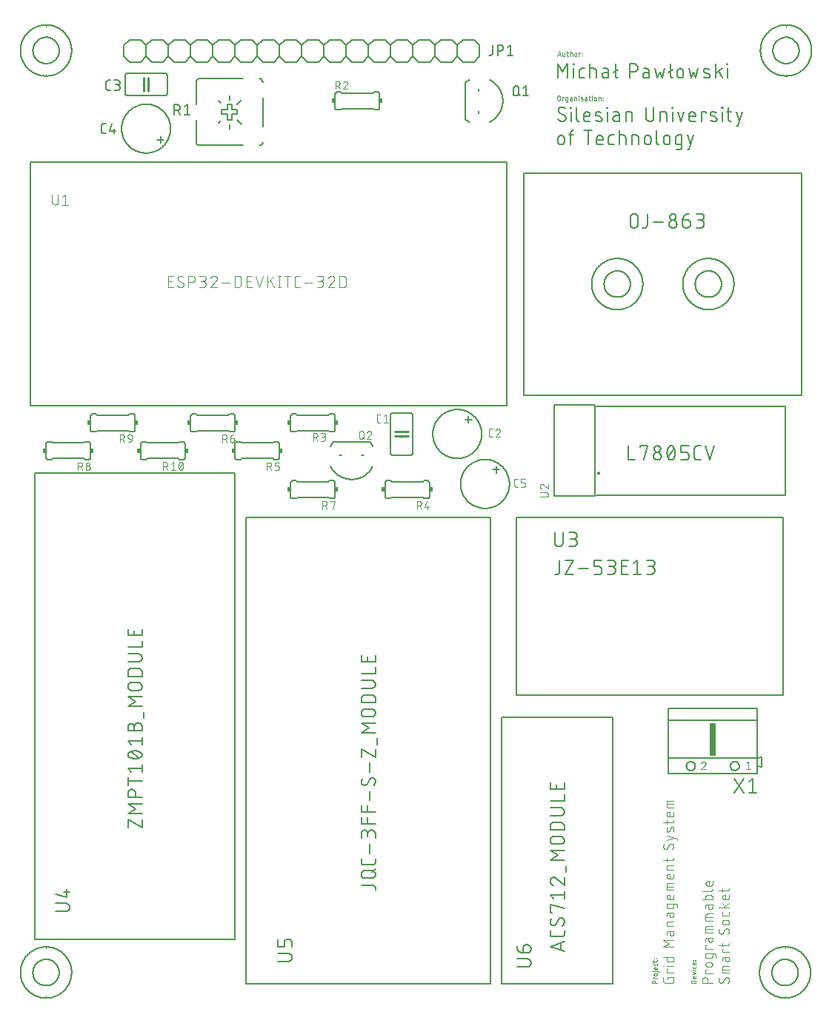
<source format=gto>
G04 EAGLE Gerber RS-274X export*
G75*
%MOMM*%
%FSLAX34Y34*%
%LPD*%
%INSilkscreen Top*%
%IPPOS*%
%AMOC8*
5,1,8,0,0,1.08239X$1,22.5*%
G01*
G04 Define Apertures*
%ADD10C,0.152400*%
%ADD11C,0.101600*%
%ADD12C,0.050800*%
%ADD13C,0.254000*%
%ADD14C,0.127000*%
%ADD15C,0.203200*%
%ADD16R,0.381000X0.508000*%
%ADD17C,0.200000*%
%ADD18C,0.076200*%
%ADD19R,0.762000X3.810000*%
%ADD20C,0.177800*%
G36*
X843871Y269494D02*
X837835Y269494D01*
X837835Y270540D01*
X840289Y270540D01*
X840289Y277950D01*
X838115Y276398D01*
X838115Y277560D01*
X840392Y279126D01*
X841527Y279126D01*
X841527Y270540D01*
X843871Y270540D01*
X843871Y269494D01*
G37*
G36*
X793051Y269494D02*
X786673Y269494D01*
X786673Y270362D01*
X786857Y270750D01*
X787060Y271115D01*
X787282Y271456D01*
X787524Y271774D01*
X788039Y272357D01*
X788580Y272881D01*
X789131Y273359D01*
X789677Y273801D01*
X790194Y274224D01*
X790658Y274648D01*
X790866Y274863D01*
X791054Y275082D01*
X791220Y275307D01*
X791366Y275537D01*
X791484Y275777D01*
X791568Y276033D01*
X791619Y276303D01*
X791636Y276590D01*
X791628Y276782D01*
X791607Y276964D01*
X791570Y277134D01*
X791520Y277294D01*
X791454Y277442D01*
X791374Y277579D01*
X791280Y277705D01*
X791171Y277820D01*
X791049Y277923D01*
X790916Y278012D01*
X790771Y278087D01*
X790615Y278148D01*
X790448Y278196D01*
X790270Y278230D01*
X790080Y278251D01*
X789879Y278258D01*
X789687Y278251D01*
X789503Y278231D01*
X789328Y278198D01*
X789162Y278151D01*
X789004Y278091D01*
X788855Y278017D01*
X788583Y277830D01*
X788463Y277718D01*
X788355Y277595D01*
X788261Y277461D01*
X788179Y277317D01*
X788111Y277162D01*
X788056Y276995D01*
X788014Y276818D01*
X787985Y276631D01*
X786728Y276747D01*
X786773Y277028D01*
X786840Y277295D01*
X786930Y277547D01*
X787041Y277784D01*
X787175Y278007D01*
X787331Y278215D01*
X787508Y278408D01*
X787708Y278586D01*
X787927Y278746D01*
X788161Y278885D01*
X788409Y279002D01*
X788673Y279098D01*
X788952Y279173D01*
X789246Y279227D01*
X789555Y279259D01*
X789879Y279269D01*
X790232Y279259D01*
X790565Y279226D01*
X790876Y279173D01*
X791167Y279098D01*
X791436Y279001D01*
X791684Y278883D01*
X791911Y278743D01*
X792118Y278582D01*
X792301Y278402D01*
X792460Y278203D01*
X792595Y277986D01*
X792705Y277751D01*
X792790Y277498D01*
X792851Y277227D01*
X792888Y276938D01*
X792900Y276631D01*
X792884Y276351D01*
X792836Y276072D01*
X792756Y275794D01*
X792644Y275516D01*
X792500Y275240D01*
X792325Y274963D01*
X792119Y274686D01*
X791882Y274409D01*
X791571Y274094D01*
X791145Y273703D01*
X789947Y272693D01*
X789241Y272082D01*
X788949Y271800D01*
X788696Y271535D01*
X788480Y271279D01*
X788296Y271028D01*
X788145Y270782D01*
X788026Y270540D01*
X793051Y270540D01*
X793051Y269494D01*
G37*
D10*
X584200Y952500D02*
X901700Y952500D01*
X901700Y698500D01*
X584200Y698500D02*
X584200Y952500D01*
X584200Y698500D02*
X901700Y698500D01*
X882650Y685800D02*
X666750Y685800D01*
X882650Y685800D02*
X882650Y584200D01*
X666750Y584200D01*
X705612Y894278D02*
X705612Y901502D01*
X705614Y901635D01*
X705620Y901767D01*
X705630Y901899D01*
X705643Y902031D01*
X705661Y902163D01*
X705682Y902293D01*
X705707Y902424D01*
X705736Y902553D01*
X705769Y902681D01*
X705805Y902809D01*
X705845Y902935D01*
X705889Y903060D01*
X705937Y903184D01*
X705988Y903306D01*
X706043Y903427D01*
X706101Y903546D01*
X706163Y903664D01*
X706228Y903779D01*
X706297Y903893D01*
X706368Y904004D01*
X706444Y904113D01*
X706522Y904220D01*
X706603Y904325D01*
X706688Y904427D01*
X706775Y904527D01*
X706865Y904624D01*
X706958Y904719D01*
X707054Y904810D01*
X707152Y904899D01*
X707253Y904985D01*
X707357Y905068D01*
X707463Y905148D01*
X707571Y905224D01*
X707681Y905298D01*
X707794Y905368D01*
X707908Y905435D01*
X708025Y905498D01*
X708143Y905558D01*
X708263Y905615D01*
X708385Y905668D01*
X708508Y905717D01*
X708632Y905763D01*
X708758Y905805D01*
X708885Y905843D01*
X709013Y905878D01*
X709142Y905909D01*
X709271Y905936D01*
X709402Y905959D01*
X709533Y905979D01*
X709665Y905994D01*
X709797Y906006D01*
X709929Y906014D01*
X710062Y906018D01*
X710194Y906018D01*
X710327Y906014D01*
X710459Y906006D01*
X710591Y905994D01*
X710723Y905979D01*
X710854Y905959D01*
X710985Y905936D01*
X711114Y905909D01*
X711243Y905878D01*
X711371Y905843D01*
X711498Y905805D01*
X711624Y905763D01*
X711748Y905717D01*
X711871Y905668D01*
X711993Y905615D01*
X712113Y905558D01*
X712231Y905498D01*
X712348Y905435D01*
X712462Y905368D01*
X712575Y905298D01*
X712685Y905224D01*
X712793Y905148D01*
X712899Y905068D01*
X713003Y904985D01*
X713104Y904899D01*
X713202Y904810D01*
X713298Y904719D01*
X713391Y904624D01*
X713481Y904527D01*
X713568Y904427D01*
X713653Y904325D01*
X713734Y904220D01*
X713812Y904113D01*
X713888Y904004D01*
X713959Y903893D01*
X714028Y903779D01*
X714093Y903664D01*
X714155Y903546D01*
X714213Y903427D01*
X714268Y903306D01*
X714319Y903184D01*
X714367Y903060D01*
X714411Y902935D01*
X714451Y902809D01*
X714487Y902681D01*
X714520Y902553D01*
X714549Y902424D01*
X714574Y902293D01*
X714595Y902163D01*
X714613Y902031D01*
X714626Y901899D01*
X714636Y901767D01*
X714642Y901635D01*
X714644Y901502D01*
X714643Y901502D02*
X714643Y894278D01*
X714644Y894278D02*
X714642Y894145D01*
X714636Y894013D01*
X714626Y893881D01*
X714613Y893749D01*
X714595Y893617D01*
X714574Y893487D01*
X714549Y893356D01*
X714520Y893227D01*
X714487Y893099D01*
X714451Y892971D01*
X714411Y892845D01*
X714367Y892720D01*
X714319Y892596D01*
X714268Y892474D01*
X714213Y892353D01*
X714155Y892234D01*
X714093Y892116D01*
X714028Y892001D01*
X713959Y891887D01*
X713888Y891776D01*
X713812Y891667D01*
X713734Y891560D01*
X713653Y891455D01*
X713568Y891353D01*
X713481Y891253D01*
X713391Y891156D01*
X713298Y891061D01*
X713202Y890970D01*
X713104Y890881D01*
X713003Y890795D01*
X712899Y890712D01*
X712793Y890632D01*
X712685Y890556D01*
X712575Y890482D01*
X712462Y890412D01*
X712348Y890345D01*
X712231Y890282D01*
X712113Y890222D01*
X711993Y890165D01*
X711871Y890112D01*
X711748Y890063D01*
X711624Y890017D01*
X711498Y889975D01*
X711371Y889937D01*
X711243Y889902D01*
X711114Y889871D01*
X710985Y889844D01*
X710854Y889821D01*
X710723Y889801D01*
X710591Y889786D01*
X710459Y889774D01*
X710327Y889766D01*
X710194Y889762D01*
X710062Y889762D01*
X709929Y889766D01*
X709797Y889774D01*
X709665Y889786D01*
X709533Y889801D01*
X709402Y889821D01*
X709271Y889844D01*
X709142Y889871D01*
X709013Y889902D01*
X708885Y889937D01*
X708758Y889975D01*
X708632Y890017D01*
X708508Y890063D01*
X708385Y890112D01*
X708263Y890165D01*
X708143Y890222D01*
X708025Y890282D01*
X707908Y890345D01*
X707794Y890412D01*
X707681Y890482D01*
X707571Y890556D01*
X707463Y890632D01*
X707357Y890712D01*
X707253Y890795D01*
X707152Y890881D01*
X707054Y890970D01*
X706958Y891061D01*
X706865Y891156D01*
X706775Y891253D01*
X706688Y891353D01*
X706603Y891455D01*
X706522Y891560D01*
X706444Y891667D01*
X706368Y891776D01*
X706297Y891887D01*
X706228Y892001D01*
X706163Y892116D01*
X706101Y892234D01*
X706043Y892353D01*
X705988Y892474D01*
X705937Y892596D01*
X705889Y892720D01*
X705845Y892845D01*
X705805Y892971D01*
X705769Y893099D01*
X705736Y893227D01*
X705707Y893356D01*
X705682Y893487D01*
X705661Y893617D01*
X705643Y893749D01*
X705630Y893881D01*
X705620Y894013D01*
X705614Y894145D01*
X705612Y894278D01*
X725118Y893374D02*
X725118Y906018D01*
X725118Y893374D02*
X725116Y893256D01*
X725110Y893138D01*
X725101Y893020D01*
X725087Y892903D01*
X725070Y892786D01*
X725049Y892669D01*
X725024Y892554D01*
X724995Y892439D01*
X724962Y892325D01*
X724926Y892213D01*
X724886Y892102D01*
X724843Y891992D01*
X724796Y891883D01*
X724746Y891776D01*
X724691Y891671D01*
X724634Y891568D01*
X724573Y891467D01*
X724509Y891367D01*
X724442Y891270D01*
X724372Y891175D01*
X724298Y891083D01*
X724222Y890992D01*
X724142Y890905D01*
X724060Y890820D01*
X723975Y890738D01*
X723888Y890658D01*
X723797Y890582D01*
X723705Y890508D01*
X723610Y890438D01*
X723513Y890371D01*
X723413Y890307D01*
X723312Y890246D01*
X723209Y890189D01*
X723104Y890134D01*
X722997Y890084D01*
X722888Y890037D01*
X722778Y889994D01*
X722667Y889954D01*
X722555Y889918D01*
X722441Y889885D01*
X722326Y889856D01*
X722211Y889831D01*
X722094Y889810D01*
X721977Y889793D01*
X721860Y889779D01*
X721742Y889770D01*
X721624Y889764D01*
X721506Y889762D01*
X719699Y889762D01*
X732324Y896084D02*
X743161Y896084D01*
X749900Y894278D02*
X749902Y894411D01*
X749908Y894543D01*
X749918Y894675D01*
X749931Y894807D01*
X749949Y894939D01*
X749970Y895069D01*
X749995Y895200D01*
X750024Y895329D01*
X750057Y895457D01*
X750093Y895585D01*
X750133Y895711D01*
X750177Y895836D01*
X750225Y895960D01*
X750276Y896082D01*
X750331Y896203D01*
X750389Y896322D01*
X750451Y896440D01*
X750516Y896555D01*
X750585Y896669D01*
X750656Y896780D01*
X750732Y896889D01*
X750810Y896996D01*
X750891Y897101D01*
X750976Y897203D01*
X751063Y897303D01*
X751153Y897400D01*
X751246Y897495D01*
X751342Y897586D01*
X751440Y897675D01*
X751541Y897761D01*
X751645Y897844D01*
X751751Y897924D01*
X751859Y898000D01*
X751969Y898074D01*
X752082Y898144D01*
X752196Y898211D01*
X752313Y898274D01*
X752431Y898334D01*
X752551Y898391D01*
X752673Y898444D01*
X752796Y898493D01*
X752920Y898539D01*
X753046Y898581D01*
X753173Y898619D01*
X753301Y898654D01*
X753430Y898685D01*
X753559Y898712D01*
X753690Y898735D01*
X753821Y898755D01*
X753953Y898770D01*
X754085Y898782D01*
X754217Y898790D01*
X754350Y898794D01*
X754482Y898794D01*
X754615Y898790D01*
X754747Y898782D01*
X754879Y898770D01*
X755011Y898755D01*
X755142Y898735D01*
X755273Y898712D01*
X755402Y898685D01*
X755531Y898654D01*
X755659Y898619D01*
X755786Y898581D01*
X755912Y898539D01*
X756036Y898493D01*
X756159Y898444D01*
X756281Y898391D01*
X756401Y898334D01*
X756519Y898274D01*
X756636Y898211D01*
X756750Y898144D01*
X756863Y898074D01*
X756973Y898000D01*
X757081Y897924D01*
X757187Y897844D01*
X757291Y897761D01*
X757392Y897675D01*
X757490Y897586D01*
X757586Y897495D01*
X757679Y897400D01*
X757769Y897303D01*
X757856Y897203D01*
X757941Y897101D01*
X758022Y896996D01*
X758100Y896889D01*
X758176Y896780D01*
X758247Y896669D01*
X758316Y896555D01*
X758381Y896440D01*
X758443Y896322D01*
X758501Y896203D01*
X758556Y896082D01*
X758607Y895960D01*
X758655Y895836D01*
X758699Y895711D01*
X758739Y895585D01*
X758775Y895457D01*
X758808Y895329D01*
X758837Y895200D01*
X758862Y895069D01*
X758883Y894939D01*
X758901Y894807D01*
X758914Y894675D01*
X758924Y894543D01*
X758930Y894411D01*
X758932Y894278D01*
X758930Y894145D01*
X758924Y894013D01*
X758914Y893881D01*
X758901Y893749D01*
X758883Y893617D01*
X758862Y893487D01*
X758837Y893356D01*
X758808Y893227D01*
X758775Y893099D01*
X758739Y892971D01*
X758699Y892845D01*
X758655Y892720D01*
X758607Y892596D01*
X758556Y892474D01*
X758501Y892353D01*
X758443Y892234D01*
X758381Y892116D01*
X758316Y892001D01*
X758247Y891887D01*
X758176Y891776D01*
X758100Y891667D01*
X758022Y891560D01*
X757941Y891455D01*
X757856Y891353D01*
X757769Y891253D01*
X757679Y891156D01*
X757586Y891061D01*
X757490Y890970D01*
X757392Y890881D01*
X757291Y890795D01*
X757187Y890712D01*
X757081Y890632D01*
X756973Y890556D01*
X756863Y890482D01*
X756750Y890412D01*
X756636Y890345D01*
X756519Y890282D01*
X756401Y890222D01*
X756281Y890165D01*
X756159Y890112D01*
X756036Y890063D01*
X755912Y890017D01*
X755786Y889975D01*
X755659Y889937D01*
X755531Y889902D01*
X755402Y889871D01*
X755273Y889844D01*
X755142Y889821D01*
X755011Y889801D01*
X754879Y889786D01*
X754747Y889774D01*
X754615Y889766D01*
X754482Y889762D01*
X754350Y889762D01*
X754217Y889766D01*
X754085Y889774D01*
X753953Y889786D01*
X753821Y889801D01*
X753690Y889821D01*
X753559Y889844D01*
X753430Y889871D01*
X753301Y889902D01*
X753173Y889937D01*
X753046Y889975D01*
X752920Y890017D01*
X752796Y890063D01*
X752673Y890112D01*
X752551Y890165D01*
X752431Y890222D01*
X752313Y890282D01*
X752196Y890345D01*
X752082Y890412D01*
X751969Y890482D01*
X751859Y890556D01*
X751751Y890632D01*
X751645Y890712D01*
X751541Y890795D01*
X751440Y890881D01*
X751342Y890970D01*
X751246Y891061D01*
X751153Y891156D01*
X751063Y891253D01*
X750976Y891353D01*
X750891Y891455D01*
X750810Y891560D01*
X750732Y891667D01*
X750656Y891776D01*
X750585Y891887D01*
X750516Y892001D01*
X750451Y892116D01*
X750389Y892234D01*
X750331Y892353D01*
X750276Y892474D01*
X750225Y892596D01*
X750177Y892720D01*
X750133Y892845D01*
X750093Y892971D01*
X750057Y893099D01*
X750024Y893227D01*
X749995Y893356D01*
X749970Y893487D01*
X749949Y893617D01*
X749931Y893749D01*
X749918Y893881D01*
X749908Y894013D01*
X749902Y894145D01*
X749900Y894278D01*
X750804Y902406D02*
X750806Y902525D01*
X750812Y902645D01*
X750822Y902764D01*
X750836Y902882D01*
X750853Y903001D01*
X750875Y903118D01*
X750900Y903235D01*
X750930Y903350D01*
X750963Y903465D01*
X751000Y903579D01*
X751040Y903691D01*
X751085Y903802D01*
X751133Y903911D01*
X751184Y904019D01*
X751239Y904125D01*
X751298Y904229D01*
X751360Y904331D01*
X751425Y904431D01*
X751494Y904529D01*
X751566Y904625D01*
X751641Y904718D01*
X751718Y904808D01*
X751799Y904896D01*
X751883Y904981D01*
X751970Y905063D01*
X752059Y905143D01*
X752151Y905219D01*
X752245Y905293D01*
X752342Y905363D01*
X752440Y905430D01*
X752541Y905494D01*
X752645Y905554D01*
X752750Y905611D01*
X752857Y905664D01*
X752965Y905714D01*
X753075Y905760D01*
X753187Y905802D01*
X753300Y905841D01*
X753414Y905876D01*
X753529Y905907D01*
X753646Y905935D01*
X753763Y905958D01*
X753880Y905978D01*
X753999Y905994D01*
X754118Y906006D01*
X754237Y906014D01*
X754356Y906018D01*
X754476Y906018D01*
X754595Y906014D01*
X754714Y906006D01*
X754833Y905994D01*
X754952Y905978D01*
X755069Y905958D01*
X755186Y905935D01*
X755303Y905907D01*
X755418Y905876D01*
X755532Y905841D01*
X755645Y905802D01*
X755757Y905760D01*
X755867Y905714D01*
X755975Y905664D01*
X756082Y905611D01*
X756187Y905554D01*
X756291Y905494D01*
X756392Y905430D01*
X756490Y905363D01*
X756587Y905293D01*
X756681Y905219D01*
X756773Y905143D01*
X756862Y905063D01*
X756949Y904981D01*
X757033Y904896D01*
X757114Y904808D01*
X757191Y904718D01*
X757266Y904625D01*
X757338Y904529D01*
X757407Y904431D01*
X757472Y904331D01*
X757534Y904229D01*
X757593Y904125D01*
X757648Y904019D01*
X757699Y903911D01*
X757747Y903802D01*
X757792Y903691D01*
X757832Y903579D01*
X757869Y903465D01*
X757902Y903350D01*
X757932Y903235D01*
X757957Y903118D01*
X757979Y903001D01*
X757996Y902882D01*
X758010Y902764D01*
X758020Y902645D01*
X758026Y902525D01*
X758028Y902406D01*
X758026Y902287D01*
X758020Y902167D01*
X758010Y902048D01*
X757996Y901930D01*
X757979Y901811D01*
X757957Y901694D01*
X757932Y901577D01*
X757902Y901462D01*
X757869Y901347D01*
X757832Y901233D01*
X757792Y901121D01*
X757747Y901010D01*
X757699Y900901D01*
X757648Y900793D01*
X757593Y900687D01*
X757534Y900583D01*
X757472Y900481D01*
X757407Y900381D01*
X757338Y900283D01*
X757266Y900187D01*
X757191Y900094D01*
X757114Y900004D01*
X757033Y899916D01*
X756949Y899831D01*
X756862Y899749D01*
X756773Y899669D01*
X756681Y899593D01*
X756587Y899519D01*
X756490Y899449D01*
X756392Y899382D01*
X756291Y899318D01*
X756187Y899258D01*
X756082Y899201D01*
X755975Y899148D01*
X755867Y899098D01*
X755757Y899052D01*
X755645Y899010D01*
X755532Y898971D01*
X755418Y898936D01*
X755303Y898905D01*
X755186Y898877D01*
X755069Y898854D01*
X754952Y898834D01*
X754833Y898818D01*
X754714Y898806D01*
X754595Y898798D01*
X754476Y898794D01*
X754356Y898794D01*
X754237Y898798D01*
X754118Y898806D01*
X753999Y898818D01*
X753880Y898834D01*
X753763Y898854D01*
X753646Y898877D01*
X753529Y898905D01*
X753414Y898936D01*
X753300Y898971D01*
X753187Y899010D01*
X753075Y899052D01*
X752965Y899098D01*
X752857Y899148D01*
X752750Y899201D01*
X752645Y899258D01*
X752541Y899318D01*
X752440Y899382D01*
X752342Y899449D01*
X752245Y899519D01*
X752151Y899593D01*
X752059Y899669D01*
X751970Y899749D01*
X751883Y899831D01*
X751799Y899916D01*
X751718Y900004D01*
X751641Y900094D01*
X751566Y900187D01*
X751494Y900283D01*
X751425Y900381D01*
X751360Y900481D01*
X751298Y900583D01*
X751239Y900687D01*
X751184Y900793D01*
X751133Y900901D01*
X751085Y901010D01*
X751040Y901121D01*
X751000Y901233D01*
X750963Y901347D01*
X750930Y901462D01*
X750900Y901577D01*
X750875Y901694D01*
X750853Y901811D01*
X750836Y901930D01*
X750822Y902048D01*
X750812Y902167D01*
X750806Y902287D01*
X750804Y902406D01*
X765532Y898793D02*
X770950Y898793D01*
X771068Y898791D01*
X771186Y898785D01*
X771304Y898776D01*
X771421Y898762D01*
X771538Y898745D01*
X771655Y898724D01*
X771770Y898699D01*
X771885Y898670D01*
X771999Y898637D01*
X772111Y898601D01*
X772222Y898561D01*
X772332Y898518D01*
X772441Y898471D01*
X772548Y898421D01*
X772653Y898366D01*
X772756Y898309D01*
X772857Y898248D01*
X772957Y898184D01*
X773054Y898117D01*
X773149Y898047D01*
X773241Y897973D01*
X773332Y897897D01*
X773419Y897817D01*
X773504Y897735D01*
X773586Y897650D01*
X773666Y897563D01*
X773742Y897472D01*
X773816Y897380D01*
X773886Y897285D01*
X773953Y897188D01*
X774017Y897088D01*
X774078Y896987D01*
X774135Y896884D01*
X774190Y896779D01*
X774240Y896672D01*
X774287Y896563D01*
X774330Y896453D01*
X774370Y896342D01*
X774406Y896230D01*
X774439Y896116D01*
X774468Y896001D01*
X774493Y895886D01*
X774514Y895769D01*
X774531Y895652D01*
X774545Y895535D01*
X774554Y895417D01*
X774560Y895299D01*
X774562Y895181D01*
X774563Y895181D02*
X774563Y894278D01*
X774561Y894145D01*
X774555Y894013D01*
X774545Y893881D01*
X774532Y893749D01*
X774514Y893617D01*
X774493Y893487D01*
X774468Y893356D01*
X774439Y893227D01*
X774406Y893099D01*
X774370Y892971D01*
X774330Y892845D01*
X774286Y892720D01*
X774238Y892596D01*
X774187Y892474D01*
X774132Y892353D01*
X774074Y892234D01*
X774012Y892116D01*
X773947Y892001D01*
X773878Y891887D01*
X773807Y891776D01*
X773731Y891667D01*
X773653Y891560D01*
X773572Y891455D01*
X773487Y891353D01*
X773400Y891253D01*
X773310Y891156D01*
X773217Y891061D01*
X773121Y890970D01*
X773023Y890881D01*
X772922Y890795D01*
X772818Y890712D01*
X772712Y890632D01*
X772604Y890556D01*
X772494Y890482D01*
X772381Y890412D01*
X772267Y890345D01*
X772150Y890282D01*
X772032Y890222D01*
X771912Y890165D01*
X771790Y890112D01*
X771667Y890063D01*
X771543Y890017D01*
X771417Y889975D01*
X771290Y889937D01*
X771162Y889902D01*
X771033Y889871D01*
X770904Y889844D01*
X770773Y889821D01*
X770642Y889801D01*
X770510Y889786D01*
X770378Y889774D01*
X770246Y889766D01*
X770113Y889762D01*
X769981Y889762D01*
X769848Y889766D01*
X769716Y889774D01*
X769584Y889786D01*
X769452Y889801D01*
X769321Y889821D01*
X769190Y889844D01*
X769061Y889871D01*
X768932Y889902D01*
X768804Y889937D01*
X768677Y889975D01*
X768551Y890017D01*
X768427Y890063D01*
X768304Y890112D01*
X768182Y890165D01*
X768062Y890222D01*
X767944Y890282D01*
X767827Y890345D01*
X767713Y890412D01*
X767600Y890482D01*
X767490Y890556D01*
X767382Y890632D01*
X767276Y890712D01*
X767172Y890795D01*
X767071Y890881D01*
X766973Y890970D01*
X766877Y891061D01*
X766784Y891156D01*
X766694Y891253D01*
X766607Y891353D01*
X766522Y891455D01*
X766441Y891560D01*
X766363Y891667D01*
X766287Y891776D01*
X766216Y891887D01*
X766147Y892001D01*
X766082Y892116D01*
X766020Y892234D01*
X765962Y892353D01*
X765907Y892474D01*
X765856Y892596D01*
X765808Y892720D01*
X765764Y892845D01*
X765724Y892971D01*
X765688Y893099D01*
X765655Y893227D01*
X765626Y893356D01*
X765601Y893487D01*
X765580Y893617D01*
X765562Y893749D01*
X765549Y893881D01*
X765539Y894013D01*
X765533Y894145D01*
X765531Y894278D01*
X765532Y894278D02*
X765532Y898793D01*
X765534Y898970D01*
X765541Y899148D01*
X765552Y899325D01*
X765567Y899501D01*
X765586Y899677D01*
X765610Y899853D01*
X765638Y900028D01*
X765671Y900203D01*
X765708Y900376D01*
X765749Y900549D01*
X765794Y900720D01*
X765843Y900890D01*
X765897Y901059D01*
X765954Y901227D01*
X766016Y901393D01*
X766082Y901558D01*
X766152Y901721D01*
X766226Y901882D01*
X766303Y902041D01*
X766385Y902199D01*
X766471Y902354D01*
X766560Y902507D01*
X766653Y902658D01*
X766750Y902807D01*
X766850Y902953D01*
X766954Y903097D01*
X767061Y903238D01*
X767172Y903376D01*
X767286Y903512D01*
X767404Y903645D01*
X767524Y903775D01*
X767648Y903902D01*
X767775Y904026D01*
X767905Y904146D01*
X768038Y904264D01*
X768173Y904378D01*
X768312Y904489D01*
X768453Y904596D01*
X768597Y904700D01*
X768743Y904800D01*
X768892Y904897D01*
X769043Y904990D01*
X769196Y905079D01*
X769351Y905165D01*
X769509Y905247D01*
X769668Y905324D01*
X769829Y905398D01*
X769992Y905468D01*
X770157Y905534D01*
X770323Y905596D01*
X770491Y905653D01*
X770660Y905707D01*
X770830Y905756D01*
X771001Y905801D01*
X771174Y905842D01*
X771347Y905879D01*
X771522Y905912D01*
X771697Y905940D01*
X771873Y905964D01*
X772049Y905983D01*
X772225Y905998D01*
X772402Y906009D01*
X772580Y906016D01*
X772757Y906018D01*
X781163Y889762D02*
X785678Y889762D01*
X785811Y889764D01*
X785943Y889770D01*
X786075Y889780D01*
X786207Y889793D01*
X786339Y889811D01*
X786469Y889832D01*
X786600Y889857D01*
X786729Y889886D01*
X786857Y889919D01*
X786985Y889955D01*
X787111Y889995D01*
X787236Y890039D01*
X787360Y890087D01*
X787482Y890138D01*
X787603Y890193D01*
X787722Y890251D01*
X787840Y890313D01*
X787955Y890378D01*
X788069Y890447D01*
X788180Y890518D01*
X788289Y890594D01*
X788396Y890672D01*
X788501Y890753D01*
X788603Y890838D01*
X788703Y890925D01*
X788800Y891015D01*
X788895Y891108D01*
X788986Y891204D01*
X789075Y891302D01*
X789161Y891403D01*
X789244Y891507D01*
X789324Y891613D01*
X789400Y891721D01*
X789474Y891831D01*
X789544Y891944D01*
X789611Y892058D01*
X789674Y892175D01*
X789734Y892293D01*
X789791Y892413D01*
X789844Y892535D01*
X789893Y892658D01*
X789939Y892782D01*
X789981Y892908D01*
X790019Y893035D01*
X790054Y893163D01*
X790085Y893292D01*
X790112Y893421D01*
X790135Y893552D01*
X790155Y893683D01*
X790170Y893815D01*
X790182Y893947D01*
X790190Y894079D01*
X790194Y894212D01*
X790194Y894344D01*
X790190Y894477D01*
X790182Y894609D01*
X790170Y894741D01*
X790155Y894873D01*
X790135Y895004D01*
X790112Y895135D01*
X790085Y895264D01*
X790054Y895393D01*
X790019Y895521D01*
X789981Y895648D01*
X789939Y895774D01*
X789893Y895898D01*
X789844Y896021D01*
X789791Y896143D01*
X789734Y896263D01*
X789674Y896381D01*
X789611Y896498D01*
X789544Y896612D01*
X789474Y896725D01*
X789400Y896835D01*
X789324Y896943D01*
X789244Y897049D01*
X789161Y897153D01*
X789075Y897254D01*
X788986Y897352D01*
X788895Y897448D01*
X788800Y897541D01*
X788703Y897631D01*
X788603Y897718D01*
X788501Y897803D01*
X788396Y897884D01*
X788289Y897962D01*
X788180Y898038D01*
X788069Y898109D01*
X787955Y898178D01*
X787840Y898243D01*
X787722Y898305D01*
X787603Y898363D01*
X787482Y898418D01*
X787360Y898469D01*
X787236Y898517D01*
X787111Y898561D01*
X786985Y898601D01*
X786857Y898637D01*
X786729Y898670D01*
X786600Y898699D01*
X786469Y898724D01*
X786339Y898745D01*
X786207Y898763D01*
X786075Y898776D01*
X785943Y898786D01*
X785811Y898792D01*
X785678Y898794D01*
X786582Y906018D02*
X781163Y906018D01*
X786582Y906018D02*
X786701Y906016D01*
X786821Y906010D01*
X786940Y906000D01*
X787058Y905986D01*
X787177Y905969D01*
X787294Y905947D01*
X787411Y905922D01*
X787526Y905892D01*
X787641Y905859D01*
X787755Y905822D01*
X787867Y905782D01*
X787978Y905737D01*
X788087Y905689D01*
X788195Y905638D01*
X788301Y905583D01*
X788405Y905524D01*
X788507Y905462D01*
X788607Y905397D01*
X788705Y905328D01*
X788801Y905256D01*
X788894Y905181D01*
X788984Y905104D01*
X789072Y905023D01*
X789157Y904939D01*
X789239Y904852D01*
X789319Y904763D01*
X789395Y904671D01*
X789469Y904577D01*
X789539Y904480D01*
X789606Y904382D01*
X789670Y904281D01*
X789730Y904177D01*
X789787Y904072D01*
X789840Y903965D01*
X789890Y903857D01*
X789936Y903747D01*
X789978Y903635D01*
X790017Y903522D01*
X790052Y903408D01*
X790083Y903293D01*
X790111Y903176D01*
X790134Y903059D01*
X790154Y902942D01*
X790170Y902823D01*
X790182Y902704D01*
X790190Y902585D01*
X790194Y902466D01*
X790194Y902346D01*
X790190Y902227D01*
X790182Y902108D01*
X790170Y901989D01*
X790154Y901870D01*
X790134Y901753D01*
X790111Y901636D01*
X790083Y901519D01*
X790052Y901404D01*
X790017Y901290D01*
X789978Y901177D01*
X789936Y901065D01*
X789890Y900955D01*
X789840Y900847D01*
X789787Y900740D01*
X789730Y900635D01*
X789670Y900531D01*
X789606Y900430D01*
X789539Y900332D01*
X789469Y900235D01*
X789395Y900141D01*
X789319Y900049D01*
X789239Y899960D01*
X789157Y899873D01*
X789072Y899789D01*
X788984Y899708D01*
X788894Y899631D01*
X788801Y899556D01*
X788705Y899484D01*
X788607Y899415D01*
X788507Y899350D01*
X788405Y899288D01*
X788301Y899229D01*
X788195Y899174D01*
X788087Y899123D01*
X787978Y899075D01*
X787867Y899030D01*
X787755Y898990D01*
X787641Y898953D01*
X787526Y898920D01*
X787411Y898890D01*
X787294Y898865D01*
X787177Y898843D01*
X787058Y898826D01*
X786940Y898812D01*
X786821Y898802D01*
X786701Y898796D01*
X786582Y898794D01*
X786582Y898793D02*
X782969Y898793D01*
X623062Y1061212D02*
X623062Y1077468D01*
X628481Y1068437D01*
X633899Y1077468D01*
X633899Y1061212D01*
X640986Y1061212D02*
X640986Y1072049D01*
X640534Y1076565D02*
X640534Y1077468D01*
X641437Y1077468D01*
X641437Y1076565D01*
X640534Y1076565D01*
X650000Y1061212D02*
X653612Y1061212D01*
X650000Y1061212D02*
X649899Y1061214D01*
X649798Y1061220D01*
X649697Y1061229D01*
X649596Y1061242D01*
X649496Y1061259D01*
X649397Y1061280D01*
X649299Y1061304D01*
X649202Y1061332D01*
X649105Y1061364D01*
X649010Y1061399D01*
X648917Y1061438D01*
X648825Y1061480D01*
X648734Y1061526D01*
X648646Y1061575D01*
X648559Y1061627D01*
X648474Y1061683D01*
X648391Y1061741D01*
X648311Y1061803D01*
X648233Y1061868D01*
X648157Y1061935D01*
X648084Y1062005D01*
X648014Y1062078D01*
X647947Y1062154D01*
X647882Y1062232D01*
X647820Y1062312D01*
X647762Y1062395D01*
X647706Y1062480D01*
X647654Y1062567D01*
X647605Y1062655D01*
X647559Y1062746D01*
X647517Y1062838D01*
X647478Y1062931D01*
X647443Y1063026D01*
X647411Y1063123D01*
X647383Y1063220D01*
X647359Y1063318D01*
X647338Y1063417D01*
X647321Y1063517D01*
X647308Y1063618D01*
X647299Y1063719D01*
X647293Y1063820D01*
X647291Y1063921D01*
X647291Y1069340D01*
X647293Y1069441D01*
X647299Y1069542D01*
X647308Y1069643D01*
X647321Y1069744D01*
X647338Y1069844D01*
X647359Y1069943D01*
X647383Y1070041D01*
X647411Y1070138D01*
X647443Y1070235D01*
X647478Y1070330D01*
X647517Y1070423D01*
X647559Y1070515D01*
X647605Y1070606D01*
X647654Y1070695D01*
X647706Y1070781D01*
X647762Y1070866D01*
X647820Y1070949D01*
X647882Y1071029D01*
X647947Y1071107D01*
X648014Y1071183D01*
X648084Y1071256D01*
X648157Y1071326D01*
X648233Y1071393D01*
X648311Y1071458D01*
X648391Y1071520D01*
X648474Y1071578D01*
X648559Y1071634D01*
X648646Y1071686D01*
X648734Y1071735D01*
X648825Y1071781D01*
X648917Y1071823D01*
X649010Y1071862D01*
X649105Y1071897D01*
X649202Y1071929D01*
X649299Y1071957D01*
X649397Y1071981D01*
X649496Y1072002D01*
X649596Y1072019D01*
X649697Y1072032D01*
X649798Y1072041D01*
X649899Y1072047D01*
X650000Y1072049D01*
X653612Y1072049D01*
X659778Y1077468D02*
X659778Y1061212D01*
X659778Y1072049D02*
X664294Y1072049D01*
X664398Y1072047D01*
X664501Y1072041D01*
X664605Y1072031D01*
X664708Y1072017D01*
X664810Y1071999D01*
X664911Y1071978D01*
X665012Y1071952D01*
X665111Y1071923D01*
X665210Y1071890D01*
X665307Y1071853D01*
X665402Y1071812D01*
X665496Y1071768D01*
X665588Y1071720D01*
X665678Y1071669D01*
X665767Y1071614D01*
X665853Y1071556D01*
X665936Y1071494D01*
X666018Y1071430D01*
X666096Y1071362D01*
X666172Y1071292D01*
X666246Y1071219D01*
X666316Y1071142D01*
X666384Y1071064D01*
X666448Y1070982D01*
X666510Y1070899D01*
X666568Y1070813D01*
X666623Y1070724D01*
X666674Y1070634D01*
X666722Y1070542D01*
X666766Y1070448D01*
X666807Y1070353D01*
X666844Y1070256D01*
X666877Y1070157D01*
X666906Y1070058D01*
X666932Y1069957D01*
X666953Y1069856D01*
X666971Y1069754D01*
X666985Y1069651D01*
X666995Y1069547D01*
X667001Y1069444D01*
X667003Y1069340D01*
X667003Y1061212D01*
X676934Y1067534D02*
X680998Y1067534D01*
X676934Y1067534D02*
X676822Y1067532D01*
X676711Y1067526D01*
X676600Y1067516D01*
X676489Y1067503D01*
X676379Y1067485D01*
X676270Y1067463D01*
X676161Y1067438D01*
X676053Y1067409D01*
X675947Y1067376D01*
X675841Y1067339D01*
X675737Y1067299D01*
X675635Y1067255D01*
X675534Y1067207D01*
X675435Y1067156D01*
X675337Y1067101D01*
X675242Y1067043D01*
X675149Y1066982D01*
X675058Y1066917D01*
X674969Y1066849D01*
X674883Y1066778D01*
X674800Y1066705D01*
X674719Y1066628D01*
X674640Y1066548D01*
X674565Y1066466D01*
X674493Y1066381D01*
X674423Y1066294D01*
X674357Y1066204D01*
X674294Y1066112D01*
X674234Y1066017D01*
X674178Y1065921D01*
X674125Y1065823D01*
X674076Y1065723D01*
X674030Y1065621D01*
X673988Y1065518D01*
X673949Y1065413D01*
X673914Y1065307D01*
X673883Y1065200D01*
X673856Y1065092D01*
X673832Y1064983D01*
X673813Y1064873D01*
X673797Y1064763D01*
X673785Y1064652D01*
X673777Y1064540D01*
X673773Y1064429D01*
X673773Y1064317D01*
X673777Y1064206D01*
X673785Y1064094D01*
X673797Y1063983D01*
X673813Y1063873D01*
X673832Y1063763D01*
X673856Y1063654D01*
X673883Y1063546D01*
X673914Y1063439D01*
X673949Y1063333D01*
X673988Y1063228D01*
X674030Y1063125D01*
X674076Y1063023D01*
X674125Y1062923D01*
X674178Y1062825D01*
X674234Y1062729D01*
X674294Y1062634D01*
X674357Y1062542D01*
X674423Y1062452D01*
X674493Y1062365D01*
X674565Y1062280D01*
X674640Y1062198D01*
X674719Y1062118D01*
X674800Y1062041D01*
X674883Y1061968D01*
X674969Y1061897D01*
X675058Y1061829D01*
X675149Y1061764D01*
X675242Y1061703D01*
X675337Y1061645D01*
X675435Y1061590D01*
X675534Y1061539D01*
X675635Y1061491D01*
X675737Y1061447D01*
X675841Y1061407D01*
X675947Y1061370D01*
X676053Y1061337D01*
X676161Y1061308D01*
X676270Y1061283D01*
X676379Y1061261D01*
X676489Y1061243D01*
X676600Y1061230D01*
X676711Y1061220D01*
X676822Y1061214D01*
X676934Y1061212D01*
X680998Y1061212D01*
X680998Y1069340D01*
X680997Y1069340D02*
X680995Y1069441D01*
X680989Y1069542D01*
X680980Y1069643D01*
X680967Y1069744D01*
X680950Y1069844D01*
X680929Y1069943D01*
X680905Y1070041D01*
X680877Y1070138D01*
X680845Y1070235D01*
X680810Y1070330D01*
X680771Y1070423D01*
X680729Y1070515D01*
X680683Y1070606D01*
X680634Y1070695D01*
X680582Y1070781D01*
X680526Y1070866D01*
X680468Y1070949D01*
X680406Y1071029D01*
X680341Y1071107D01*
X680274Y1071183D01*
X680204Y1071256D01*
X680131Y1071326D01*
X680055Y1071393D01*
X679977Y1071458D01*
X679897Y1071520D01*
X679814Y1071578D01*
X679729Y1071634D01*
X679643Y1071686D01*
X679554Y1071735D01*
X679463Y1071781D01*
X679371Y1071823D01*
X679278Y1071862D01*
X679183Y1071897D01*
X679086Y1071929D01*
X678989Y1071957D01*
X678891Y1071981D01*
X678792Y1072002D01*
X678692Y1072019D01*
X678591Y1072032D01*
X678490Y1072041D01*
X678389Y1072047D01*
X678288Y1072049D01*
X674676Y1072049D01*
X686212Y1067534D02*
X691631Y1071146D01*
X688921Y1077468D02*
X688921Y1063921D01*
X688922Y1063921D02*
X688924Y1063820D01*
X688930Y1063719D01*
X688939Y1063618D01*
X688952Y1063517D01*
X688969Y1063417D01*
X688990Y1063318D01*
X689014Y1063220D01*
X689042Y1063123D01*
X689074Y1063026D01*
X689109Y1062931D01*
X689148Y1062838D01*
X689190Y1062746D01*
X689236Y1062655D01*
X689285Y1062566D01*
X689337Y1062480D01*
X689393Y1062395D01*
X689451Y1062312D01*
X689513Y1062232D01*
X689578Y1062154D01*
X689645Y1062078D01*
X689715Y1062005D01*
X689788Y1061935D01*
X689864Y1061868D01*
X689942Y1061803D01*
X690022Y1061741D01*
X690105Y1061683D01*
X690190Y1061627D01*
X690277Y1061575D01*
X690365Y1061526D01*
X690456Y1061480D01*
X690548Y1061438D01*
X690641Y1061399D01*
X690736Y1061364D01*
X690833Y1061332D01*
X690930Y1061304D01*
X691028Y1061280D01*
X691127Y1061259D01*
X691227Y1061242D01*
X691328Y1061229D01*
X691429Y1061220D01*
X691530Y1061214D01*
X691631Y1061212D01*
X705458Y1061212D02*
X705458Y1077468D01*
X709974Y1077468D01*
X710107Y1077466D01*
X710239Y1077460D01*
X710371Y1077450D01*
X710503Y1077437D01*
X710635Y1077419D01*
X710765Y1077398D01*
X710896Y1077373D01*
X711025Y1077344D01*
X711153Y1077311D01*
X711281Y1077275D01*
X711407Y1077235D01*
X711532Y1077191D01*
X711656Y1077143D01*
X711778Y1077092D01*
X711899Y1077037D01*
X712018Y1076979D01*
X712136Y1076917D01*
X712251Y1076852D01*
X712365Y1076783D01*
X712476Y1076712D01*
X712585Y1076636D01*
X712692Y1076558D01*
X712797Y1076477D01*
X712899Y1076392D01*
X712999Y1076305D01*
X713096Y1076215D01*
X713191Y1076122D01*
X713282Y1076026D01*
X713371Y1075928D01*
X713457Y1075827D01*
X713540Y1075723D01*
X713620Y1075617D01*
X713696Y1075509D01*
X713770Y1075399D01*
X713840Y1075286D01*
X713907Y1075172D01*
X713970Y1075055D01*
X714030Y1074937D01*
X714087Y1074817D01*
X714140Y1074695D01*
X714189Y1074572D01*
X714235Y1074448D01*
X714277Y1074322D01*
X714315Y1074195D01*
X714350Y1074067D01*
X714381Y1073938D01*
X714408Y1073809D01*
X714431Y1073678D01*
X714451Y1073547D01*
X714466Y1073415D01*
X714478Y1073283D01*
X714486Y1073151D01*
X714490Y1073018D01*
X714490Y1072886D01*
X714486Y1072753D01*
X714478Y1072621D01*
X714466Y1072489D01*
X714451Y1072357D01*
X714431Y1072226D01*
X714408Y1072095D01*
X714381Y1071966D01*
X714350Y1071837D01*
X714315Y1071709D01*
X714277Y1071582D01*
X714235Y1071456D01*
X714189Y1071332D01*
X714140Y1071209D01*
X714087Y1071087D01*
X714030Y1070967D01*
X713970Y1070849D01*
X713907Y1070732D01*
X713840Y1070618D01*
X713770Y1070505D01*
X713696Y1070395D01*
X713620Y1070287D01*
X713540Y1070181D01*
X713457Y1070077D01*
X713371Y1069976D01*
X713282Y1069878D01*
X713191Y1069782D01*
X713096Y1069689D01*
X712999Y1069599D01*
X712899Y1069512D01*
X712797Y1069427D01*
X712692Y1069346D01*
X712585Y1069268D01*
X712476Y1069192D01*
X712365Y1069121D01*
X712251Y1069052D01*
X712136Y1068987D01*
X712018Y1068925D01*
X711899Y1068867D01*
X711778Y1068812D01*
X711656Y1068761D01*
X711532Y1068713D01*
X711407Y1068669D01*
X711281Y1068629D01*
X711153Y1068593D01*
X711025Y1068560D01*
X710896Y1068531D01*
X710765Y1068506D01*
X710635Y1068485D01*
X710503Y1068467D01*
X710371Y1068454D01*
X710239Y1068444D01*
X710107Y1068438D01*
X709974Y1068436D01*
X709974Y1068437D02*
X705458Y1068437D01*
X723306Y1067534D02*
X727370Y1067534D01*
X723306Y1067534D02*
X723194Y1067532D01*
X723083Y1067526D01*
X722972Y1067516D01*
X722861Y1067503D01*
X722751Y1067485D01*
X722642Y1067463D01*
X722533Y1067438D01*
X722425Y1067409D01*
X722319Y1067376D01*
X722213Y1067339D01*
X722109Y1067299D01*
X722007Y1067255D01*
X721906Y1067207D01*
X721807Y1067156D01*
X721709Y1067101D01*
X721614Y1067043D01*
X721521Y1066982D01*
X721430Y1066917D01*
X721341Y1066849D01*
X721255Y1066778D01*
X721172Y1066705D01*
X721091Y1066628D01*
X721012Y1066548D01*
X720937Y1066466D01*
X720865Y1066381D01*
X720795Y1066294D01*
X720729Y1066204D01*
X720666Y1066112D01*
X720606Y1066017D01*
X720550Y1065921D01*
X720497Y1065823D01*
X720448Y1065723D01*
X720402Y1065621D01*
X720360Y1065518D01*
X720321Y1065413D01*
X720286Y1065307D01*
X720255Y1065200D01*
X720228Y1065092D01*
X720204Y1064983D01*
X720185Y1064873D01*
X720169Y1064763D01*
X720157Y1064652D01*
X720149Y1064540D01*
X720145Y1064429D01*
X720145Y1064317D01*
X720149Y1064206D01*
X720157Y1064094D01*
X720169Y1063983D01*
X720185Y1063873D01*
X720204Y1063763D01*
X720228Y1063654D01*
X720255Y1063546D01*
X720286Y1063439D01*
X720321Y1063333D01*
X720360Y1063228D01*
X720402Y1063125D01*
X720448Y1063023D01*
X720497Y1062923D01*
X720550Y1062825D01*
X720606Y1062729D01*
X720666Y1062634D01*
X720729Y1062542D01*
X720795Y1062452D01*
X720865Y1062365D01*
X720937Y1062280D01*
X721012Y1062198D01*
X721091Y1062118D01*
X721172Y1062041D01*
X721255Y1061968D01*
X721341Y1061897D01*
X721430Y1061829D01*
X721521Y1061764D01*
X721614Y1061703D01*
X721709Y1061645D01*
X721807Y1061590D01*
X721906Y1061539D01*
X722007Y1061491D01*
X722109Y1061447D01*
X722213Y1061407D01*
X722319Y1061370D01*
X722425Y1061337D01*
X722533Y1061308D01*
X722642Y1061283D01*
X722751Y1061261D01*
X722861Y1061243D01*
X722972Y1061230D01*
X723083Y1061220D01*
X723194Y1061214D01*
X723306Y1061212D01*
X727370Y1061212D01*
X727370Y1069340D01*
X727368Y1069441D01*
X727362Y1069542D01*
X727353Y1069643D01*
X727340Y1069744D01*
X727323Y1069844D01*
X727302Y1069943D01*
X727278Y1070041D01*
X727250Y1070138D01*
X727218Y1070235D01*
X727183Y1070330D01*
X727144Y1070423D01*
X727102Y1070515D01*
X727056Y1070606D01*
X727007Y1070695D01*
X726955Y1070781D01*
X726899Y1070866D01*
X726841Y1070949D01*
X726779Y1071029D01*
X726714Y1071107D01*
X726647Y1071183D01*
X726577Y1071256D01*
X726504Y1071326D01*
X726428Y1071393D01*
X726350Y1071458D01*
X726270Y1071520D01*
X726187Y1071578D01*
X726102Y1071634D01*
X726016Y1071686D01*
X725927Y1071735D01*
X725836Y1071781D01*
X725744Y1071823D01*
X725651Y1071862D01*
X725556Y1071897D01*
X725459Y1071929D01*
X725362Y1071957D01*
X725264Y1071981D01*
X725165Y1072002D01*
X725065Y1072019D01*
X724964Y1072032D01*
X724863Y1072041D01*
X724762Y1072047D01*
X724661Y1072049D01*
X721049Y1072049D01*
X734044Y1072049D02*
X736753Y1061212D01*
X739462Y1068437D01*
X742172Y1061212D01*
X744881Y1072049D01*
X749258Y1067534D02*
X754677Y1071146D01*
X751967Y1077468D02*
X751967Y1063921D01*
X751968Y1063921D02*
X751970Y1063820D01*
X751976Y1063719D01*
X751985Y1063618D01*
X751998Y1063517D01*
X752015Y1063417D01*
X752036Y1063318D01*
X752060Y1063220D01*
X752088Y1063123D01*
X752120Y1063026D01*
X752155Y1062931D01*
X752194Y1062838D01*
X752236Y1062746D01*
X752282Y1062655D01*
X752331Y1062566D01*
X752383Y1062480D01*
X752439Y1062395D01*
X752497Y1062312D01*
X752559Y1062232D01*
X752624Y1062154D01*
X752691Y1062078D01*
X752761Y1062005D01*
X752834Y1061935D01*
X752910Y1061868D01*
X752988Y1061803D01*
X753068Y1061741D01*
X753151Y1061683D01*
X753236Y1061627D01*
X753323Y1061575D01*
X753411Y1061526D01*
X753502Y1061480D01*
X753594Y1061438D01*
X753687Y1061399D01*
X753782Y1061364D01*
X753879Y1061332D01*
X753976Y1061304D01*
X754074Y1061280D01*
X754173Y1061259D01*
X754273Y1061242D01*
X754374Y1061229D01*
X754475Y1061220D01*
X754576Y1061214D01*
X754677Y1061212D01*
X759297Y1064824D02*
X759297Y1068437D01*
X759299Y1068556D01*
X759305Y1068676D01*
X759315Y1068795D01*
X759329Y1068913D01*
X759346Y1069032D01*
X759368Y1069149D01*
X759393Y1069266D01*
X759423Y1069381D01*
X759456Y1069496D01*
X759493Y1069610D01*
X759533Y1069722D01*
X759578Y1069833D01*
X759626Y1069942D01*
X759677Y1070050D01*
X759732Y1070156D01*
X759791Y1070260D01*
X759853Y1070362D01*
X759918Y1070462D01*
X759987Y1070560D01*
X760059Y1070656D01*
X760134Y1070749D01*
X760211Y1070839D01*
X760292Y1070927D01*
X760376Y1071012D01*
X760463Y1071094D01*
X760552Y1071174D01*
X760644Y1071250D01*
X760738Y1071324D01*
X760835Y1071394D01*
X760933Y1071461D01*
X761034Y1071525D01*
X761138Y1071585D01*
X761243Y1071642D01*
X761350Y1071695D01*
X761458Y1071745D01*
X761568Y1071791D01*
X761680Y1071833D01*
X761793Y1071872D01*
X761907Y1071907D01*
X762022Y1071938D01*
X762139Y1071966D01*
X762256Y1071989D01*
X762373Y1072009D01*
X762492Y1072025D01*
X762611Y1072037D01*
X762730Y1072045D01*
X762849Y1072049D01*
X762969Y1072049D01*
X763088Y1072045D01*
X763207Y1072037D01*
X763326Y1072025D01*
X763445Y1072009D01*
X763562Y1071989D01*
X763679Y1071966D01*
X763796Y1071938D01*
X763911Y1071907D01*
X764025Y1071872D01*
X764138Y1071833D01*
X764250Y1071791D01*
X764360Y1071745D01*
X764468Y1071695D01*
X764575Y1071642D01*
X764680Y1071585D01*
X764784Y1071525D01*
X764885Y1071461D01*
X764983Y1071394D01*
X765080Y1071324D01*
X765174Y1071250D01*
X765266Y1071174D01*
X765355Y1071094D01*
X765442Y1071012D01*
X765526Y1070927D01*
X765607Y1070839D01*
X765684Y1070749D01*
X765759Y1070656D01*
X765831Y1070560D01*
X765900Y1070462D01*
X765965Y1070362D01*
X766027Y1070260D01*
X766086Y1070156D01*
X766141Y1070050D01*
X766192Y1069942D01*
X766240Y1069833D01*
X766285Y1069722D01*
X766325Y1069610D01*
X766362Y1069496D01*
X766395Y1069381D01*
X766425Y1069266D01*
X766450Y1069149D01*
X766472Y1069032D01*
X766489Y1068913D01*
X766503Y1068795D01*
X766513Y1068676D01*
X766519Y1068556D01*
X766521Y1068437D01*
X766522Y1068437D02*
X766522Y1064824D01*
X766521Y1064824D02*
X766519Y1064705D01*
X766513Y1064585D01*
X766503Y1064466D01*
X766489Y1064348D01*
X766472Y1064229D01*
X766450Y1064112D01*
X766425Y1063995D01*
X766395Y1063880D01*
X766362Y1063765D01*
X766325Y1063651D01*
X766285Y1063539D01*
X766240Y1063428D01*
X766192Y1063319D01*
X766141Y1063211D01*
X766086Y1063105D01*
X766027Y1063001D01*
X765965Y1062899D01*
X765900Y1062799D01*
X765831Y1062701D01*
X765759Y1062605D01*
X765684Y1062512D01*
X765607Y1062422D01*
X765526Y1062334D01*
X765442Y1062249D01*
X765355Y1062167D01*
X765266Y1062087D01*
X765174Y1062011D01*
X765080Y1061937D01*
X764983Y1061867D01*
X764885Y1061800D01*
X764784Y1061736D01*
X764680Y1061676D01*
X764575Y1061619D01*
X764468Y1061566D01*
X764360Y1061516D01*
X764250Y1061470D01*
X764138Y1061428D01*
X764025Y1061389D01*
X763911Y1061354D01*
X763796Y1061323D01*
X763679Y1061295D01*
X763562Y1061272D01*
X763445Y1061252D01*
X763326Y1061236D01*
X763207Y1061224D01*
X763088Y1061216D01*
X762969Y1061212D01*
X762849Y1061212D01*
X762730Y1061216D01*
X762611Y1061224D01*
X762492Y1061236D01*
X762373Y1061252D01*
X762256Y1061272D01*
X762139Y1061295D01*
X762022Y1061323D01*
X761907Y1061354D01*
X761793Y1061389D01*
X761680Y1061428D01*
X761568Y1061470D01*
X761458Y1061516D01*
X761350Y1061566D01*
X761243Y1061619D01*
X761138Y1061676D01*
X761034Y1061736D01*
X760933Y1061800D01*
X760835Y1061867D01*
X760738Y1061937D01*
X760644Y1062011D01*
X760552Y1062087D01*
X760463Y1062167D01*
X760376Y1062249D01*
X760292Y1062334D01*
X760211Y1062422D01*
X760134Y1062512D01*
X760059Y1062605D01*
X759987Y1062701D01*
X759918Y1062799D01*
X759853Y1062899D01*
X759791Y1063001D01*
X759732Y1063105D01*
X759677Y1063211D01*
X759626Y1063319D01*
X759578Y1063428D01*
X759533Y1063539D01*
X759493Y1063651D01*
X759456Y1063765D01*
X759423Y1063880D01*
X759393Y1063995D01*
X759368Y1064112D01*
X759346Y1064229D01*
X759329Y1064348D01*
X759315Y1064466D01*
X759305Y1064585D01*
X759299Y1064705D01*
X759297Y1064824D01*
X772601Y1072049D02*
X775310Y1061212D01*
X778019Y1068437D01*
X780729Y1061212D01*
X783438Y1072049D01*
X790872Y1067534D02*
X795387Y1065728D01*
X790871Y1067534D02*
X790783Y1067571D01*
X790697Y1067612D01*
X790612Y1067656D01*
X790529Y1067704D01*
X790449Y1067755D01*
X790370Y1067809D01*
X790294Y1067867D01*
X790220Y1067927D01*
X790148Y1067991D01*
X790080Y1068057D01*
X790014Y1068127D01*
X789951Y1068198D01*
X789890Y1068273D01*
X789833Y1068349D01*
X789780Y1068428D01*
X789729Y1068509D01*
X789682Y1068592D01*
X789638Y1068677D01*
X789598Y1068764D01*
X789561Y1068852D01*
X789528Y1068942D01*
X789498Y1069033D01*
X789473Y1069125D01*
X789451Y1069218D01*
X789433Y1069312D01*
X789418Y1069406D01*
X789408Y1069501D01*
X789402Y1069597D01*
X789399Y1069692D01*
X789400Y1069788D01*
X789406Y1069883D01*
X789415Y1069979D01*
X789428Y1070073D01*
X789444Y1070167D01*
X789465Y1070261D01*
X789490Y1070353D01*
X789518Y1070444D01*
X789550Y1070534D01*
X789585Y1070623D01*
X789624Y1070710D01*
X789667Y1070796D01*
X789713Y1070880D01*
X789763Y1070961D01*
X789815Y1071041D01*
X789871Y1071119D01*
X789931Y1071194D01*
X789993Y1071266D01*
X790058Y1071336D01*
X790126Y1071404D01*
X790196Y1071468D01*
X790269Y1071530D01*
X790345Y1071588D01*
X790423Y1071644D01*
X790503Y1071696D01*
X790585Y1071745D01*
X790669Y1071790D01*
X790755Y1071832D01*
X790842Y1071871D01*
X790931Y1071906D01*
X791022Y1071937D01*
X791113Y1071964D01*
X791206Y1071988D01*
X791299Y1072008D01*
X791393Y1072024D01*
X791488Y1072036D01*
X791583Y1072045D01*
X791679Y1072049D01*
X791774Y1072050D01*
X792021Y1072043D01*
X792267Y1072031D01*
X792513Y1072013D01*
X792759Y1071988D01*
X793003Y1071958D01*
X793247Y1071922D01*
X793490Y1071881D01*
X793732Y1071833D01*
X793973Y1071779D01*
X794212Y1071720D01*
X794450Y1071655D01*
X794686Y1071584D01*
X794921Y1071508D01*
X795154Y1071426D01*
X795384Y1071338D01*
X795612Y1071245D01*
X795839Y1071147D01*
X795388Y1065727D02*
X795476Y1065690D01*
X795562Y1065649D01*
X795647Y1065605D01*
X795730Y1065557D01*
X795810Y1065506D01*
X795889Y1065452D01*
X795965Y1065394D01*
X796039Y1065334D01*
X796111Y1065270D01*
X796179Y1065204D01*
X796245Y1065134D01*
X796308Y1065063D01*
X796369Y1064988D01*
X796426Y1064912D01*
X796479Y1064833D01*
X796530Y1064752D01*
X796577Y1064669D01*
X796621Y1064584D01*
X796661Y1064497D01*
X796698Y1064409D01*
X796731Y1064319D01*
X796761Y1064228D01*
X796786Y1064136D01*
X796808Y1064043D01*
X796826Y1063949D01*
X796841Y1063855D01*
X796851Y1063760D01*
X796857Y1063664D01*
X796860Y1063569D01*
X796859Y1063473D01*
X796853Y1063378D01*
X796844Y1063282D01*
X796831Y1063188D01*
X796815Y1063094D01*
X796794Y1063000D01*
X796769Y1062908D01*
X796741Y1062817D01*
X796709Y1062727D01*
X796674Y1062638D01*
X796635Y1062551D01*
X796592Y1062465D01*
X796546Y1062381D01*
X796496Y1062300D01*
X796444Y1062220D01*
X796388Y1062142D01*
X796328Y1062067D01*
X796266Y1061995D01*
X796201Y1061925D01*
X796133Y1061857D01*
X796063Y1061793D01*
X795990Y1061731D01*
X795914Y1061673D01*
X795836Y1061617D01*
X795756Y1061565D01*
X795674Y1061516D01*
X795590Y1061471D01*
X795504Y1061429D01*
X795417Y1061390D01*
X795328Y1061355D01*
X795237Y1061324D01*
X795146Y1061297D01*
X795053Y1061273D01*
X794960Y1061253D01*
X794866Y1061237D01*
X794771Y1061225D01*
X794676Y1061216D01*
X794580Y1061212D01*
X794485Y1061211D01*
X794484Y1061212D02*
X794122Y1061221D01*
X793760Y1061239D01*
X793399Y1061266D01*
X793039Y1061301D01*
X792679Y1061344D01*
X792320Y1061396D01*
X791963Y1061457D01*
X791608Y1061526D01*
X791254Y1061603D01*
X790902Y1061689D01*
X790552Y1061783D01*
X790204Y1061886D01*
X789859Y1061996D01*
X789517Y1062115D01*
X803754Y1061212D02*
X803754Y1077468D01*
X810979Y1072049D02*
X803754Y1066631D01*
X806915Y1068888D02*
X810979Y1061212D01*
X816576Y1061212D02*
X816576Y1072049D01*
X816125Y1076565D02*
X816125Y1077468D01*
X817028Y1077468D01*
X817028Y1076565D01*
X816125Y1076565D01*
X632093Y1015294D02*
X632091Y1015176D01*
X632085Y1015058D01*
X632076Y1014940D01*
X632062Y1014823D01*
X632045Y1014706D01*
X632024Y1014589D01*
X631999Y1014474D01*
X631970Y1014359D01*
X631937Y1014245D01*
X631901Y1014133D01*
X631861Y1014022D01*
X631818Y1013912D01*
X631771Y1013803D01*
X631721Y1013696D01*
X631666Y1013591D01*
X631609Y1013488D01*
X631548Y1013387D01*
X631484Y1013287D01*
X631417Y1013190D01*
X631347Y1013095D01*
X631273Y1013003D01*
X631197Y1012912D01*
X631117Y1012825D01*
X631035Y1012740D01*
X630950Y1012658D01*
X630863Y1012578D01*
X630772Y1012502D01*
X630680Y1012428D01*
X630585Y1012358D01*
X630488Y1012291D01*
X630388Y1012227D01*
X630287Y1012166D01*
X630184Y1012109D01*
X630079Y1012054D01*
X629972Y1012004D01*
X629863Y1011957D01*
X629753Y1011914D01*
X629642Y1011874D01*
X629530Y1011838D01*
X629416Y1011805D01*
X629301Y1011776D01*
X629186Y1011751D01*
X629069Y1011730D01*
X628952Y1011713D01*
X628835Y1011699D01*
X628717Y1011690D01*
X628599Y1011684D01*
X628481Y1011682D01*
X628298Y1011684D01*
X628116Y1011691D01*
X627934Y1011702D01*
X627752Y1011717D01*
X627570Y1011737D01*
X627389Y1011760D01*
X627209Y1011789D01*
X627029Y1011821D01*
X626850Y1011858D01*
X626673Y1011899D01*
X626496Y1011945D01*
X626320Y1011994D01*
X626146Y1012048D01*
X625972Y1012106D01*
X625801Y1012168D01*
X625631Y1012234D01*
X625462Y1012305D01*
X625295Y1012379D01*
X625130Y1012457D01*
X624967Y1012539D01*
X624806Y1012625D01*
X624647Y1012715D01*
X624490Y1012809D01*
X624336Y1012906D01*
X624184Y1013007D01*
X624034Y1013112D01*
X623887Y1013220D01*
X623743Y1013331D01*
X623601Y1013446D01*
X623462Y1013565D01*
X623326Y1013687D01*
X623193Y1013812D01*
X623063Y1013940D01*
X623514Y1024326D02*
X623516Y1024444D01*
X623522Y1024562D01*
X623531Y1024680D01*
X623545Y1024797D01*
X623562Y1024914D01*
X623583Y1025031D01*
X623608Y1025146D01*
X623637Y1025261D01*
X623670Y1025375D01*
X623706Y1025487D01*
X623746Y1025598D01*
X623789Y1025708D01*
X623836Y1025817D01*
X623886Y1025924D01*
X623941Y1026029D01*
X623998Y1026132D01*
X624059Y1026233D01*
X624123Y1026333D01*
X624190Y1026430D01*
X624260Y1026525D01*
X624334Y1026617D01*
X624410Y1026708D01*
X624490Y1026795D01*
X624572Y1026880D01*
X624657Y1026962D01*
X624744Y1027042D01*
X624835Y1027118D01*
X624927Y1027192D01*
X625022Y1027262D01*
X625119Y1027329D01*
X625219Y1027393D01*
X625320Y1027454D01*
X625423Y1027512D01*
X625528Y1027566D01*
X625635Y1027616D01*
X625744Y1027663D01*
X625854Y1027707D01*
X625965Y1027746D01*
X626078Y1027782D01*
X626191Y1027815D01*
X626306Y1027844D01*
X626421Y1027869D01*
X626538Y1027890D01*
X626655Y1027907D01*
X626772Y1027921D01*
X626890Y1027930D01*
X627008Y1027936D01*
X627126Y1027938D01*
X627287Y1027936D01*
X627449Y1027930D01*
X627610Y1027921D01*
X627771Y1027907D01*
X627931Y1027890D01*
X628091Y1027869D01*
X628251Y1027844D01*
X628410Y1027815D01*
X628568Y1027783D01*
X628725Y1027747D01*
X628881Y1027707D01*
X629037Y1027663D01*
X629191Y1027615D01*
X629344Y1027564D01*
X629496Y1027510D01*
X629647Y1027451D01*
X629796Y1027390D01*
X629943Y1027324D01*
X630089Y1027255D01*
X630234Y1027183D01*
X630376Y1027107D01*
X630517Y1027028D01*
X630656Y1026946D01*
X630792Y1026860D01*
X630927Y1026771D01*
X631060Y1026679D01*
X631190Y1026583D01*
X625319Y1021165D02*
X625218Y1021227D01*
X625118Y1021292D01*
X625021Y1021361D01*
X624926Y1021433D01*
X624833Y1021507D01*
X624743Y1021585D01*
X624655Y1021666D01*
X624570Y1021749D01*
X624488Y1021835D01*
X624409Y1021924D01*
X624332Y1022015D01*
X624259Y1022109D01*
X624188Y1022205D01*
X624121Y1022303D01*
X624057Y1022403D01*
X623996Y1022506D01*
X623939Y1022610D01*
X623885Y1022716D01*
X623835Y1022824D01*
X623788Y1022933D01*
X623744Y1023044D01*
X623704Y1023156D01*
X623668Y1023270D01*
X623636Y1023384D01*
X623607Y1023500D01*
X623582Y1023616D01*
X623561Y1023733D01*
X623544Y1023851D01*
X623530Y1023969D01*
X623521Y1024088D01*
X623515Y1024207D01*
X623513Y1024326D01*
X630287Y1018455D02*
X630388Y1018393D01*
X630488Y1018328D01*
X630585Y1018259D01*
X630680Y1018187D01*
X630773Y1018113D01*
X630863Y1018035D01*
X630951Y1017954D01*
X631036Y1017871D01*
X631118Y1017785D01*
X631197Y1017696D01*
X631274Y1017605D01*
X631347Y1017511D01*
X631418Y1017415D01*
X631485Y1017317D01*
X631549Y1017217D01*
X631610Y1017114D01*
X631667Y1017010D01*
X631721Y1016904D01*
X631771Y1016796D01*
X631818Y1016687D01*
X631862Y1016576D01*
X631902Y1016464D01*
X631938Y1016350D01*
X631970Y1016236D01*
X631999Y1016120D01*
X632024Y1016004D01*
X632045Y1015887D01*
X632062Y1015769D01*
X632076Y1015651D01*
X632085Y1015532D01*
X632091Y1015413D01*
X632093Y1015294D01*
X630287Y1018455D02*
X625320Y1021165D01*
X637998Y1022519D02*
X637998Y1011682D01*
X637547Y1027035D02*
X637547Y1027938D01*
X638450Y1027938D01*
X638450Y1027035D01*
X637547Y1027035D01*
X644523Y1027938D02*
X644523Y1014391D01*
X644525Y1014290D01*
X644531Y1014189D01*
X644540Y1014088D01*
X644553Y1013987D01*
X644570Y1013887D01*
X644591Y1013788D01*
X644615Y1013690D01*
X644643Y1013593D01*
X644675Y1013496D01*
X644710Y1013401D01*
X644749Y1013308D01*
X644791Y1013216D01*
X644837Y1013125D01*
X644886Y1013037D01*
X644938Y1012950D01*
X644994Y1012865D01*
X645052Y1012782D01*
X645114Y1012702D01*
X645179Y1012624D01*
X645246Y1012548D01*
X645316Y1012475D01*
X645389Y1012405D01*
X645465Y1012338D01*
X645543Y1012273D01*
X645623Y1012211D01*
X645706Y1012153D01*
X645791Y1012097D01*
X645878Y1012045D01*
X645966Y1011996D01*
X646057Y1011950D01*
X646149Y1011908D01*
X646242Y1011869D01*
X646337Y1011834D01*
X646434Y1011802D01*
X646531Y1011774D01*
X646629Y1011750D01*
X646728Y1011729D01*
X646828Y1011712D01*
X646929Y1011699D01*
X647030Y1011690D01*
X647131Y1011684D01*
X647232Y1011682D01*
X655332Y1011682D02*
X659847Y1011682D01*
X655332Y1011682D02*
X655231Y1011684D01*
X655130Y1011690D01*
X655029Y1011699D01*
X654928Y1011712D01*
X654828Y1011729D01*
X654729Y1011750D01*
X654631Y1011774D01*
X654534Y1011802D01*
X654437Y1011834D01*
X654342Y1011869D01*
X654249Y1011908D01*
X654157Y1011950D01*
X654066Y1011996D01*
X653978Y1012045D01*
X653891Y1012097D01*
X653806Y1012153D01*
X653723Y1012211D01*
X653643Y1012273D01*
X653565Y1012338D01*
X653489Y1012405D01*
X653416Y1012475D01*
X653346Y1012548D01*
X653279Y1012624D01*
X653214Y1012702D01*
X653152Y1012782D01*
X653094Y1012865D01*
X653038Y1012950D01*
X652986Y1013037D01*
X652937Y1013125D01*
X652891Y1013216D01*
X652849Y1013308D01*
X652810Y1013401D01*
X652775Y1013496D01*
X652743Y1013593D01*
X652715Y1013690D01*
X652691Y1013788D01*
X652670Y1013887D01*
X652653Y1013987D01*
X652640Y1014088D01*
X652631Y1014189D01*
X652625Y1014290D01*
X652623Y1014391D01*
X652622Y1014391D02*
X652622Y1018907D01*
X652623Y1018907D02*
X652625Y1019026D01*
X652631Y1019146D01*
X652641Y1019265D01*
X652655Y1019383D01*
X652672Y1019502D01*
X652694Y1019619D01*
X652719Y1019736D01*
X652749Y1019851D01*
X652782Y1019966D01*
X652819Y1020080D01*
X652859Y1020192D01*
X652904Y1020303D01*
X652952Y1020412D01*
X653003Y1020520D01*
X653058Y1020626D01*
X653117Y1020730D01*
X653179Y1020832D01*
X653244Y1020932D01*
X653313Y1021030D01*
X653385Y1021126D01*
X653460Y1021219D01*
X653537Y1021309D01*
X653618Y1021397D01*
X653702Y1021482D01*
X653789Y1021564D01*
X653878Y1021644D01*
X653970Y1021720D01*
X654064Y1021794D01*
X654161Y1021864D01*
X654259Y1021931D01*
X654360Y1021995D01*
X654464Y1022055D01*
X654569Y1022112D01*
X654676Y1022165D01*
X654784Y1022215D01*
X654894Y1022261D01*
X655006Y1022303D01*
X655119Y1022342D01*
X655233Y1022377D01*
X655348Y1022408D01*
X655465Y1022436D01*
X655582Y1022459D01*
X655699Y1022479D01*
X655818Y1022495D01*
X655937Y1022507D01*
X656056Y1022515D01*
X656175Y1022519D01*
X656295Y1022519D01*
X656414Y1022515D01*
X656533Y1022507D01*
X656652Y1022495D01*
X656771Y1022479D01*
X656888Y1022459D01*
X657005Y1022436D01*
X657122Y1022408D01*
X657237Y1022377D01*
X657351Y1022342D01*
X657464Y1022303D01*
X657576Y1022261D01*
X657686Y1022215D01*
X657794Y1022165D01*
X657901Y1022112D01*
X658006Y1022055D01*
X658110Y1021995D01*
X658211Y1021931D01*
X658309Y1021864D01*
X658406Y1021794D01*
X658500Y1021720D01*
X658592Y1021644D01*
X658681Y1021564D01*
X658768Y1021482D01*
X658852Y1021397D01*
X658933Y1021309D01*
X659010Y1021219D01*
X659085Y1021126D01*
X659157Y1021030D01*
X659226Y1020932D01*
X659291Y1020832D01*
X659353Y1020730D01*
X659412Y1020626D01*
X659467Y1020520D01*
X659518Y1020412D01*
X659566Y1020303D01*
X659611Y1020192D01*
X659651Y1020080D01*
X659688Y1019966D01*
X659721Y1019851D01*
X659751Y1019736D01*
X659776Y1019619D01*
X659798Y1019502D01*
X659815Y1019383D01*
X659829Y1019265D01*
X659839Y1019146D01*
X659845Y1019026D01*
X659847Y1018907D01*
X659847Y1017101D01*
X652622Y1017101D01*
X667524Y1018004D02*
X672040Y1016198D01*
X667524Y1018004D02*
X667436Y1018041D01*
X667350Y1018082D01*
X667265Y1018126D01*
X667182Y1018174D01*
X667102Y1018225D01*
X667023Y1018279D01*
X666947Y1018337D01*
X666873Y1018397D01*
X666801Y1018461D01*
X666733Y1018527D01*
X666667Y1018597D01*
X666604Y1018668D01*
X666543Y1018743D01*
X666486Y1018819D01*
X666433Y1018898D01*
X666382Y1018979D01*
X666335Y1019062D01*
X666291Y1019147D01*
X666251Y1019234D01*
X666214Y1019322D01*
X666181Y1019412D01*
X666151Y1019503D01*
X666126Y1019595D01*
X666104Y1019688D01*
X666086Y1019782D01*
X666071Y1019876D01*
X666061Y1019971D01*
X666055Y1020067D01*
X666052Y1020162D01*
X666053Y1020258D01*
X666059Y1020353D01*
X666068Y1020449D01*
X666081Y1020543D01*
X666097Y1020637D01*
X666118Y1020731D01*
X666143Y1020823D01*
X666171Y1020914D01*
X666203Y1021004D01*
X666238Y1021093D01*
X666277Y1021180D01*
X666320Y1021266D01*
X666366Y1021350D01*
X666416Y1021431D01*
X666468Y1021511D01*
X666524Y1021589D01*
X666584Y1021664D01*
X666646Y1021736D01*
X666711Y1021806D01*
X666779Y1021874D01*
X666849Y1021938D01*
X666922Y1022000D01*
X666998Y1022058D01*
X667076Y1022114D01*
X667156Y1022166D01*
X667238Y1022215D01*
X667322Y1022260D01*
X667408Y1022302D01*
X667495Y1022341D01*
X667584Y1022376D01*
X667675Y1022407D01*
X667766Y1022434D01*
X667859Y1022458D01*
X667952Y1022478D01*
X668046Y1022494D01*
X668141Y1022506D01*
X668236Y1022515D01*
X668332Y1022519D01*
X668427Y1022520D01*
X668674Y1022513D01*
X668920Y1022501D01*
X669166Y1022483D01*
X669412Y1022458D01*
X669656Y1022428D01*
X669900Y1022392D01*
X670143Y1022351D01*
X670385Y1022303D01*
X670626Y1022249D01*
X670865Y1022190D01*
X671103Y1022125D01*
X671339Y1022054D01*
X671574Y1021978D01*
X671807Y1021896D01*
X672037Y1021808D01*
X672265Y1021715D01*
X672492Y1021617D01*
X672040Y1016197D02*
X672128Y1016160D01*
X672214Y1016119D01*
X672299Y1016075D01*
X672382Y1016027D01*
X672462Y1015976D01*
X672541Y1015922D01*
X672617Y1015864D01*
X672691Y1015804D01*
X672763Y1015740D01*
X672831Y1015674D01*
X672897Y1015604D01*
X672960Y1015533D01*
X673021Y1015458D01*
X673078Y1015382D01*
X673131Y1015303D01*
X673182Y1015222D01*
X673229Y1015139D01*
X673273Y1015054D01*
X673313Y1014967D01*
X673350Y1014879D01*
X673383Y1014789D01*
X673413Y1014698D01*
X673438Y1014606D01*
X673460Y1014513D01*
X673478Y1014419D01*
X673493Y1014325D01*
X673503Y1014230D01*
X673509Y1014134D01*
X673512Y1014039D01*
X673511Y1013943D01*
X673505Y1013848D01*
X673496Y1013752D01*
X673483Y1013658D01*
X673467Y1013564D01*
X673446Y1013470D01*
X673421Y1013378D01*
X673393Y1013287D01*
X673361Y1013197D01*
X673326Y1013108D01*
X673287Y1013021D01*
X673244Y1012935D01*
X673198Y1012851D01*
X673148Y1012770D01*
X673096Y1012690D01*
X673040Y1012612D01*
X672980Y1012537D01*
X672918Y1012465D01*
X672853Y1012395D01*
X672785Y1012327D01*
X672715Y1012263D01*
X672642Y1012201D01*
X672566Y1012143D01*
X672488Y1012087D01*
X672408Y1012035D01*
X672326Y1011986D01*
X672242Y1011941D01*
X672156Y1011899D01*
X672069Y1011860D01*
X671980Y1011825D01*
X671889Y1011794D01*
X671798Y1011767D01*
X671705Y1011743D01*
X671612Y1011723D01*
X671518Y1011707D01*
X671423Y1011695D01*
X671328Y1011686D01*
X671232Y1011682D01*
X671137Y1011681D01*
X671136Y1011682D02*
X670774Y1011691D01*
X670412Y1011709D01*
X670051Y1011736D01*
X669691Y1011771D01*
X669331Y1011814D01*
X668972Y1011866D01*
X668615Y1011927D01*
X668260Y1011996D01*
X667906Y1012073D01*
X667554Y1012159D01*
X667204Y1012253D01*
X666856Y1012356D01*
X666511Y1012466D01*
X666169Y1012585D01*
X679682Y1011682D02*
X679682Y1022519D01*
X679230Y1027035D02*
X679230Y1027938D01*
X680133Y1027938D01*
X680133Y1027035D01*
X679230Y1027035D01*
X689057Y1018004D02*
X693121Y1018004D01*
X689057Y1018004D02*
X688945Y1018002D01*
X688834Y1017996D01*
X688723Y1017986D01*
X688612Y1017973D01*
X688502Y1017955D01*
X688393Y1017933D01*
X688284Y1017908D01*
X688176Y1017879D01*
X688070Y1017846D01*
X687964Y1017809D01*
X687860Y1017769D01*
X687758Y1017725D01*
X687657Y1017677D01*
X687558Y1017626D01*
X687460Y1017571D01*
X687365Y1017513D01*
X687272Y1017452D01*
X687181Y1017387D01*
X687092Y1017319D01*
X687006Y1017248D01*
X686923Y1017175D01*
X686842Y1017098D01*
X686763Y1017018D01*
X686688Y1016936D01*
X686616Y1016851D01*
X686546Y1016764D01*
X686480Y1016674D01*
X686417Y1016582D01*
X686357Y1016487D01*
X686301Y1016391D01*
X686248Y1016293D01*
X686199Y1016193D01*
X686153Y1016091D01*
X686111Y1015988D01*
X686072Y1015883D01*
X686037Y1015777D01*
X686006Y1015670D01*
X685979Y1015562D01*
X685955Y1015453D01*
X685936Y1015343D01*
X685920Y1015233D01*
X685908Y1015122D01*
X685900Y1015010D01*
X685896Y1014899D01*
X685896Y1014787D01*
X685900Y1014676D01*
X685908Y1014564D01*
X685920Y1014453D01*
X685936Y1014343D01*
X685955Y1014233D01*
X685979Y1014124D01*
X686006Y1014016D01*
X686037Y1013909D01*
X686072Y1013803D01*
X686111Y1013698D01*
X686153Y1013595D01*
X686199Y1013493D01*
X686248Y1013393D01*
X686301Y1013295D01*
X686357Y1013199D01*
X686417Y1013104D01*
X686480Y1013012D01*
X686546Y1012922D01*
X686616Y1012835D01*
X686688Y1012750D01*
X686763Y1012668D01*
X686842Y1012588D01*
X686923Y1012511D01*
X687006Y1012438D01*
X687092Y1012367D01*
X687181Y1012299D01*
X687272Y1012234D01*
X687365Y1012173D01*
X687460Y1012115D01*
X687558Y1012060D01*
X687657Y1012009D01*
X687758Y1011961D01*
X687860Y1011917D01*
X687964Y1011877D01*
X688070Y1011840D01*
X688176Y1011807D01*
X688284Y1011778D01*
X688393Y1011753D01*
X688502Y1011731D01*
X688612Y1011713D01*
X688723Y1011700D01*
X688834Y1011690D01*
X688945Y1011684D01*
X689057Y1011682D01*
X693121Y1011682D01*
X693121Y1019810D01*
X693120Y1019810D02*
X693118Y1019911D01*
X693112Y1020012D01*
X693103Y1020113D01*
X693090Y1020214D01*
X693073Y1020314D01*
X693052Y1020413D01*
X693028Y1020511D01*
X693000Y1020608D01*
X692968Y1020705D01*
X692933Y1020800D01*
X692894Y1020893D01*
X692852Y1020985D01*
X692806Y1021076D01*
X692757Y1021165D01*
X692705Y1021251D01*
X692649Y1021336D01*
X692591Y1021419D01*
X692529Y1021499D01*
X692464Y1021577D01*
X692397Y1021653D01*
X692327Y1021726D01*
X692254Y1021796D01*
X692178Y1021863D01*
X692100Y1021928D01*
X692020Y1021990D01*
X691937Y1022048D01*
X691852Y1022104D01*
X691766Y1022156D01*
X691677Y1022205D01*
X691586Y1022251D01*
X691494Y1022293D01*
X691401Y1022332D01*
X691306Y1022367D01*
X691209Y1022399D01*
X691112Y1022427D01*
X691014Y1022451D01*
X690915Y1022472D01*
X690815Y1022489D01*
X690714Y1022502D01*
X690613Y1022511D01*
X690512Y1022517D01*
X690411Y1022519D01*
X686799Y1022519D01*
X700558Y1022519D02*
X700558Y1011682D01*
X700558Y1022519D02*
X705074Y1022519D01*
X705178Y1022517D01*
X705281Y1022511D01*
X705385Y1022501D01*
X705488Y1022487D01*
X705590Y1022469D01*
X705691Y1022448D01*
X705792Y1022422D01*
X705891Y1022393D01*
X705990Y1022360D01*
X706087Y1022323D01*
X706182Y1022282D01*
X706276Y1022238D01*
X706368Y1022190D01*
X706458Y1022139D01*
X706547Y1022084D01*
X706633Y1022026D01*
X706716Y1021964D01*
X706798Y1021900D01*
X706876Y1021832D01*
X706952Y1021762D01*
X707026Y1021689D01*
X707096Y1021612D01*
X707164Y1021534D01*
X707228Y1021452D01*
X707290Y1021369D01*
X707348Y1021283D01*
X707403Y1021194D01*
X707454Y1021104D01*
X707502Y1021012D01*
X707546Y1020918D01*
X707587Y1020823D01*
X707624Y1020726D01*
X707657Y1020627D01*
X707686Y1020528D01*
X707712Y1020427D01*
X707733Y1020326D01*
X707751Y1020224D01*
X707765Y1020121D01*
X707775Y1020017D01*
X707781Y1019914D01*
X707783Y1019810D01*
X707783Y1011682D01*
X723623Y1016198D02*
X723623Y1027938D01*
X723622Y1016198D02*
X723624Y1016065D01*
X723630Y1015933D01*
X723640Y1015801D01*
X723653Y1015669D01*
X723671Y1015537D01*
X723692Y1015407D01*
X723717Y1015276D01*
X723746Y1015147D01*
X723779Y1015019D01*
X723815Y1014891D01*
X723855Y1014765D01*
X723899Y1014640D01*
X723947Y1014516D01*
X723998Y1014394D01*
X724053Y1014273D01*
X724111Y1014154D01*
X724173Y1014036D01*
X724238Y1013921D01*
X724307Y1013807D01*
X724378Y1013696D01*
X724454Y1013587D01*
X724532Y1013480D01*
X724613Y1013375D01*
X724698Y1013273D01*
X724785Y1013173D01*
X724875Y1013076D01*
X724968Y1012981D01*
X725064Y1012890D01*
X725162Y1012801D01*
X725263Y1012715D01*
X725367Y1012632D01*
X725473Y1012552D01*
X725581Y1012476D01*
X725691Y1012402D01*
X725804Y1012332D01*
X725918Y1012265D01*
X726035Y1012202D01*
X726153Y1012142D01*
X726273Y1012085D01*
X726395Y1012032D01*
X726518Y1011983D01*
X726642Y1011937D01*
X726768Y1011895D01*
X726895Y1011857D01*
X727023Y1011822D01*
X727152Y1011791D01*
X727281Y1011764D01*
X727412Y1011741D01*
X727543Y1011721D01*
X727675Y1011706D01*
X727807Y1011694D01*
X727939Y1011686D01*
X728072Y1011682D01*
X728204Y1011682D01*
X728337Y1011686D01*
X728469Y1011694D01*
X728601Y1011706D01*
X728733Y1011721D01*
X728864Y1011741D01*
X728995Y1011764D01*
X729124Y1011791D01*
X729253Y1011822D01*
X729381Y1011857D01*
X729508Y1011895D01*
X729634Y1011937D01*
X729758Y1011983D01*
X729881Y1012032D01*
X730003Y1012085D01*
X730123Y1012142D01*
X730241Y1012202D01*
X730358Y1012265D01*
X730472Y1012332D01*
X730585Y1012402D01*
X730695Y1012476D01*
X730803Y1012552D01*
X730909Y1012632D01*
X731013Y1012715D01*
X731114Y1012801D01*
X731212Y1012890D01*
X731308Y1012981D01*
X731401Y1013076D01*
X731491Y1013173D01*
X731578Y1013273D01*
X731663Y1013375D01*
X731744Y1013480D01*
X731822Y1013587D01*
X731898Y1013696D01*
X731969Y1013807D01*
X732038Y1013921D01*
X732103Y1014036D01*
X732165Y1014154D01*
X732223Y1014273D01*
X732278Y1014394D01*
X732329Y1014516D01*
X732377Y1014640D01*
X732421Y1014765D01*
X732461Y1014891D01*
X732497Y1015019D01*
X732530Y1015147D01*
X732559Y1015276D01*
X732584Y1015407D01*
X732605Y1015537D01*
X732623Y1015669D01*
X732636Y1015801D01*
X732646Y1015933D01*
X732652Y1016065D01*
X732654Y1016198D01*
X732654Y1027938D01*
X740157Y1022519D02*
X740157Y1011682D01*
X740157Y1022519D02*
X744673Y1022519D01*
X744777Y1022517D01*
X744880Y1022511D01*
X744984Y1022501D01*
X745087Y1022487D01*
X745189Y1022469D01*
X745290Y1022448D01*
X745391Y1022422D01*
X745490Y1022393D01*
X745589Y1022360D01*
X745686Y1022323D01*
X745781Y1022282D01*
X745875Y1022238D01*
X745967Y1022190D01*
X746057Y1022139D01*
X746146Y1022084D01*
X746232Y1022026D01*
X746315Y1021964D01*
X746397Y1021900D01*
X746475Y1021832D01*
X746551Y1021762D01*
X746625Y1021689D01*
X746695Y1021612D01*
X746763Y1021534D01*
X746827Y1021452D01*
X746889Y1021369D01*
X746947Y1021283D01*
X747002Y1021194D01*
X747053Y1021104D01*
X747101Y1021012D01*
X747145Y1020918D01*
X747186Y1020823D01*
X747223Y1020726D01*
X747256Y1020627D01*
X747285Y1020528D01*
X747311Y1020427D01*
X747332Y1020326D01*
X747350Y1020224D01*
X747364Y1020121D01*
X747374Y1020017D01*
X747380Y1019914D01*
X747382Y1019810D01*
X747382Y1011682D01*
X754190Y1011682D02*
X754190Y1022519D01*
X753739Y1027035D02*
X753739Y1027938D01*
X754642Y1027938D01*
X754642Y1027035D01*
X753739Y1027035D01*
X759957Y1022519D02*
X763569Y1011682D01*
X767182Y1022519D01*
X775692Y1011682D02*
X780208Y1011682D01*
X775692Y1011682D02*
X775591Y1011684D01*
X775490Y1011690D01*
X775389Y1011699D01*
X775288Y1011712D01*
X775188Y1011729D01*
X775089Y1011750D01*
X774991Y1011774D01*
X774894Y1011802D01*
X774797Y1011834D01*
X774702Y1011869D01*
X774609Y1011908D01*
X774517Y1011950D01*
X774426Y1011996D01*
X774338Y1012045D01*
X774251Y1012097D01*
X774166Y1012153D01*
X774083Y1012211D01*
X774003Y1012273D01*
X773925Y1012338D01*
X773849Y1012405D01*
X773776Y1012475D01*
X773706Y1012548D01*
X773639Y1012624D01*
X773574Y1012702D01*
X773512Y1012782D01*
X773454Y1012865D01*
X773398Y1012950D01*
X773346Y1013037D01*
X773297Y1013125D01*
X773251Y1013216D01*
X773209Y1013308D01*
X773170Y1013401D01*
X773135Y1013496D01*
X773103Y1013593D01*
X773075Y1013690D01*
X773051Y1013788D01*
X773030Y1013887D01*
X773013Y1013987D01*
X773000Y1014088D01*
X772991Y1014189D01*
X772985Y1014290D01*
X772983Y1014391D01*
X772983Y1018907D01*
X772985Y1019026D01*
X772991Y1019146D01*
X773001Y1019265D01*
X773015Y1019383D01*
X773032Y1019502D01*
X773054Y1019619D01*
X773079Y1019736D01*
X773109Y1019851D01*
X773142Y1019966D01*
X773179Y1020080D01*
X773219Y1020192D01*
X773264Y1020303D01*
X773312Y1020412D01*
X773363Y1020520D01*
X773418Y1020626D01*
X773477Y1020730D01*
X773539Y1020832D01*
X773604Y1020932D01*
X773673Y1021030D01*
X773745Y1021126D01*
X773820Y1021219D01*
X773897Y1021309D01*
X773978Y1021397D01*
X774062Y1021482D01*
X774149Y1021564D01*
X774238Y1021644D01*
X774330Y1021720D01*
X774424Y1021794D01*
X774521Y1021864D01*
X774619Y1021931D01*
X774720Y1021995D01*
X774824Y1022055D01*
X774929Y1022112D01*
X775036Y1022165D01*
X775144Y1022215D01*
X775254Y1022261D01*
X775366Y1022303D01*
X775479Y1022342D01*
X775593Y1022377D01*
X775708Y1022408D01*
X775825Y1022436D01*
X775942Y1022459D01*
X776059Y1022479D01*
X776178Y1022495D01*
X776297Y1022507D01*
X776416Y1022515D01*
X776535Y1022519D01*
X776655Y1022519D01*
X776774Y1022515D01*
X776893Y1022507D01*
X777012Y1022495D01*
X777131Y1022479D01*
X777248Y1022459D01*
X777365Y1022436D01*
X777482Y1022408D01*
X777597Y1022377D01*
X777711Y1022342D01*
X777824Y1022303D01*
X777936Y1022261D01*
X778046Y1022215D01*
X778154Y1022165D01*
X778261Y1022112D01*
X778366Y1022055D01*
X778470Y1021995D01*
X778571Y1021931D01*
X778669Y1021864D01*
X778766Y1021794D01*
X778860Y1021720D01*
X778952Y1021644D01*
X779041Y1021564D01*
X779128Y1021482D01*
X779212Y1021397D01*
X779293Y1021309D01*
X779370Y1021219D01*
X779445Y1021126D01*
X779517Y1021030D01*
X779586Y1020932D01*
X779651Y1020832D01*
X779713Y1020730D01*
X779772Y1020626D01*
X779827Y1020520D01*
X779878Y1020412D01*
X779926Y1020303D01*
X779971Y1020192D01*
X780011Y1020080D01*
X780048Y1019966D01*
X780081Y1019851D01*
X780111Y1019736D01*
X780136Y1019619D01*
X780158Y1019502D01*
X780175Y1019383D01*
X780189Y1019265D01*
X780199Y1019146D01*
X780205Y1019026D01*
X780207Y1018907D01*
X780208Y1018907D02*
X780208Y1017101D01*
X772983Y1017101D01*
X787136Y1011682D02*
X787136Y1022519D01*
X792554Y1022519D01*
X792554Y1020713D01*
X798826Y1018004D02*
X803342Y1016198D01*
X798826Y1018004D02*
X798738Y1018041D01*
X798652Y1018082D01*
X798567Y1018126D01*
X798484Y1018174D01*
X798404Y1018225D01*
X798325Y1018279D01*
X798249Y1018337D01*
X798175Y1018397D01*
X798103Y1018461D01*
X798035Y1018527D01*
X797969Y1018597D01*
X797906Y1018668D01*
X797845Y1018743D01*
X797788Y1018819D01*
X797735Y1018898D01*
X797684Y1018979D01*
X797637Y1019062D01*
X797593Y1019147D01*
X797553Y1019234D01*
X797516Y1019322D01*
X797483Y1019412D01*
X797453Y1019503D01*
X797428Y1019595D01*
X797406Y1019688D01*
X797388Y1019782D01*
X797373Y1019876D01*
X797363Y1019971D01*
X797357Y1020067D01*
X797354Y1020162D01*
X797355Y1020258D01*
X797361Y1020353D01*
X797370Y1020449D01*
X797383Y1020543D01*
X797399Y1020637D01*
X797420Y1020731D01*
X797445Y1020823D01*
X797473Y1020914D01*
X797505Y1021004D01*
X797540Y1021093D01*
X797579Y1021180D01*
X797622Y1021266D01*
X797668Y1021350D01*
X797718Y1021431D01*
X797770Y1021511D01*
X797826Y1021589D01*
X797886Y1021664D01*
X797948Y1021736D01*
X798013Y1021806D01*
X798081Y1021874D01*
X798151Y1021938D01*
X798224Y1022000D01*
X798300Y1022058D01*
X798378Y1022114D01*
X798458Y1022166D01*
X798540Y1022215D01*
X798624Y1022260D01*
X798710Y1022302D01*
X798797Y1022341D01*
X798886Y1022376D01*
X798977Y1022407D01*
X799068Y1022434D01*
X799161Y1022458D01*
X799254Y1022478D01*
X799348Y1022494D01*
X799443Y1022506D01*
X799538Y1022515D01*
X799634Y1022519D01*
X799729Y1022520D01*
X799976Y1022513D01*
X800222Y1022501D01*
X800468Y1022483D01*
X800714Y1022458D01*
X800958Y1022428D01*
X801202Y1022392D01*
X801445Y1022351D01*
X801687Y1022303D01*
X801928Y1022249D01*
X802167Y1022190D01*
X802405Y1022125D01*
X802641Y1022054D01*
X802876Y1021978D01*
X803109Y1021896D01*
X803339Y1021808D01*
X803567Y1021715D01*
X803794Y1021617D01*
X803342Y1016197D02*
X803430Y1016160D01*
X803516Y1016119D01*
X803601Y1016075D01*
X803684Y1016027D01*
X803764Y1015976D01*
X803843Y1015922D01*
X803919Y1015864D01*
X803993Y1015804D01*
X804065Y1015740D01*
X804133Y1015674D01*
X804199Y1015604D01*
X804262Y1015533D01*
X804323Y1015458D01*
X804380Y1015382D01*
X804433Y1015303D01*
X804484Y1015222D01*
X804531Y1015139D01*
X804575Y1015054D01*
X804615Y1014967D01*
X804652Y1014879D01*
X804685Y1014789D01*
X804715Y1014698D01*
X804740Y1014606D01*
X804762Y1014513D01*
X804780Y1014419D01*
X804795Y1014325D01*
X804805Y1014230D01*
X804811Y1014134D01*
X804814Y1014039D01*
X804813Y1013943D01*
X804807Y1013848D01*
X804798Y1013752D01*
X804785Y1013658D01*
X804769Y1013564D01*
X804748Y1013470D01*
X804723Y1013378D01*
X804695Y1013287D01*
X804663Y1013197D01*
X804628Y1013108D01*
X804589Y1013021D01*
X804546Y1012935D01*
X804500Y1012851D01*
X804450Y1012770D01*
X804398Y1012690D01*
X804342Y1012612D01*
X804282Y1012537D01*
X804220Y1012465D01*
X804155Y1012395D01*
X804087Y1012327D01*
X804017Y1012263D01*
X803944Y1012201D01*
X803868Y1012143D01*
X803790Y1012087D01*
X803710Y1012035D01*
X803628Y1011986D01*
X803544Y1011941D01*
X803458Y1011899D01*
X803371Y1011860D01*
X803282Y1011825D01*
X803191Y1011794D01*
X803100Y1011767D01*
X803007Y1011743D01*
X802914Y1011723D01*
X802820Y1011707D01*
X802725Y1011695D01*
X802630Y1011686D01*
X802534Y1011682D01*
X802439Y1011681D01*
X802438Y1011682D02*
X802076Y1011691D01*
X801714Y1011709D01*
X801353Y1011736D01*
X800993Y1011771D01*
X800633Y1011814D01*
X800274Y1011866D01*
X799917Y1011927D01*
X799562Y1011996D01*
X799208Y1012073D01*
X798856Y1012159D01*
X798506Y1012253D01*
X798158Y1012356D01*
X797813Y1012466D01*
X797471Y1012585D01*
X810984Y1011682D02*
X810984Y1022519D01*
X810532Y1027035D02*
X810532Y1027938D01*
X811435Y1027938D01*
X811435Y1027035D01*
X810532Y1027035D01*
X815974Y1022519D02*
X821392Y1022519D01*
X817780Y1027938D02*
X817780Y1014391D01*
X817782Y1014290D01*
X817788Y1014189D01*
X817797Y1014088D01*
X817810Y1013987D01*
X817827Y1013887D01*
X817848Y1013788D01*
X817872Y1013690D01*
X817900Y1013593D01*
X817932Y1013496D01*
X817967Y1013401D01*
X818006Y1013308D01*
X818048Y1013216D01*
X818094Y1013125D01*
X818143Y1013037D01*
X818195Y1012950D01*
X818251Y1012865D01*
X818309Y1012782D01*
X818371Y1012702D01*
X818436Y1012624D01*
X818503Y1012548D01*
X818573Y1012475D01*
X818646Y1012405D01*
X818722Y1012338D01*
X818800Y1012273D01*
X818880Y1012211D01*
X818963Y1012153D01*
X819048Y1012097D01*
X819135Y1012045D01*
X819223Y1011996D01*
X819314Y1011950D01*
X819406Y1011908D01*
X819499Y1011869D01*
X819594Y1011834D01*
X819691Y1011802D01*
X819788Y1011774D01*
X819886Y1011750D01*
X819985Y1011729D01*
X820085Y1011712D01*
X820186Y1011699D01*
X820287Y1011690D01*
X820388Y1011684D01*
X820489Y1011682D01*
X821392Y1011682D01*
X826650Y1006263D02*
X828456Y1006263D01*
X833875Y1022519D01*
X826650Y1022519D02*
X830262Y1011682D01*
X623062Y992237D02*
X623062Y988624D01*
X623062Y992237D02*
X623064Y992356D01*
X623070Y992476D01*
X623080Y992595D01*
X623094Y992713D01*
X623111Y992832D01*
X623133Y992949D01*
X623158Y993066D01*
X623188Y993181D01*
X623221Y993296D01*
X623258Y993410D01*
X623298Y993522D01*
X623343Y993633D01*
X623391Y993742D01*
X623442Y993850D01*
X623497Y993956D01*
X623556Y994060D01*
X623618Y994162D01*
X623683Y994262D01*
X623752Y994360D01*
X623824Y994456D01*
X623899Y994549D01*
X623976Y994639D01*
X624057Y994727D01*
X624141Y994812D01*
X624228Y994894D01*
X624317Y994974D01*
X624409Y995050D01*
X624503Y995124D01*
X624600Y995194D01*
X624698Y995261D01*
X624799Y995325D01*
X624903Y995385D01*
X625008Y995442D01*
X625115Y995495D01*
X625223Y995545D01*
X625333Y995591D01*
X625445Y995633D01*
X625558Y995672D01*
X625672Y995707D01*
X625787Y995738D01*
X625904Y995766D01*
X626021Y995789D01*
X626138Y995809D01*
X626257Y995825D01*
X626376Y995837D01*
X626495Y995845D01*
X626614Y995849D01*
X626734Y995849D01*
X626853Y995845D01*
X626972Y995837D01*
X627091Y995825D01*
X627210Y995809D01*
X627327Y995789D01*
X627444Y995766D01*
X627561Y995738D01*
X627676Y995707D01*
X627790Y995672D01*
X627903Y995633D01*
X628015Y995591D01*
X628125Y995545D01*
X628233Y995495D01*
X628340Y995442D01*
X628445Y995385D01*
X628549Y995325D01*
X628650Y995261D01*
X628748Y995194D01*
X628845Y995124D01*
X628939Y995050D01*
X629031Y994974D01*
X629120Y994894D01*
X629207Y994812D01*
X629291Y994727D01*
X629372Y994639D01*
X629449Y994549D01*
X629524Y994456D01*
X629596Y994360D01*
X629665Y994262D01*
X629730Y994162D01*
X629792Y994060D01*
X629851Y993956D01*
X629906Y993850D01*
X629957Y993742D01*
X630005Y993633D01*
X630050Y993522D01*
X630090Y993410D01*
X630127Y993296D01*
X630160Y993181D01*
X630190Y993066D01*
X630215Y992949D01*
X630237Y992832D01*
X630254Y992713D01*
X630268Y992595D01*
X630278Y992476D01*
X630284Y992356D01*
X630286Y992237D01*
X630287Y992237D02*
X630287Y988624D01*
X630286Y988624D02*
X630284Y988505D01*
X630278Y988385D01*
X630268Y988266D01*
X630254Y988148D01*
X630237Y988029D01*
X630215Y987912D01*
X630190Y987795D01*
X630160Y987680D01*
X630127Y987565D01*
X630090Y987451D01*
X630050Y987339D01*
X630005Y987228D01*
X629957Y987119D01*
X629906Y987011D01*
X629851Y986905D01*
X629792Y986801D01*
X629730Y986699D01*
X629665Y986599D01*
X629596Y986501D01*
X629524Y986405D01*
X629449Y986312D01*
X629372Y986222D01*
X629291Y986134D01*
X629207Y986049D01*
X629120Y985967D01*
X629031Y985887D01*
X628939Y985811D01*
X628845Y985737D01*
X628748Y985667D01*
X628650Y985600D01*
X628549Y985536D01*
X628445Y985476D01*
X628340Y985419D01*
X628233Y985366D01*
X628125Y985316D01*
X628015Y985270D01*
X627903Y985228D01*
X627790Y985189D01*
X627676Y985154D01*
X627561Y985123D01*
X627444Y985095D01*
X627327Y985072D01*
X627210Y985052D01*
X627091Y985036D01*
X626972Y985024D01*
X626853Y985016D01*
X626734Y985012D01*
X626614Y985012D01*
X626495Y985016D01*
X626376Y985024D01*
X626257Y985036D01*
X626138Y985052D01*
X626021Y985072D01*
X625904Y985095D01*
X625787Y985123D01*
X625672Y985154D01*
X625558Y985189D01*
X625445Y985228D01*
X625333Y985270D01*
X625223Y985316D01*
X625115Y985366D01*
X625008Y985419D01*
X624903Y985476D01*
X624799Y985536D01*
X624698Y985600D01*
X624600Y985667D01*
X624503Y985737D01*
X624409Y985811D01*
X624317Y985887D01*
X624228Y985967D01*
X624141Y986049D01*
X624057Y986134D01*
X623976Y986222D01*
X623899Y986312D01*
X623824Y986405D01*
X623752Y986501D01*
X623683Y986599D01*
X623618Y986699D01*
X623556Y986801D01*
X623497Y986905D01*
X623442Y987011D01*
X623391Y987119D01*
X623343Y987228D01*
X623298Y987339D01*
X623258Y987451D01*
X623221Y987565D01*
X623188Y987680D01*
X623158Y987795D01*
X623133Y987912D01*
X623111Y988029D01*
X623094Y988148D01*
X623080Y988266D01*
X623070Y988385D01*
X623064Y988505D01*
X623062Y988624D01*
X637497Y985012D02*
X637497Y998559D01*
X637499Y998663D01*
X637505Y998766D01*
X637515Y998870D01*
X637529Y998973D01*
X637547Y999075D01*
X637568Y999176D01*
X637594Y999277D01*
X637623Y999376D01*
X637656Y999475D01*
X637693Y999572D01*
X637734Y999667D01*
X637778Y999761D01*
X637826Y999853D01*
X637877Y999943D01*
X637932Y1000032D01*
X637990Y1000118D01*
X638052Y1000201D01*
X638116Y1000283D01*
X638184Y1000361D01*
X638254Y1000437D01*
X638327Y1000511D01*
X638404Y1000581D01*
X638482Y1000649D01*
X638564Y1000713D01*
X638647Y1000775D01*
X638733Y1000833D01*
X638822Y1000888D01*
X638912Y1000939D01*
X639004Y1000987D01*
X639098Y1001031D01*
X639193Y1001072D01*
X639290Y1001109D01*
X639389Y1001142D01*
X639488Y1001171D01*
X639589Y1001197D01*
X639690Y1001218D01*
X639792Y1001236D01*
X639895Y1001250D01*
X639999Y1001260D01*
X640102Y1001266D01*
X640206Y1001268D01*
X641109Y1001268D01*
X641109Y995849D02*
X635691Y995849D01*
X657416Y1001268D02*
X657416Y985012D01*
X652900Y1001268D02*
X661931Y1001268D01*
X670060Y985012D02*
X674575Y985012D01*
X670060Y985012D02*
X669959Y985014D01*
X669858Y985020D01*
X669757Y985029D01*
X669656Y985042D01*
X669556Y985059D01*
X669457Y985080D01*
X669359Y985104D01*
X669262Y985132D01*
X669165Y985164D01*
X669070Y985199D01*
X668977Y985238D01*
X668885Y985280D01*
X668794Y985326D01*
X668706Y985375D01*
X668619Y985427D01*
X668534Y985483D01*
X668451Y985541D01*
X668371Y985603D01*
X668293Y985668D01*
X668217Y985735D01*
X668144Y985805D01*
X668074Y985878D01*
X668007Y985954D01*
X667942Y986032D01*
X667880Y986112D01*
X667822Y986195D01*
X667766Y986280D01*
X667714Y986367D01*
X667665Y986455D01*
X667619Y986546D01*
X667577Y986638D01*
X667538Y986731D01*
X667503Y986826D01*
X667471Y986923D01*
X667443Y987020D01*
X667419Y987118D01*
X667398Y987217D01*
X667381Y987317D01*
X667368Y987418D01*
X667359Y987519D01*
X667353Y987620D01*
X667351Y987721D01*
X667350Y987721D02*
X667350Y992237D01*
X667351Y992237D02*
X667353Y992356D01*
X667359Y992476D01*
X667369Y992595D01*
X667383Y992713D01*
X667400Y992832D01*
X667422Y992949D01*
X667447Y993066D01*
X667477Y993181D01*
X667510Y993296D01*
X667547Y993410D01*
X667587Y993522D01*
X667632Y993633D01*
X667680Y993742D01*
X667731Y993850D01*
X667786Y993956D01*
X667845Y994060D01*
X667907Y994162D01*
X667972Y994262D01*
X668041Y994360D01*
X668113Y994456D01*
X668188Y994549D01*
X668265Y994639D01*
X668346Y994727D01*
X668430Y994812D01*
X668517Y994894D01*
X668606Y994974D01*
X668698Y995050D01*
X668792Y995124D01*
X668889Y995194D01*
X668987Y995261D01*
X669088Y995325D01*
X669192Y995385D01*
X669297Y995442D01*
X669404Y995495D01*
X669512Y995545D01*
X669622Y995591D01*
X669734Y995633D01*
X669847Y995672D01*
X669961Y995707D01*
X670076Y995738D01*
X670193Y995766D01*
X670310Y995789D01*
X670427Y995809D01*
X670546Y995825D01*
X670665Y995837D01*
X670784Y995845D01*
X670903Y995849D01*
X671023Y995849D01*
X671142Y995845D01*
X671261Y995837D01*
X671380Y995825D01*
X671499Y995809D01*
X671616Y995789D01*
X671733Y995766D01*
X671850Y995738D01*
X671965Y995707D01*
X672079Y995672D01*
X672192Y995633D01*
X672304Y995591D01*
X672414Y995545D01*
X672522Y995495D01*
X672629Y995442D01*
X672734Y995385D01*
X672838Y995325D01*
X672939Y995261D01*
X673037Y995194D01*
X673134Y995124D01*
X673228Y995050D01*
X673320Y994974D01*
X673409Y994894D01*
X673496Y994812D01*
X673580Y994727D01*
X673661Y994639D01*
X673738Y994549D01*
X673813Y994456D01*
X673885Y994360D01*
X673954Y994262D01*
X674019Y994162D01*
X674081Y994060D01*
X674140Y993956D01*
X674195Y993850D01*
X674246Y993742D01*
X674294Y993633D01*
X674339Y993522D01*
X674379Y993410D01*
X674416Y993296D01*
X674449Y993181D01*
X674479Y993066D01*
X674504Y992949D01*
X674526Y992832D01*
X674543Y992713D01*
X674557Y992595D01*
X674567Y992476D01*
X674573Y992356D01*
X674575Y992237D01*
X674575Y990431D01*
X667350Y990431D01*
X683624Y985012D02*
X687237Y985012D01*
X683624Y985012D02*
X683523Y985014D01*
X683422Y985020D01*
X683321Y985029D01*
X683220Y985042D01*
X683120Y985059D01*
X683021Y985080D01*
X682923Y985104D01*
X682826Y985132D01*
X682729Y985164D01*
X682634Y985199D01*
X682541Y985238D01*
X682449Y985280D01*
X682358Y985326D01*
X682270Y985375D01*
X682183Y985427D01*
X682098Y985483D01*
X682015Y985541D01*
X681935Y985603D01*
X681857Y985668D01*
X681781Y985735D01*
X681708Y985805D01*
X681638Y985878D01*
X681571Y985954D01*
X681506Y986032D01*
X681444Y986112D01*
X681386Y986195D01*
X681330Y986280D01*
X681278Y986367D01*
X681229Y986455D01*
X681183Y986546D01*
X681141Y986638D01*
X681102Y986731D01*
X681067Y986826D01*
X681035Y986923D01*
X681007Y987020D01*
X680983Y987118D01*
X680962Y987217D01*
X680945Y987317D01*
X680932Y987418D01*
X680923Y987519D01*
X680917Y987620D01*
X680915Y987721D01*
X680915Y993140D01*
X680917Y993241D01*
X680923Y993342D01*
X680932Y993443D01*
X680945Y993544D01*
X680962Y993644D01*
X680983Y993743D01*
X681007Y993841D01*
X681035Y993938D01*
X681067Y994035D01*
X681102Y994130D01*
X681141Y994223D01*
X681183Y994315D01*
X681229Y994406D01*
X681278Y994495D01*
X681330Y994581D01*
X681386Y994666D01*
X681444Y994749D01*
X681506Y994829D01*
X681571Y994907D01*
X681638Y994983D01*
X681708Y995056D01*
X681781Y995126D01*
X681857Y995193D01*
X681935Y995258D01*
X682015Y995320D01*
X682098Y995378D01*
X682183Y995434D01*
X682270Y995486D01*
X682358Y995535D01*
X682449Y995581D01*
X682541Y995623D01*
X682634Y995662D01*
X682729Y995697D01*
X682826Y995729D01*
X682923Y995757D01*
X683021Y995781D01*
X683120Y995802D01*
X683220Y995819D01*
X683321Y995832D01*
X683422Y995841D01*
X683523Y995847D01*
X683624Y995849D01*
X687237Y995849D01*
X693403Y1001268D02*
X693403Y985012D01*
X693403Y995849D02*
X697918Y995849D01*
X698022Y995847D01*
X698125Y995841D01*
X698229Y995831D01*
X698332Y995817D01*
X698434Y995799D01*
X698535Y995778D01*
X698636Y995752D01*
X698735Y995723D01*
X698834Y995690D01*
X698931Y995653D01*
X699026Y995612D01*
X699120Y995568D01*
X699212Y995520D01*
X699302Y995469D01*
X699391Y995414D01*
X699477Y995356D01*
X699560Y995294D01*
X699642Y995230D01*
X699720Y995162D01*
X699796Y995092D01*
X699870Y995019D01*
X699940Y994942D01*
X700008Y994864D01*
X700072Y994782D01*
X700134Y994699D01*
X700192Y994613D01*
X700247Y994524D01*
X700298Y994434D01*
X700346Y994342D01*
X700390Y994248D01*
X700431Y994153D01*
X700468Y994056D01*
X700501Y993957D01*
X700530Y993858D01*
X700556Y993757D01*
X700577Y993656D01*
X700595Y993554D01*
X700609Y993451D01*
X700619Y993347D01*
X700625Y993244D01*
X700627Y993140D01*
X700627Y985012D01*
X707992Y985012D02*
X707992Y995849D01*
X712507Y995849D01*
X712611Y995847D01*
X712714Y995841D01*
X712818Y995831D01*
X712921Y995817D01*
X713023Y995799D01*
X713124Y995778D01*
X713225Y995752D01*
X713324Y995723D01*
X713423Y995690D01*
X713520Y995653D01*
X713615Y995612D01*
X713709Y995568D01*
X713801Y995520D01*
X713891Y995469D01*
X713980Y995414D01*
X714066Y995356D01*
X714149Y995294D01*
X714231Y995230D01*
X714309Y995162D01*
X714385Y995092D01*
X714459Y995019D01*
X714529Y994942D01*
X714597Y994864D01*
X714661Y994782D01*
X714723Y994699D01*
X714781Y994613D01*
X714836Y994524D01*
X714887Y994434D01*
X714935Y994342D01*
X714979Y994248D01*
X715020Y994153D01*
X715057Y994056D01*
X715090Y993957D01*
X715119Y993858D01*
X715145Y993757D01*
X715166Y993656D01*
X715184Y993554D01*
X715198Y993451D01*
X715208Y993347D01*
X715214Y993244D01*
X715216Y993140D01*
X715217Y993140D02*
X715217Y985012D01*
X722060Y988624D02*
X722060Y992237D01*
X722062Y992356D01*
X722068Y992476D01*
X722078Y992595D01*
X722092Y992713D01*
X722109Y992832D01*
X722131Y992949D01*
X722156Y993066D01*
X722186Y993181D01*
X722219Y993296D01*
X722256Y993410D01*
X722296Y993522D01*
X722341Y993633D01*
X722389Y993742D01*
X722440Y993850D01*
X722495Y993956D01*
X722554Y994060D01*
X722616Y994162D01*
X722681Y994262D01*
X722750Y994360D01*
X722822Y994456D01*
X722897Y994549D01*
X722974Y994639D01*
X723055Y994727D01*
X723139Y994812D01*
X723226Y994894D01*
X723315Y994974D01*
X723407Y995050D01*
X723501Y995124D01*
X723598Y995194D01*
X723696Y995261D01*
X723797Y995325D01*
X723901Y995385D01*
X724006Y995442D01*
X724113Y995495D01*
X724221Y995545D01*
X724331Y995591D01*
X724443Y995633D01*
X724556Y995672D01*
X724670Y995707D01*
X724785Y995738D01*
X724902Y995766D01*
X725019Y995789D01*
X725136Y995809D01*
X725255Y995825D01*
X725374Y995837D01*
X725493Y995845D01*
X725612Y995849D01*
X725732Y995849D01*
X725851Y995845D01*
X725970Y995837D01*
X726089Y995825D01*
X726208Y995809D01*
X726325Y995789D01*
X726442Y995766D01*
X726559Y995738D01*
X726674Y995707D01*
X726788Y995672D01*
X726901Y995633D01*
X727013Y995591D01*
X727123Y995545D01*
X727231Y995495D01*
X727338Y995442D01*
X727443Y995385D01*
X727547Y995325D01*
X727648Y995261D01*
X727746Y995194D01*
X727843Y995124D01*
X727937Y995050D01*
X728029Y994974D01*
X728118Y994894D01*
X728205Y994812D01*
X728289Y994727D01*
X728370Y994639D01*
X728447Y994549D01*
X728522Y994456D01*
X728594Y994360D01*
X728663Y994262D01*
X728728Y994162D01*
X728790Y994060D01*
X728849Y993956D01*
X728904Y993850D01*
X728955Y993742D01*
X729003Y993633D01*
X729048Y993522D01*
X729088Y993410D01*
X729125Y993296D01*
X729158Y993181D01*
X729188Y993066D01*
X729213Y992949D01*
X729235Y992832D01*
X729252Y992713D01*
X729266Y992595D01*
X729276Y992476D01*
X729282Y992356D01*
X729284Y992237D01*
X729285Y992237D02*
X729285Y988624D01*
X729284Y988624D02*
X729282Y988505D01*
X729276Y988385D01*
X729266Y988266D01*
X729252Y988148D01*
X729235Y988029D01*
X729213Y987912D01*
X729188Y987795D01*
X729158Y987680D01*
X729125Y987565D01*
X729088Y987451D01*
X729048Y987339D01*
X729003Y987228D01*
X728955Y987119D01*
X728904Y987011D01*
X728849Y986905D01*
X728790Y986801D01*
X728728Y986699D01*
X728663Y986599D01*
X728594Y986501D01*
X728522Y986405D01*
X728447Y986312D01*
X728370Y986222D01*
X728289Y986134D01*
X728205Y986049D01*
X728118Y985967D01*
X728029Y985887D01*
X727937Y985811D01*
X727843Y985737D01*
X727746Y985667D01*
X727648Y985600D01*
X727547Y985536D01*
X727443Y985476D01*
X727338Y985419D01*
X727231Y985366D01*
X727123Y985316D01*
X727013Y985270D01*
X726901Y985228D01*
X726788Y985189D01*
X726674Y985154D01*
X726559Y985123D01*
X726442Y985095D01*
X726325Y985072D01*
X726208Y985052D01*
X726089Y985036D01*
X725970Y985024D01*
X725851Y985016D01*
X725732Y985012D01*
X725612Y985012D01*
X725493Y985016D01*
X725374Y985024D01*
X725255Y985036D01*
X725136Y985052D01*
X725019Y985072D01*
X724902Y985095D01*
X724785Y985123D01*
X724670Y985154D01*
X724556Y985189D01*
X724443Y985228D01*
X724331Y985270D01*
X724221Y985316D01*
X724113Y985366D01*
X724006Y985419D01*
X723901Y985476D01*
X723797Y985536D01*
X723696Y985600D01*
X723598Y985667D01*
X723501Y985737D01*
X723407Y985811D01*
X723315Y985887D01*
X723226Y985967D01*
X723139Y986049D01*
X723055Y986134D01*
X722974Y986222D01*
X722897Y986312D01*
X722822Y986405D01*
X722750Y986501D01*
X722681Y986599D01*
X722616Y986699D01*
X722554Y986801D01*
X722495Y986905D01*
X722440Y987011D01*
X722389Y987119D01*
X722341Y987228D01*
X722296Y987339D01*
X722256Y987451D01*
X722219Y987565D01*
X722186Y987680D01*
X722156Y987795D01*
X722131Y987912D01*
X722109Y988029D01*
X722092Y988148D01*
X722078Y988266D01*
X722068Y988385D01*
X722062Y988505D01*
X722060Y988624D01*
X735844Y987721D02*
X735844Y1001268D01*
X735844Y987721D02*
X735846Y987620D01*
X735852Y987519D01*
X735861Y987418D01*
X735874Y987317D01*
X735891Y987217D01*
X735912Y987118D01*
X735936Y987020D01*
X735964Y986923D01*
X735996Y986826D01*
X736031Y986731D01*
X736070Y986638D01*
X736112Y986546D01*
X736158Y986455D01*
X736207Y986367D01*
X736259Y986280D01*
X736315Y986195D01*
X736373Y986112D01*
X736435Y986032D01*
X736500Y985954D01*
X736567Y985878D01*
X736637Y985805D01*
X736710Y985735D01*
X736786Y985668D01*
X736864Y985603D01*
X736944Y985541D01*
X737027Y985483D01*
X737112Y985427D01*
X737199Y985375D01*
X737287Y985326D01*
X737378Y985280D01*
X737470Y985238D01*
X737563Y985199D01*
X737658Y985164D01*
X737755Y985132D01*
X737852Y985104D01*
X737950Y985080D01*
X738049Y985059D01*
X738149Y985042D01*
X738250Y985029D01*
X738351Y985020D01*
X738452Y985014D01*
X738553Y985012D01*
X743943Y988624D02*
X743943Y992237D01*
X743944Y992237D02*
X743946Y992356D01*
X743952Y992476D01*
X743962Y992595D01*
X743976Y992713D01*
X743993Y992832D01*
X744015Y992949D01*
X744040Y993066D01*
X744070Y993181D01*
X744103Y993296D01*
X744140Y993410D01*
X744180Y993522D01*
X744225Y993633D01*
X744273Y993742D01*
X744324Y993850D01*
X744379Y993956D01*
X744438Y994060D01*
X744500Y994162D01*
X744565Y994262D01*
X744634Y994360D01*
X744706Y994456D01*
X744781Y994549D01*
X744858Y994639D01*
X744939Y994727D01*
X745023Y994812D01*
X745110Y994894D01*
X745199Y994974D01*
X745291Y995050D01*
X745385Y995124D01*
X745482Y995194D01*
X745580Y995261D01*
X745681Y995325D01*
X745785Y995385D01*
X745890Y995442D01*
X745997Y995495D01*
X746105Y995545D01*
X746215Y995591D01*
X746327Y995633D01*
X746440Y995672D01*
X746554Y995707D01*
X746669Y995738D01*
X746786Y995766D01*
X746903Y995789D01*
X747020Y995809D01*
X747139Y995825D01*
X747258Y995837D01*
X747377Y995845D01*
X747496Y995849D01*
X747616Y995849D01*
X747735Y995845D01*
X747854Y995837D01*
X747973Y995825D01*
X748092Y995809D01*
X748209Y995789D01*
X748326Y995766D01*
X748443Y995738D01*
X748558Y995707D01*
X748672Y995672D01*
X748785Y995633D01*
X748897Y995591D01*
X749007Y995545D01*
X749115Y995495D01*
X749222Y995442D01*
X749327Y995385D01*
X749431Y995325D01*
X749532Y995261D01*
X749630Y995194D01*
X749727Y995124D01*
X749821Y995050D01*
X749913Y994974D01*
X750002Y994894D01*
X750089Y994812D01*
X750173Y994727D01*
X750254Y994639D01*
X750331Y994549D01*
X750406Y994456D01*
X750478Y994360D01*
X750547Y994262D01*
X750612Y994162D01*
X750674Y994060D01*
X750733Y993956D01*
X750788Y993850D01*
X750839Y993742D01*
X750887Y993633D01*
X750932Y993522D01*
X750972Y993410D01*
X751009Y993296D01*
X751042Y993181D01*
X751072Y993066D01*
X751097Y992949D01*
X751119Y992832D01*
X751136Y992713D01*
X751150Y992595D01*
X751160Y992476D01*
X751166Y992356D01*
X751168Y992237D01*
X751168Y988624D01*
X751166Y988505D01*
X751160Y988385D01*
X751150Y988266D01*
X751136Y988148D01*
X751119Y988029D01*
X751097Y987912D01*
X751072Y987795D01*
X751042Y987680D01*
X751009Y987565D01*
X750972Y987451D01*
X750932Y987339D01*
X750887Y987228D01*
X750839Y987119D01*
X750788Y987011D01*
X750733Y986905D01*
X750674Y986801D01*
X750612Y986699D01*
X750547Y986599D01*
X750478Y986501D01*
X750406Y986405D01*
X750331Y986312D01*
X750254Y986222D01*
X750173Y986134D01*
X750089Y986049D01*
X750002Y985967D01*
X749913Y985887D01*
X749821Y985811D01*
X749727Y985737D01*
X749630Y985667D01*
X749532Y985600D01*
X749431Y985536D01*
X749327Y985476D01*
X749222Y985419D01*
X749115Y985366D01*
X749007Y985316D01*
X748897Y985270D01*
X748785Y985228D01*
X748672Y985189D01*
X748558Y985154D01*
X748443Y985123D01*
X748326Y985095D01*
X748209Y985072D01*
X748092Y985052D01*
X747973Y985036D01*
X747854Y985024D01*
X747735Y985016D01*
X747616Y985012D01*
X747496Y985012D01*
X747377Y985016D01*
X747258Y985024D01*
X747139Y985036D01*
X747020Y985052D01*
X746903Y985072D01*
X746786Y985095D01*
X746669Y985123D01*
X746554Y985154D01*
X746440Y985189D01*
X746327Y985228D01*
X746215Y985270D01*
X746105Y985316D01*
X745997Y985366D01*
X745890Y985419D01*
X745785Y985476D01*
X745681Y985536D01*
X745580Y985600D01*
X745482Y985667D01*
X745385Y985737D01*
X745291Y985811D01*
X745199Y985887D01*
X745110Y985967D01*
X745023Y986049D01*
X744939Y986134D01*
X744858Y986222D01*
X744781Y986312D01*
X744706Y986405D01*
X744634Y986501D01*
X744565Y986599D01*
X744500Y986699D01*
X744438Y986801D01*
X744379Y986905D01*
X744324Y987011D01*
X744273Y987119D01*
X744225Y987228D01*
X744180Y987339D01*
X744140Y987451D01*
X744103Y987565D01*
X744070Y987680D01*
X744040Y987795D01*
X744015Y987912D01*
X743993Y988029D01*
X743976Y988148D01*
X743962Y988266D01*
X743952Y988385D01*
X743946Y988505D01*
X743944Y988624D01*
X760127Y985012D02*
X764642Y985012D01*
X760127Y985012D02*
X760026Y985014D01*
X759925Y985020D01*
X759824Y985029D01*
X759723Y985042D01*
X759623Y985059D01*
X759524Y985080D01*
X759426Y985104D01*
X759329Y985132D01*
X759232Y985164D01*
X759137Y985199D01*
X759044Y985238D01*
X758952Y985280D01*
X758861Y985326D01*
X758773Y985375D01*
X758686Y985427D01*
X758601Y985483D01*
X758518Y985541D01*
X758438Y985603D01*
X758360Y985668D01*
X758284Y985735D01*
X758211Y985805D01*
X758141Y985878D01*
X758074Y985954D01*
X758009Y986032D01*
X757947Y986112D01*
X757889Y986195D01*
X757833Y986280D01*
X757781Y986367D01*
X757732Y986455D01*
X757686Y986546D01*
X757644Y986638D01*
X757605Y986731D01*
X757570Y986826D01*
X757538Y986923D01*
X757510Y987020D01*
X757486Y987118D01*
X757465Y987217D01*
X757448Y987317D01*
X757435Y987418D01*
X757426Y987519D01*
X757420Y987620D01*
X757418Y987721D01*
X757417Y987721D02*
X757417Y993140D01*
X757418Y993140D02*
X757420Y993241D01*
X757426Y993342D01*
X757435Y993443D01*
X757448Y993544D01*
X757465Y993644D01*
X757486Y993743D01*
X757510Y993841D01*
X757538Y993938D01*
X757570Y994035D01*
X757605Y994130D01*
X757644Y994223D01*
X757686Y994315D01*
X757732Y994406D01*
X757781Y994495D01*
X757833Y994581D01*
X757889Y994666D01*
X757947Y994749D01*
X758009Y994829D01*
X758074Y994907D01*
X758141Y994983D01*
X758211Y995056D01*
X758284Y995126D01*
X758360Y995193D01*
X758438Y995258D01*
X758518Y995320D01*
X758601Y995378D01*
X758686Y995434D01*
X758773Y995486D01*
X758861Y995535D01*
X758952Y995581D01*
X759044Y995623D01*
X759137Y995662D01*
X759232Y995697D01*
X759329Y995729D01*
X759426Y995757D01*
X759524Y995781D01*
X759623Y995802D01*
X759723Y995819D01*
X759824Y995832D01*
X759925Y995841D01*
X760026Y995847D01*
X760127Y995849D01*
X764642Y995849D01*
X764642Y982303D01*
X764640Y982199D01*
X764634Y982096D01*
X764624Y981992D01*
X764610Y981889D01*
X764592Y981787D01*
X764571Y981686D01*
X764545Y981585D01*
X764516Y981486D01*
X764483Y981387D01*
X764446Y981290D01*
X764405Y981195D01*
X764361Y981101D01*
X764313Y981009D01*
X764262Y980919D01*
X764207Y980830D01*
X764149Y980744D01*
X764087Y980661D01*
X764023Y980579D01*
X763955Y980501D01*
X763885Y980425D01*
X763812Y980351D01*
X763735Y980281D01*
X763657Y980213D01*
X763575Y980149D01*
X763492Y980087D01*
X763406Y980029D01*
X763317Y979974D01*
X763227Y979923D01*
X763135Y979875D01*
X763041Y979831D01*
X762946Y979790D01*
X762849Y979753D01*
X762750Y979720D01*
X762651Y979691D01*
X762550Y979665D01*
X762449Y979644D01*
X762347Y979626D01*
X762244Y979612D01*
X762140Y979602D01*
X762037Y979596D01*
X761933Y979594D01*
X761933Y979593D02*
X758320Y979593D01*
X771038Y979593D02*
X772844Y979593D01*
X778262Y995849D01*
X771038Y995849D02*
X774650Y985012D01*
D11*
X748651Y32399D02*
X748651Y30452D01*
X748651Y32399D02*
X755142Y32399D01*
X755142Y28504D01*
X755140Y28405D01*
X755134Y28305D01*
X755125Y28206D01*
X755112Y28108D01*
X755095Y28010D01*
X755074Y27912D01*
X755049Y27816D01*
X755021Y27721D01*
X754989Y27627D01*
X754954Y27534D01*
X754915Y27442D01*
X754872Y27352D01*
X754827Y27264D01*
X754777Y27177D01*
X754725Y27093D01*
X754669Y27010D01*
X754611Y26930D01*
X754549Y26852D01*
X754484Y26777D01*
X754416Y26704D01*
X754346Y26634D01*
X754273Y26566D01*
X754198Y26501D01*
X754120Y26439D01*
X754040Y26381D01*
X753957Y26325D01*
X753873Y26273D01*
X753786Y26223D01*
X753698Y26178D01*
X753608Y26135D01*
X753516Y26096D01*
X753423Y26061D01*
X753329Y26029D01*
X753234Y26001D01*
X753138Y25976D01*
X753040Y25955D01*
X752942Y25938D01*
X752844Y25925D01*
X752745Y25916D01*
X752645Y25910D01*
X752546Y25908D01*
X746054Y25908D01*
X745955Y25910D01*
X745855Y25916D01*
X745756Y25925D01*
X745658Y25938D01*
X745560Y25956D01*
X745462Y25976D01*
X745366Y26001D01*
X745270Y26029D01*
X745176Y26061D01*
X745083Y26096D01*
X744992Y26135D01*
X744902Y26178D01*
X744813Y26223D01*
X744727Y26273D01*
X744642Y26325D01*
X744560Y26381D01*
X744480Y26440D01*
X744402Y26501D01*
X744326Y26566D01*
X744253Y26634D01*
X744183Y26704D01*
X744115Y26777D01*
X744050Y26853D01*
X743989Y26931D01*
X743930Y27011D01*
X743874Y27093D01*
X743822Y27178D01*
X743773Y27264D01*
X743727Y27353D01*
X743684Y27443D01*
X743645Y27534D01*
X743610Y27627D01*
X743578Y27721D01*
X743550Y27817D01*
X743525Y27913D01*
X743505Y28011D01*
X743487Y28109D01*
X743474Y28207D01*
X743465Y28306D01*
X743459Y28405D01*
X743457Y28505D01*
X743458Y28504D02*
X743458Y32399D01*
X747353Y38054D02*
X755142Y38054D01*
X747353Y38054D02*
X747353Y41948D01*
X748651Y41948D01*
X747353Y45537D02*
X755142Y45537D01*
X744107Y45212D02*
X743458Y45212D01*
X743458Y45861D01*
X744107Y45861D01*
X744107Y45212D01*
X743458Y55313D02*
X755142Y55313D01*
X755142Y52067D01*
X755140Y51980D01*
X755134Y51892D01*
X755124Y51806D01*
X755111Y51719D01*
X755093Y51634D01*
X755072Y51549D01*
X755047Y51465D01*
X755018Y51383D01*
X754985Y51302D01*
X754949Y51222D01*
X754910Y51144D01*
X754866Y51068D01*
X754820Y50994D01*
X754770Y50923D01*
X754717Y50853D01*
X754661Y50786D01*
X754602Y50722D01*
X754540Y50660D01*
X754476Y50601D01*
X754409Y50545D01*
X754339Y50492D01*
X754268Y50442D01*
X754194Y50396D01*
X754118Y50352D01*
X754040Y50313D01*
X753960Y50277D01*
X753879Y50244D01*
X753797Y50215D01*
X753713Y50190D01*
X753628Y50169D01*
X753543Y50151D01*
X753456Y50138D01*
X753370Y50128D01*
X753282Y50122D01*
X753195Y50120D01*
X749300Y50120D01*
X749213Y50122D01*
X749125Y50128D01*
X749039Y50138D01*
X748952Y50151D01*
X748867Y50169D01*
X748782Y50190D01*
X748698Y50215D01*
X748616Y50244D01*
X748535Y50277D01*
X748455Y50313D01*
X748377Y50352D01*
X748301Y50396D01*
X748227Y50442D01*
X748156Y50492D01*
X748086Y50545D01*
X748019Y50601D01*
X747955Y50660D01*
X747893Y50722D01*
X747834Y50786D01*
X747778Y50853D01*
X747725Y50923D01*
X747675Y50994D01*
X747629Y51068D01*
X747585Y51144D01*
X747546Y51222D01*
X747510Y51302D01*
X747477Y51383D01*
X747448Y51465D01*
X747423Y51549D01*
X747402Y51634D01*
X747384Y51719D01*
X747371Y51806D01*
X747361Y51892D01*
X747355Y51980D01*
X747353Y52067D01*
X747353Y55313D01*
X743458Y67169D02*
X755142Y67169D01*
X749949Y71063D02*
X743458Y67169D01*
X749949Y71063D02*
X743458Y74958D01*
X755142Y74958D01*
X750598Y82491D02*
X750598Y85412D01*
X750598Y82491D02*
X750600Y82397D01*
X750606Y82303D01*
X750615Y82210D01*
X750629Y82117D01*
X750646Y82025D01*
X750668Y81933D01*
X750692Y81843D01*
X750721Y81753D01*
X750753Y81665D01*
X750789Y81578D01*
X750829Y81493D01*
X750872Y81410D01*
X750918Y81328D01*
X750968Y81248D01*
X751021Y81171D01*
X751077Y81096D01*
X751136Y81023D01*
X751198Y80952D01*
X751263Y80884D01*
X751331Y80819D01*
X751402Y80757D01*
X751475Y80698D01*
X751550Y80642D01*
X751627Y80589D01*
X751707Y80539D01*
X751789Y80493D01*
X751872Y80450D01*
X751957Y80410D01*
X752044Y80374D01*
X752132Y80342D01*
X752222Y80313D01*
X752312Y80289D01*
X752404Y80267D01*
X752496Y80250D01*
X752589Y80236D01*
X752682Y80227D01*
X752776Y80221D01*
X752870Y80219D01*
X752964Y80221D01*
X753058Y80227D01*
X753151Y80236D01*
X753244Y80250D01*
X753336Y80267D01*
X753428Y80289D01*
X753518Y80313D01*
X753608Y80342D01*
X753696Y80374D01*
X753783Y80410D01*
X753868Y80450D01*
X753951Y80493D01*
X754033Y80539D01*
X754113Y80589D01*
X754190Y80642D01*
X754265Y80698D01*
X754338Y80757D01*
X754409Y80819D01*
X754477Y80884D01*
X754542Y80952D01*
X754604Y81023D01*
X754663Y81096D01*
X754719Y81171D01*
X754772Y81248D01*
X754822Y81328D01*
X754868Y81410D01*
X754911Y81493D01*
X754951Y81578D01*
X754987Y81665D01*
X755019Y81753D01*
X755048Y81843D01*
X755072Y81933D01*
X755094Y82025D01*
X755111Y82117D01*
X755125Y82210D01*
X755134Y82303D01*
X755140Y82397D01*
X755142Y82491D01*
X755142Y85412D01*
X749300Y85412D01*
X749213Y85410D01*
X749125Y85404D01*
X749039Y85394D01*
X748952Y85381D01*
X748867Y85363D01*
X748782Y85342D01*
X748698Y85317D01*
X748616Y85288D01*
X748535Y85255D01*
X748455Y85219D01*
X748377Y85180D01*
X748301Y85136D01*
X748227Y85090D01*
X748156Y85040D01*
X748086Y84987D01*
X748019Y84931D01*
X747955Y84872D01*
X747893Y84810D01*
X747834Y84746D01*
X747778Y84679D01*
X747725Y84609D01*
X747675Y84538D01*
X747629Y84464D01*
X747585Y84388D01*
X747546Y84310D01*
X747510Y84230D01*
X747477Y84149D01*
X747448Y84067D01*
X747423Y83983D01*
X747402Y83898D01*
X747384Y83813D01*
X747371Y83726D01*
X747361Y83640D01*
X747355Y83552D01*
X747353Y83465D01*
X747353Y80868D01*
X747353Y90946D02*
X755142Y90946D01*
X747353Y90946D02*
X747353Y94192D01*
X747355Y94279D01*
X747361Y94367D01*
X747371Y94453D01*
X747384Y94540D01*
X747402Y94625D01*
X747423Y94710D01*
X747448Y94794D01*
X747477Y94876D01*
X747510Y94957D01*
X747546Y95037D01*
X747585Y95115D01*
X747629Y95191D01*
X747675Y95265D01*
X747725Y95336D01*
X747778Y95406D01*
X747834Y95473D01*
X747893Y95537D01*
X747954Y95599D01*
X748019Y95658D01*
X748086Y95714D01*
X748156Y95767D01*
X748227Y95817D01*
X748301Y95863D01*
X748377Y95907D01*
X748455Y95946D01*
X748535Y95982D01*
X748616Y96015D01*
X748698Y96044D01*
X748782Y96069D01*
X748867Y96090D01*
X748952Y96108D01*
X749039Y96121D01*
X749125Y96131D01*
X749213Y96137D01*
X749300Y96139D01*
X755142Y96139D01*
X750598Y103446D02*
X750598Y106367D01*
X750598Y103446D02*
X750600Y103352D01*
X750606Y103258D01*
X750615Y103165D01*
X750629Y103072D01*
X750646Y102980D01*
X750668Y102888D01*
X750692Y102798D01*
X750721Y102708D01*
X750753Y102620D01*
X750789Y102533D01*
X750829Y102448D01*
X750872Y102365D01*
X750918Y102283D01*
X750968Y102203D01*
X751021Y102126D01*
X751077Y102051D01*
X751136Y101978D01*
X751198Y101907D01*
X751263Y101839D01*
X751331Y101774D01*
X751402Y101712D01*
X751475Y101653D01*
X751550Y101597D01*
X751627Y101544D01*
X751707Y101494D01*
X751789Y101448D01*
X751872Y101405D01*
X751957Y101365D01*
X752044Y101329D01*
X752132Y101297D01*
X752222Y101268D01*
X752312Y101244D01*
X752404Y101222D01*
X752496Y101205D01*
X752589Y101191D01*
X752682Y101182D01*
X752776Y101176D01*
X752870Y101174D01*
X752964Y101176D01*
X753058Y101182D01*
X753151Y101191D01*
X753244Y101205D01*
X753336Y101222D01*
X753428Y101244D01*
X753518Y101268D01*
X753608Y101297D01*
X753696Y101329D01*
X753783Y101365D01*
X753868Y101405D01*
X753951Y101448D01*
X754033Y101494D01*
X754113Y101544D01*
X754190Y101597D01*
X754265Y101653D01*
X754338Y101712D01*
X754409Y101774D01*
X754477Y101839D01*
X754542Y101907D01*
X754604Y101978D01*
X754663Y102051D01*
X754719Y102126D01*
X754772Y102203D01*
X754822Y102283D01*
X754868Y102365D01*
X754911Y102448D01*
X754951Y102533D01*
X754987Y102620D01*
X755019Y102708D01*
X755048Y102798D01*
X755072Y102888D01*
X755094Y102980D01*
X755111Y103072D01*
X755125Y103165D01*
X755134Y103258D01*
X755140Y103352D01*
X755142Y103446D01*
X755142Y106367D01*
X749300Y106367D01*
X749213Y106365D01*
X749125Y106359D01*
X749039Y106349D01*
X748952Y106336D01*
X748867Y106318D01*
X748782Y106297D01*
X748698Y106272D01*
X748616Y106243D01*
X748535Y106210D01*
X748455Y106174D01*
X748377Y106135D01*
X748301Y106091D01*
X748227Y106045D01*
X748156Y105995D01*
X748086Y105942D01*
X748019Y105886D01*
X747955Y105827D01*
X747893Y105765D01*
X747834Y105701D01*
X747778Y105634D01*
X747725Y105564D01*
X747675Y105493D01*
X747629Y105419D01*
X747585Y105343D01*
X747546Y105265D01*
X747510Y105185D01*
X747477Y105104D01*
X747448Y105022D01*
X747423Y104938D01*
X747402Y104853D01*
X747384Y104768D01*
X747371Y104681D01*
X747361Y104595D01*
X747355Y104507D01*
X747353Y104420D01*
X747353Y101823D01*
X755142Y113408D02*
X755142Y116654D01*
X755142Y113408D02*
X755140Y113321D01*
X755134Y113233D01*
X755124Y113147D01*
X755111Y113060D01*
X755093Y112975D01*
X755072Y112890D01*
X755047Y112806D01*
X755018Y112724D01*
X754985Y112643D01*
X754949Y112563D01*
X754910Y112485D01*
X754866Y112409D01*
X754820Y112335D01*
X754770Y112264D01*
X754717Y112194D01*
X754661Y112127D01*
X754602Y112063D01*
X754540Y112001D01*
X754476Y111942D01*
X754409Y111886D01*
X754339Y111833D01*
X754268Y111783D01*
X754194Y111737D01*
X754118Y111693D01*
X754040Y111654D01*
X753960Y111618D01*
X753879Y111585D01*
X753797Y111556D01*
X753713Y111531D01*
X753628Y111510D01*
X753543Y111492D01*
X753456Y111479D01*
X753370Y111469D01*
X753282Y111463D01*
X753195Y111461D01*
X749300Y111461D01*
X749213Y111463D01*
X749125Y111469D01*
X749039Y111479D01*
X748952Y111492D01*
X748867Y111510D01*
X748782Y111531D01*
X748698Y111556D01*
X748616Y111585D01*
X748535Y111618D01*
X748455Y111654D01*
X748377Y111693D01*
X748301Y111737D01*
X748227Y111783D01*
X748156Y111833D01*
X748086Y111886D01*
X748019Y111942D01*
X747955Y112001D01*
X747893Y112063D01*
X747834Y112127D01*
X747778Y112194D01*
X747725Y112264D01*
X747675Y112335D01*
X747629Y112409D01*
X747585Y112485D01*
X747546Y112563D01*
X747510Y112643D01*
X747477Y112724D01*
X747448Y112806D01*
X747423Y112890D01*
X747402Y112975D01*
X747384Y113060D01*
X747371Y113147D01*
X747361Y113233D01*
X747355Y113321D01*
X747353Y113408D01*
X747353Y116654D01*
X757089Y116654D01*
X757176Y116652D01*
X757264Y116646D01*
X757350Y116636D01*
X757437Y116623D01*
X757522Y116605D01*
X757607Y116584D01*
X757691Y116559D01*
X757773Y116530D01*
X757854Y116497D01*
X757934Y116461D01*
X758012Y116422D01*
X758088Y116378D01*
X758162Y116332D01*
X758233Y116282D01*
X758303Y116229D01*
X758370Y116173D01*
X758434Y116114D01*
X758496Y116052D01*
X758555Y115988D01*
X758611Y115921D01*
X758664Y115851D01*
X758714Y115780D01*
X758760Y115706D01*
X758804Y115630D01*
X758843Y115552D01*
X758879Y115472D01*
X758912Y115391D01*
X758941Y115309D01*
X758966Y115225D01*
X758987Y115140D01*
X759005Y115055D01*
X759018Y114968D01*
X759028Y114882D01*
X759034Y114794D01*
X759036Y114707D01*
X759037Y114707D02*
X759037Y112110D01*
X755142Y123754D02*
X755142Y127000D01*
X755142Y123754D02*
X755140Y123667D01*
X755134Y123579D01*
X755124Y123493D01*
X755111Y123406D01*
X755093Y123321D01*
X755072Y123236D01*
X755047Y123152D01*
X755018Y123070D01*
X754985Y122989D01*
X754949Y122909D01*
X754910Y122831D01*
X754866Y122755D01*
X754820Y122681D01*
X754770Y122610D01*
X754717Y122540D01*
X754661Y122473D01*
X754602Y122409D01*
X754540Y122347D01*
X754476Y122288D01*
X754409Y122232D01*
X754339Y122179D01*
X754268Y122129D01*
X754194Y122083D01*
X754118Y122039D01*
X754040Y122000D01*
X753960Y121964D01*
X753879Y121931D01*
X753797Y121902D01*
X753713Y121877D01*
X753628Y121856D01*
X753543Y121838D01*
X753456Y121825D01*
X753370Y121815D01*
X753282Y121809D01*
X753195Y121807D01*
X749949Y121807D01*
X749848Y121809D01*
X749748Y121815D01*
X749648Y121825D01*
X749548Y121838D01*
X749449Y121856D01*
X749350Y121877D01*
X749253Y121902D01*
X749156Y121931D01*
X749061Y121964D01*
X748967Y122000D01*
X748875Y122040D01*
X748784Y122083D01*
X748695Y122130D01*
X748608Y122180D01*
X748522Y122234D01*
X748439Y122291D01*
X748359Y122351D01*
X748280Y122414D01*
X748204Y122481D01*
X748131Y122550D01*
X748061Y122622D01*
X747993Y122696D01*
X747928Y122773D01*
X747867Y122853D01*
X747808Y122935D01*
X747753Y123019D01*
X747701Y123105D01*
X747652Y123193D01*
X747607Y123283D01*
X747565Y123375D01*
X747527Y123468D01*
X747493Y123563D01*
X747462Y123658D01*
X747435Y123755D01*
X747412Y123853D01*
X747392Y123952D01*
X747377Y124052D01*
X747365Y124152D01*
X747357Y124252D01*
X747353Y124353D01*
X747353Y124453D01*
X747357Y124554D01*
X747365Y124654D01*
X747377Y124754D01*
X747392Y124854D01*
X747412Y124953D01*
X747435Y125051D01*
X747462Y125148D01*
X747493Y125243D01*
X747527Y125338D01*
X747565Y125431D01*
X747607Y125523D01*
X747652Y125613D01*
X747701Y125701D01*
X747753Y125787D01*
X747808Y125871D01*
X747867Y125953D01*
X747928Y126033D01*
X747993Y126110D01*
X748061Y126184D01*
X748131Y126256D01*
X748204Y126325D01*
X748280Y126392D01*
X748359Y126455D01*
X748439Y126515D01*
X748522Y126572D01*
X748608Y126626D01*
X748695Y126676D01*
X748784Y126723D01*
X748875Y126766D01*
X748967Y126806D01*
X749061Y126842D01*
X749156Y126875D01*
X749253Y126904D01*
X749350Y126929D01*
X749449Y126950D01*
X749548Y126968D01*
X749648Y126981D01*
X749748Y126991D01*
X749848Y126997D01*
X749949Y126999D01*
X749949Y127000D02*
X751247Y127000D01*
X751247Y121807D01*
X747353Y132320D02*
X755142Y132320D01*
X747353Y132320D02*
X747353Y138162D01*
X747355Y138249D01*
X747361Y138337D01*
X747371Y138423D01*
X747384Y138510D01*
X747402Y138595D01*
X747423Y138680D01*
X747448Y138764D01*
X747477Y138846D01*
X747510Y138927D01*
X747546Y139007D01*
X747585Y139085D01*
X747629Y139161D01*
X747675Y139235D01*
X747725Y139306D01*
X747778Y139376D01*
X747834Y139443D01*
X747893Y139507D01*
X747955Y139569D01*
X748019Y139628D01*
X748086Y139684D01*
X748156Y139737D01*
X748227Y139787D01*
X748301Y139833D01*
X748377Y139877D01*
X748455Y139916D01*
X748535Y139952D01*
X748616Y139985D01*
X748698Y140014D01*
X748782Y140039D01*
X748867Y140060D01*
X748952Y140078D01*
X749039Y140091D01*
X749125Y140101D01*
X749213Y140107D01*
X749300Y140109D01*
X755142Y140109D01*
X755142Y136214D02*
X747353Y136214D01*
X755142Y147376D02*
X755142Y150622D01*
X755142Y147376D02*
X755140Y147289D01*
X755134Y147201D01*
X755124Y147115D01*
X755111Y147028D01*
X755093Y146943D01*
X755072Y146858D01*
X755047Y146774D01*
X755018Y146692D01*
X754985Y146611D01*
X754949Y146531D01*
X754910Y146453D01*
X754866Y146377D01*
X754820Y146303D01*
X754770Y146232D01*
X754717Y146162D01*
X754661Y146095D01*
X754602Y146031D01*
X754540Y145969D01*
X754476Y145910D01*
X754409Y145854D01*
X754339Y145801D01*
X754268Y145751D01*
X754194Y145705D01*
X754118Y145661D01*
X754040Y145622D01*
X753960Y145586D01*
X753879Y145553D01*
X753797Y145524D01*
X753713Y145499D01*
X753628Y145478D01*
X753543Y145460D01*
X753456Y145447D01*
X753370Y145437D01*
X753282Y145431D01*
X753195Y145429D01*
X749949Y145429D01*
X749848Y145431D01*
X749748Y145437D01*
X749648Y145447D01*
X749548Y145460D01*
X749449Y145478D01*
X749350Y145499D01*
X749253Y145524D01*
X749156Y145553D01*
X749061Y145586D01*
X748967Y145622D01*
X748875Y145662D01*
X748784Y145705D01*
X748695Y145752D01*
X748608Y145802D01*
X748522Y145856D01*
X748439Y145913D01*
X748359Y145973D01*
X748280Y146036D01*
X748204Y146103D01*
X748131Y146172D01*
X748061Y146244D01*
X747993Y146318D01*
X747928Y146395D01*
X747867Y146475D01*
X747808Y146557D01*
X747753Y146641D01*
X747701Y146727D01*
X747652Y146815D01*
X747607Y146905D01*
X747565Y146997D01*
X747527Y147090D01*
X747493Y147185D01*
X747462Y147280D01*
X747435Y147377D01*
X747412Y147475D01*
X747392Y147574D01*
X747377Y147674D01*
X747365Y147774D01*
X747357Y147874D01*
X747353Y147975D01*
X747353Y148075D01*
X747357Y148176D01*
X747365Y148276D01*
X747377Y148376D01*
X747392Y148476D01*
X747412Y148575D01*
X747435Y148673D01*
X747462Y148770D01*
X747493Y148865D01*
X747527Y148960D01*
X747565Y149053D01*
X747607Y149145D01*
X747652Y149235D01*
X747701Y149323D01*
X747753Y149409D01*
X747808Y149493D01*
X747867Y149575D01*
X747928Y149655D01*
X747993Y149732D01*
X748061Y149806D01*
X748131Y149878D01*
X748204Y149947D01*
X748280Y150014D01*
X748359Y150077D01*
X748439Y150137D01*
X748522Y150194D01*
X748608Y150248D01*
X748695Y150298D01*
X748784Y150345D01*
X748875Y150388D01*
X748967Y150428D01*
X749061Y150464D01*
X749156Y150497D01*
X749253Y150526D01*
X749350Y150551D01*
X749449Y150572D01*
X749548Y150590D01*
X749648Y150603D01*
X749748Y150613D01*
X749848Y150619D01*
X749949Y150621D01*
X749949Y150622D02*
X751247Y150622D01*
X751247Y145429D01*
X755142Y155716D02*
X747353Y155716D01*
X747353Y158961D01*
X747355Y159048D01*
X747361Y159136D01*
X747371Y159222D01*
X747384Y159309D01*
X747402Y159394D01*
X747423Y159479D01*
X747448Y159563D01*
X747477Y159645D01*
X747510Y159726D01*
X747546Y159806D01*
X747585Y159884D01*
X747629Y159960D01*
X747675Y160034D01*
X747725Y160105D01*
X747778Y160175D01*
X747834Y160242D01*
X747893Y160306D01*
X747954Y160368D01*
X748019Y160427D01*
X748086Y160483D01*
X748156Y160536D01*
X748227Y160586D01*
X748301Y160632D01*
X748377Y160676D01*
X748455Y160715D01*
X748535Y160751D01*
X748616Y160784D01*
X748698Y160813D01*
X748782Y160838D01*
X748867Y160859D01*
X748952Y160877D01*
X749039Y160890D01*
X749125Y160900D01*
X749213Y160906D01*
X749300Y160908D01*
X749300Y160909D02*
X755142Y160909D01*
X747353Y165036D02*
X747353Y168930D01*
X743458Y166334D02*
X753195Y166334D01*
X753282Y166336D01*
X753370Y166342D01*
X753456Y166352D01*
X753543Y166365D01*
X753628Y166383D01*
X753713Y166404D01*
X753797Y166429D01*
X753879Y166458D01*
X753960Y166491D01*
X754040Y166527D01*
X754118Y166566D01*
X754194Y166610D01*
X754268Y166656D01*
X754339Y166706D01*
X754409Y166759D01*
X754476Y166815D01*
X754540Y166874D01*
X754602Y166936D01*
X754661Y167000D01*
X754717Y167067D01*
X754770Y167137D01*
X754820Y167208D01*
X754866Y167282D01*
X754910Y167358D01*
X754949Y167436D01*
X754985Y167516D01*
X755018Y167597D01*
X755047Y167679D01*
X755072Y167763D01*
X755093Y167848D01*
X755111Y167933D01*
X755124Y168020D01*
X755134Y168106D01*
X755140Y168194D01*
X755142Y168281D01*
X755142Y168930D01*
X755142Y182964D02*
X755140Y183063D01*
X755134Y183163D01*
X755125Y183262D01*
X755112Y183360D01*
X755095Y183458D01*
X755074Y183556D01*
X755049Y183652D01*
X755021Y183747D01*
X754989Y183841D01*
X754954Y183934D01*
X754915Y184026D01*
X754872Y184116D01*
X754827Y184204D01*
X754777Y184291D01*
X754725Y184375D01*
X754669Y184458D01*
X754611Y184538D01*
X754549Y184616D01*
X754484Y184691D01*
X754416Y184764D01*
X754346Y184834D01*
X754273Y184902D01*
X754198Y184967D01*
X754120Y185029D01*
X754040Y185087D01*
X753957Y185143D01*
X753873Y185195D01*
X753786Y185245D01*
X753698Y185290D01*
X753608Y185333D01*
X753516Y185372D01*
X753423Y185407D01*
X753329Y185439D01*
X753234Y185467D01*
X753138Y185492D01*
X753040Y185513D01*
X752942Y185530D01*
X752844Y185543D01*
X752745Y185552D01*
X752645Y185558D01*
X752546Y185560D01*
X755142Y182964D02*
X755140Y182820D01*
X755134Y182675D01*
X755125Y182531D01*
X755112Y182388D01*
X755095Y182244D01*
X755074Y182101D01*
X755049Y181959D01*
X755021Y181818D01*
X754989Y181677D01*
X754953Y181537D01*
X754914Y181398D01*
X754871Y181260D01*
X754824Y181124D01*
X754774Y180988D01*
X754720Y180854D01*
X754663Y180722D01*
X754602Y180591D01*
X754538Y180462D01*
X754470Y180334D01*
X754400Y180208D01*
X754325Y180084D01*
X754248Y179963D01*
X754167Y179843D01*
X754084Y179725D01*
X753997Y179610D01*
X753907Y179497D01*
X753814Y179386D01*
X753719Y179278D01*
X753620Y179172D01*
X753519Y179069D01*
X746054Y179395D02*
X745955Y179397D01*
X745855Y179403D01*
X745756Y179412D01*
X745658Y179425D01*
X745560Y179442D01*
X745462Y179463D01*
X745366Y179488D01*
X745271Y179516D01*
X745177Y179548D01*
X745084Y179583D01*
X744992Y179622D01*
X744902Y179665D01*
X744814Y179710D01*
X744727Y179760D01*
X744643Y179812D01*
X744560Y179868D01*
X744480Y179926D01*
X744402Y179988D01*
X744327Y180053D01*
X744254Y180121D01*
X744184Y180191D01*
X744116Y180264D01*
X744051Y180339D01*
X743989Y180417D01*
X743931Y180497D01*
X743875Y180580D01*
X743823Y180664D01*
X743773Y180751D01*
X743728Y180839D01*
X743685Y180929D01*
X743646Y181021D01*
X743611Y181114D01*
X743579Y181208D01*
X743551Y181303D01*
X743526Y181399D01*
X743505Y181497D01*
X743488Y181595D01*
X743475Y181693D01*
X743466Y181792D01*
X743460Y181892D01*
X743458Y181991D01*
X743460Y182127D01*
X743466Y182263D01*
X743475Y182399D01*
X743488Y182535D01*
X743506Y182670D01*
X743526Y182804D01*
X743551Y182938D01*
X743579Y183072D01*
X743612Y183204D01*
X743647Y183335D01*
X743687Y183466D01*
X743730Y183595D01*
X743776Y183723D01*
X743827Y183849D01*
X743880Y183975D01*
X743938Y184098D01*
X743998Y184220D01*
X744062Y184340D01*
X744130Y184459D01*
X744200Y184575D01*
X744274Y184689D01*
X744351Y184802D01*
X744432Y184912D01*
X748326Y180692D02*
X748273Y180606D01*
X748216Y180522D01*
X748157Y180440D01*
X748094Y180360D01*
X748028Y180283D01*
X747960Y180208D01*
X747888Y180136D01*
X747814Y180067D01*
X747737Y180001D01*
X747658Y179938D01*
X747576Y179878D01*
X747492Y179821D01*
X747406Y179767D01*
X747318Y179717D01*
X747228Y179670D01*
X747137Y179626D01*
X747043Y179587D01*
X746949Y179550D01*
X746853Y179518D01*
X746755Y179489D01*
X746657Y179464D01*
X746558Y179443D01*
X746458Y179425D01*
X746358Y179412D01*
X746257Y179402D01*
X746155Y179396D01*
X746054Y179394D01*
X750274Y184263D02*
X750327Y184349D01*
X750384Y184433D01*
X750443Y184515D01*
X750506Y184595D01*
X750572Y184672D01*
X750640Y184747D01*
X750712Y184819D01*
X750786Y184888D01*
X750863Y184954D01*
X750942Y185017D01*
X751024Y185077D01*
X751108Y185134D01*
X751194Y185188D01*
X751282Y185238D01*
X751372Y185285D01*
X751463Y185329D01*
X751557Y185368D01*
X751651Y185405D01*
X751747Y185437D01*
X751845Y185466D01*
X751943Y185491D01*
X752042Y185512D01*
X752142Y185530D01*
X752242Y185543D01*
X752343Y185553D01*
X752445Y185559D01*
X752546Y185561D01*
X750274Y184263D02*
X748326Y180693D01*
X759037Y189625D02*
X759037Y190923D01*
X747353Y194818D01*
X747353Y189625D02*
X755142Y192221D01*
X750598Y200124D02*
X751896Y203369D01*
X750599Y200124D02*
X750566Y200049D01*
X750530Y199975D01*
X750491Y199903D01*
X750448Y199833D01*
X750402Y199766D01*
X750352Y199700D01*
X750300Y199638D01*
X750244Y199577D01*
X750186Y199520D01*
X750125Y199465D01*
X750061Y199414D01*
X749995Y199366D01*
X749926Y199321D01*
X749856Y199279D01*
X749783Y199241D01*
X749709Y199206D01*
X749633Y199175D01*
X749556Y199148D01*
X749477Y199125D01*
X749398Y199105D01*
X749317Y199090D01*
X749236Y199078D01*
X749154Y199070D01*
X749073Y199066D01*
X748991Y199067D01*
X748909Y199071D01*
X748827Y199079D01*
X748746Y199091D01*
X748666Y199107D01*
X748586Y199127D01*
X748508Y199151D01*
X748431Y199179D01*
X748355Y199210D01*
X748281Y199245D01*
X748209Y199283D01*
X748138Y199325D01*
X748070Y199371D01*
X748004Y199419D01*
X747941Y199471D01*
X747880Y199526D01*
X747822Y199584D01*
X747766Y199644D01*
X747714Y199707D01*
X747665Y199773D01*
X747619Y199841D01*
X747577Y199911D01*
X747537Y199983D01*
X747502Y200057D01*
X747470Y200132D01*
X747442Y200209D01*
X747418Y200287D01*
X747397Y200367D01*
X747380Y200447D01*
X747368Y200528D01*
X747359Y200609D01*
X747354Y200691D01*
X747353Y200773D01*
X747353Y200772D02*
X747357Y200949D01*
X747366Y201126D01*
X747380Y201303D01*
X747397Y201480D01*
X747419Y201655D01*
X747444Y201831D01*
X747475Y202005D01*
X747509Y202179D01*
X747547Y202352D01*
X747590Y202524D01*
X747637Y202695D01*
X747687Y202865D01*
X747742Y203034D01*
X747801Y203201D01*
X747864Y203367D01*
X747931Y203531D01*
X748002Y203693D01*
X751896Y203369D02*
X751929Y203444D01*
X751965Y203518D01*
X752004Y203590D01*
X752047Y203660D01*
X752093Y203727D01*
X752143Y203793D01*
X752195Y203855D01*
X752251Y203916D01*
X752309Y203973D01*
X752370Y204028D01*
X752434Y204079D01*
X752500Y204127D01*
X752569Y204172D01*
X752639Y204214D01*
X752712Y204252D01*
X752786Y204287D01*
X752862Y204318D01*
X752939Y204345D01*
X753018Y204368D01*
X753098Y204388D01*
X753178Y204403D01*
X753259Y204415D01*
X753341Y204423D01*
X753422Y204427D01*
X753504Y204426D01*
X753586Y204422D01*
X753668Y204414D01*
X753749Y204402D01*
X753829Y204386D01*
X753909Y204366D01*
X753987Y204342D01*
X754064Y204314D01*
X754140Y204283D01*
X754214Y204248D01*
X754286Y204210D01*
X754357Y204168D01*
X754425Y204122D01*
X754491Y204074D01*
X754554Y204022D01*
X754615Y203967D01*
X754673Y203909D01*
X754729Y203849D01*
X754781Y203786D01*
X754830Y203720D01*
X754876Y203652D01*
X754918Y203582D01*
X754958Y203510D01*
X754993Y203436D01*
X755025Y203361D01*
X755053Y203284D01*
X755077Y203206D01*
X755098Y203126D01*
X755115Y203046D01*
X755127Y202965D01*
X755136Y202884D01*
X755141Y202802D01*
X755142Y202720D01*
X755135Y202460D01*
X755122Y202200D01*
X755103Y201940D01*
X755078Y201681D01*
X755046Y201422D01*
X755009Y201165D01*
X754965Y200908D01*
X754916Y200652D01*
X754860Y200398D01*
X754799Y200145D01*
X754731Y199894D01*
X754657Y199644D01*
X754578Y199396D01*
X754493Y199150D01*
X747353Y208089D02*
X747353Y211983D01*
X743458Y209387D02*
X753195Y209387D01*
X753282Y209389D01*
X753370Y209395D01*
X753456Y209405D01*
X753543Y209418D01*
X753628Y209436D01*
X753713Y209457D01*
X753797Y209482D01*
X753879Y209511D01*
X753960Y209544D01*
X754040Y209580D01*
X754118Y209619D01*
X754194Y209663D01*
X754268Y209709D01*
X754339Y209759D01*
X754409Y209812D01*
X754476Y209868D01*
X754540Y209927D01*
X754602Y209989D01*
X754661Y210053D01*
X754717Y210120D01*
X754770Y210190D01*
X754820Y210261D01*
X754866Y210335D01*
X754910Y210411D01*
X754949Y210489D01*
X754985Y210569D01*
X755018Y210650D01*
X755047Y210732D01*
X755072Y210816D01*
X755093Y210901D01*
X755111Y210986D01*
X755124Y211073D01*
X755134Y211159D01*
X755140Y211247D01*
X755142Y211334D01*
X755142Y211983D01*
X755142Y218242D02*
X755142Y221488D01*
X755142Y218242D02*
X755140Y218155D01*
X755134Y218067D01*
X755124Y217981D01*
X755111Y217894D01*
X755093Y217809D01*
X755072Y217724D01*
X755047Y217640D01*
X755018Y217558D01*
X754985Y217477D01*
X754949Y217397D01*
X754910Y217319D01*
X754866Y217243D01*
X754820Y217169D01*
X754770Y217098D01*
X754717Y217028D01*
X754661Y216961D01*
X754602Y216897D01*
X754540Y216835D01*
X754476Y216776D01*
X754409Y216720D01*
X754339Y216667D01*
X754268Y216617D01*
X754194Y216571D01*
X754118Y216527D01*
X754040Y216488D01*
X753960Y216452D01*
X753879Y216419D01*
X753797Y216390D01*
X753713Y216365D01*
X753628Y216344D01*
X753543Y216326D01*
X753456Y216313D01*
X753370Y216303D01*
X753282Y216297D01*
X753195Y216295D01*
X749949Y216295D01*
X749848Y216297D01*
X749748Y216303D01*
X749648Y216313D01*
X749548Y216326D01*
X749449Y216344D01*
X749350Y216365D01*
X749253Y216390D01*
X749156Y216419D01*
X749061Y216452D01*
X748967Y216488D01*
X748875Y216528D01*
X748784Y216571D01*
X748695Y216618D01*
X748608Y216668D01*
X748522Y216722D01*
X748439Y216779D01*
X748359Y216839D01*
X748280Y216902D01*
X748204Y216969D01*
X748131Y217038D01*
X748061Y217110D01*
X747993Y217184D01*
X747928Y217261D01*
X747867Y217341D01*
X747808Y217423D01*
X747753Y217507D01*
X747701Y217593D01*
X747652Y217681D01*
X747607Y217771D01*
X747565Y217863D01*
X747527Y217956D01*
X747493Y218051D01*
X747462Y218146D01*
X747435Y218243D01*
X747412Y218341D01*
X747392Y218440D01*
X747377Y218540D01*
X747365Y218640D01*
X747357Y218740D01*
X747353Y218841D01*
X747353Y218941D01*
X747357Y219042D01*
X747365Y219142D01*
X747377Y219242D01*
X747392Y219342D01*
X747412Y219441D01*
X747435Y219539D01*
X747462Y219636D01*
X747493Y219731D01*
X747527Y219826D01*
X747565Y219919D01*
X747607Y220011D01*
X747652Y220101D01*
X747701Y220189D01*
X747753Y220275D01*
X747808Y220359D01*
X747867Y220441D01*
X747928Y220521D01*
X747993Y220598D01*
X748061Y220672D01*
X748131Y220744D01*
X748204Y220813D01*
X748280Y220880D01*
X748359Y220943D01*
X748439Y221003D01*
X748522Y221060D01*
X748608Y221114D01*
X748695Y221164D01*
X748784Y221211D01*
X748875Y221254D01*
X748967Y221294D01*
X749061Y221330D01*
X749156Y221363D01*
X749253Y221392D01*
X749350Y221417D01*
X749449Y221438D01*
X749548Y221456D01*
X749648Y221469D01*
X749748Y221479D01*
X749848Y221485D01*
X749949Y221487D01*
X749949Y221488D02*
X751247Y221488D01*
X751247Y216295D01*
X747353Y226808D02*
X755142Y226808D01*
X747353Y226808D02*
X747353Y232650D01*
X747355Y232737D01*
X747361Y232825D01*
X747371Y232911D01*
X747384Y232998D01*
X747402Y233083D01*
X747423Y233168D01*
X747448Y233252D01*
X747477Y233334D01*
X747510Y233415D01*
X747546Y233495D01*
X747585Y233573D01*
X747629Y233649D01*
X747675Y233723D01*
X747725Y233794D01*
X747778Y233864D01*
X747834Y233931D01*
X747893Y233995D01*
X747955Y234057D01*
X748019Y234116D01*
X748086Y234172D01*
X748156Y234225D01*
X748227Y234275D01*
X748301Y234321D01*
X748377Y234365D01*
X748455Y234404D01*
X748535Y234440D01*
X748616Y234473D01*
X748698Y234502D01*
X748782Y234527D01*
X748867Y234548D01*
X748952Y234566D01*
X749039Y234579D01*
X749125Y234589D01*
X749213Y234595D01*
X749300Y234597D01*
X755142Y234597D01*
X755142Y230702D02*
X747353Y230702D01*
D12*
X622554Y1086104D02*
X624417Y1091692D01*
X626279Y1086104D01*
X625814Y1087501D02*
X623020Y1087501D01*
X628478Y1087035D02*
X628478Y1089829D01*
X628479Y1087035D02*
X628481Y1086977D01*
X628486Y1086918D01*
X628495Y1086861D01*
X628508Y1086803D01*
X628525Y1086747D01*
X628544Y1086692D01*
X628568Y1086639D01*
X628594Y1086586D01*
X628624Y1086536D01*
X628657Y1086488D01*
X628693Y1086442D01*
X628731Y1086398D01*
X628773Y1086356D01*
X628817Y1086318D01*
X628863Y1086282D01*
X628911Y1086249D01*
X628961Y1086219D01*
X629014Y1086193D01*
X629067Y1086169D01*
X629122Y1086150D01*
X629178Y1086133D01*
X629236Y1086120D01*
X629293Y1086111D01*
X629352Y1086106D01*
X629410Y1086104D01*
X630962Y1086104D01*
X630962Y1089829D01*
X632950Y1089829D02*
X634812Y1089829D01*
X633571Y1091692D02*
X633571Y1087035D01*
X633573Y1086977D01*
X633578Y1086918D01*
X633587Y1086861D01*
X633600Y1086803D01*
X633617Y1086747D01*
X633636Y1086692D01*
X633660Y1086639D01*
X633686Y1086586D01*
X633716Y1086536D01*
X633749Y1086488D01*
X633785Y1086442D01*
X633823Y1086398D01*
X633865Y1086356D01*
X633909Y1086318D01*
X633955Y1086282D01*
X634003Y1086249D01*
X634054Y1086219D01*
X634106Y1086193D01*
X634159Y1086169D01*
X634214Y1086150D01*
X634270Y1086133D01*
X634328Y1086120D01*
X634385Y1086111D01*
X634444Y1086106D01*
X634502Y1086104D01*
X634812Y1086104D01*
X637074Y1086104D02*
X637074Y1091692D01*
X637074Y1089829D02*
X638626Y1089829D01*
X638684Y1089827D01*
X638743Y1089822D01*
X638800Y1089813D01*
X638858Y1089800D01*
X638914Y1089783D01*
X638969Y1089764D01*
X639022Y1089740D01*
X639075Y1089714D01*
X639125Y1089684D01*
X639173Y1089651D01*
X639219Y1089615D01*
X639263Y1089577D01*
X639305Y1089535D01*
X639343Y1089491D01*
X639379Y1089445D01*
X639412Y1089397D01*
X639442Y1089347D01*
X639468Y1089294D01*
X639492Y1089241D01*
X639511Y1089186D01*
X639528Y1089130D01*
X639541Y1089072D01*
X639550Y1089015D01*
X639555Y1088956D01*
X639557Y1088898D01*
X639557Y1086104D01*
X642011Y1087346D02*
X642011Y1088588D01*
X642013Y1088658D01*
X642019Y1088727D01*
X642029Y1088796D01*
X642042Y1088864D01*
X642060Y1088932D01*
X642081Y1088998D01*
X642106Y1089063D01*
X642134Y1089127D01*
X642166Y1089189D01*
X642201Y1089249D01*
X642240Y1089307D01*
X642282Y1089362D01*
X642327Y1089416D01*
X642375Y1089466D01*
X642425Y1089514D01*
X642479Y1089559D01*
X642534Y1089601D01*
X642592Y1089640D01*
X642652Y1089675D01*
X642714Y1089707D01*
X642778Y1089735D01*
X642843Y1089760D01*
X642909Y1089781D01*
X642977Y1089799D01*
X643045Y1089812D01*
X643114Y1089822D01*
X643183Y1089828D01*
X643253Y1089830D01*
X643323Y1089828D01*
X643392Y1089822D01*
X643461Y1089812D01*
X643529Y1089799D01*
X643597Y1089781D01*
X643663Y1089760D01*
X643728Y1089735D01*
X643792Y1089707D01*
X643854Y1089675D01*
X643914Y1089640D01*
X643972Y1089601D01*
X644027Y1089559D01*
X644081Y1089514D01*
X644131Y1089466D01*
X644179Y1089416D01*
X644224Y1089362D01*
X644266Y1089307D01*
X644305Y1089249D01*
X644340Y1089189D01*
X644372Y1089127D01*
X644400Y1089063D01*
X644425Y1088998D01*
X644446Y1088932D01*
X644464Y1088864D01*
X644477Y1088796D01*
X644487Y1088727D01*
X644493Y1088658D01*
X644495Y1088588D01*
X644495Y1087346D01*
X644493Y1087276D01*
X644487Y1087207D01*
X644477Y1087138D01*
X644464Y1087070D01*
X644446Y1087002D01*
X644425Y1086936D01*
X644400Y1086871D01*
X644372Y1086807D01*
X644340Y1086745D01*
X644305Y1086685D01*
X644266Y1086627D01*
X644224Y1086572D01*
X644179Y1086518D01*
X644131Y1086468D01*
X644081Y1086420D01*
X644027Y1086375D01*
X643972Y1086333D01*
X643914Y1086294D01*
X643854Y1086259D01*
X643792Y1086227D01*
X643728Y1086199D01*
X643663Y1086174D01*
X643597Y1086153D01*
X643529Y1086135D01*
X643461Y1086122D01*
X643392Y1086112D01*
X643323Y1086106D01*
X643253Y1086104D01*
X643183Y1086106D01*
X643114Y1086112D01*
X643045Y1086122D01*
X642977Y1086135D01*
X642909Y1086153D01*
X642843Y1086174D01*
X642778Y1086199D01*
X642714Y1086227D01*
X642652Y1086259D01*
X642592Y1086294D01*
X642534Y1086333D01*
X642479Y1086375D01*
X642425Y1086420D01*
X642375Y1086468D01*
X642327Y1086518D01*
X642282Y1086572D01*
X642240Y1086627D01*
X642201Y1086685D01*
X642166Y1086745D01*
X642134Y1086807D01*
X642106Y1086871D01*
X642081Y1086936D01*
X642060Y1087002D01*
X642042Y1087070D01*
X642029Y1087138D01*
X642019Y1087207D01*
X642013Y1087276D01*
X642011Y1087346D01*
X646982Y1086104D02*
X646982Y1089829D01*
X648844Y1089829D01*
X648844Y1089208D01*
X650596Y1086880D02*
X650596Y1086570D01*
X650596Y1086880D02*
X650906Y1086880D01*
X650906Y1086570D01*
X650596Y1086570D01*
X650596Y1089053D02*
X650596Y1089364D01*
X650906Y1089364D01*
X650906Y1089053D01*
X650596Y1089053D01*
X622554Y1039340D02*
X622554Y1036856D01*
X622554Y1039340D02*
X622556Y1039417D01*
X622562Y1039495D01*
X622571Y1039571D01*
X622585Y1039648D01*
X622602Y1039723D01*
X622623Y1039797D01*
X622648Y1039871D01*
X622676Y1039943D01*
X622708Y1040013D01*
X622743Y1040082D01*
X622782Y1040149D01*
X622824Y1040214D01*
X622869Y1040277D01*
X622917Y1040338D01*
X622968Y1040396D01*
X623022Y1040451D01*
X623079Y1040504D01*
X623138Y1040553D01*
X623200Y1040600D01*
X623264Y1040644D01*
X623330Y1040684D01*
X623398Y1040721D01*
X623468Y1040755D01*
X623539Y1040785D01*
X623612Y1040811D01*
X623686Y1040834D01*
X623761Y1040853D01*
X623836Y1040868D01*
X623913Y1040880D01*
X623990Y1040888D01*
X624067Y1040892D01*
X624145Y1040892D01*
X624222Y1040888D01*
X624299Y1040880D01*
X624376Y1040868D01*
X624451Y1040853D01*
X624526Y1040834D01*
X624600Y1040811D01*
X624673Y1040785D01*
X624744Y1040755D01*
X624814Y1040721D01*
X624882Y1040684D01*
X624948Y1040644D01*
X625012Y1040600D01*
X625074Y1040553D01*
X625133Y1040504D01*
X625190Y1040451D01*
X625244Y1040396D01*
X625295Y1040338D01*
X625343Y1040277D01*
X625388Y1040214D01*
X625430Y1040149D01*
X625469Y1040082D01*
X625504Y1040013D01*
X625536Y1039943D01*
X625564Y1039871D01*
X625589Y1039797D01*
X625610Y1039723D01*
X625627Y1039648D01*
X625641Y1039571D01*
X625650Y1039495D01*
X625656Y1039417D01*
X625658Y1039340D01*
X625658Y1036856D01*
X625656Y1036779D01*
X625650Y1036701D01*
X625641Y1036625D01*
X625627Y1036548D01*
X625610Y1036473D01*
X625589Y1036399D01*
X625564Y1036325D01*
X625536Y1036253D01*
X625504Y1036183D01*
X625469Y1036114D01*
X625430Y1036047D01*
X625388Y1035982D01*
X625343Y1035919D01*
X625295Y1035858D01*
X625244Y1035800D01*
X625190Y1035745D01*
X625133Y1035692D01*
X625074Y1035643D01*
X625012Y1035596D01*
X624948Y1035552D01*
X624882Y1035512D01*
X624814Y1035475D01*
X624744Y1035441D01*
X624673Y1035411D01*
X624600Y1035385D01*
X624526Y1035362D01*
X624451Y1035343D01*
X624376Y1035328D01*
X624299Y1035316D01*
X624222Y1035308D01*
X624145Y1035304D01*
X624067Y1035304D01*
X623990Y1035308D01*
X623913Y1035316D01*
X623836Y1035328D01*
X623761Y1035343D01*
X623686Y1035362D01*
X623612Y1035385D01*
X623539Y1035411D01*
X623468Y1035441D01*
X623398Y1035475D01*
X623330Y1035512D01*
X623264Y1035552D01*
X623200Y1035596D01*
X623138Y1035643D01*
X623079Y1035692D01*
X623022Y1035745D01*
X622968Y1035800D01*
X622917Y1035858D01*
X622869Y1035919D01*
X622824Y1035982D01*
X622782Y1036047D01*
X622743Y1036114D01*
X622708Y1036183D01*
X622676Y1036253D01*
X622648Y1036325D01*
X622623Y1036399D01*
X622602Y1036473D01*
X622585Y1036548D01*
X622571Y1036625D01*
X622562Y1036701D01*
X622556Y1036779D01*
X622554Y1036856D01*
X628200Y1035304D02*
X628200Y1039029D01*
X630063Y1039029D01*
X630063Y1038408D01*
X632728Y1035304D02*
X634280Y1035304D01*
X632728Y1035304D02*
X632670Y1035306D01*
X632611Y1035311D01*
X632554Y1035320D01*
X632496Y1035333D01*
X632440Y1035350D01*
X632385Y1035369D01*
X632332Y1035393D01*
X632279Y1035419D01*
X632229Y1035449D01*
X632181Y1035482D01*
X632135Y1035518D01*
X632091Y1035556D01*
X632049Y1035598D01*
X632011Y1035642D01*
X631975Y1035688D01*
X631942Y1035736D01*
X631912Y1035786D01*
X631886Y1035839D01*
X631862Y1035892D01*
X631843Y1035947D01*
X631826Y1036003D01*
X631813Y1036061D01*
X631804Y1036118D01*
X631799Y1036177D01*
X631797Y1036235D01*
X631797Y1038098D01*
X631799Y1038156D01*
X631804Y1038215D01*
X631813Y1038272D01*
X631826Y1038330D01*
X631843Y1038386D01*
X631862Y1038441D01*
X631886Y1038494D01*
X631912Y1038547D01*
X631942Y1038597D01*
X631975Y1038645D01*
X632011Y1038691D01*
X632049Y1038735D01*
X632091Y1038777D01*
X632135Y1038815D01*
X632181Y1038851D01*
X632229Y1038884D01*
X632279Y1038914D01*
X632332Y1038940D01*
X632385Y1038964D01*
X632440Y1038983D01*
X632496Y1039000D01*
X632554Y1039013D01*
X632611Y1039022D01*
X632670Y1039027D01*
X632728Y1039029D01*
X634280Y1039029D01*
X634280Y1034373D01*
X634278Y1034312D01*
X634272Y1034251D01*
X634262Y1034191D01*
X634248Y1034132D01*
X634231Y1034074D01*
X634209Y1034017D01*
X634184Y1033961D01*
X634155Y1033908D01*
X634123Y1033856D01*
X634088Y1033806D01*
X634049Y1033759D01*
X634007Y1033715D01*
X633963Y1033673D01*
X633916Y1033634D01*
X633866Y1033599D01*
X633815Y1033567D01*
X633761Y1033538D01*
X633705Y1033513D01*
X633648Y1033491D01*
X633590Y1033474D01*
X633531Y1033460D01*
X633471Y1033450D01*
X633410Y1033444D01*
X633349Y1033442D01*
X633349Y1033441D02*
X632107Y1033441D01*
X637821Y1037477D02*
X639218Y1037477D01*
X637821Y1037478D02*
X637757Y1037476D01*
X637692Y1037470D01*
X637629Y1037461D01*
X637566Y1037448D01*
X637504Y1037431D01*
X637443Y1037410D01*
X637383Y1037386D01*
X637325Y1037358D01*
X637268Y1037327D01*
X637214Y1037293D01*
X637161Y1037255D01*
X637111Y1037214D01*
X637064Y1037171D01*
X637019Y1037125D01*
X636977Y1037076D01*
X636938Y1037025D01*
X636902Y1036971D01*
X636869Y1036916D01*
X636840Y1036858D01*
X636814Y1036800D01*
X636791Y1036739D01*
X636772Y1036678D01*
X636757Y1036615D01*
X636746Y1036551D01*
X636738Y1036488D01*
X636734Y1036423D01*
X636734Y1036359D01*
X636738Y1036294D01*
X636746Y1036231D01*
X636757Y1036167D01*
X636772Y1036104D01*
X636791Y1036043D01*
X636814Y1035982D01*
X636840Y1035924D01*
X636869Y1035866D01*
X636902Y1035811D01*
X636938Y1035757D01*
X636977Y1035706D01*
X637019Y1035657D01*
X637064Y1035611D01*
X637111Y1035568D01*
X637161Y1035527D01*
X637214Y1035489D01*
X637268Y1035455D01*
X637325Y1035424D01*
X637383Y1035396D01*
X637443Y1035372D01*
X637504Y1035351D01*
X637566Y1035334D01*
X637629Y1035321D01*
X637692Y1035312D01*
X637757Y1035306D01*
X637821Y1035304D01*
X639218Y1035304D01*
X639218Y1038098D01*
X639216Y1038156D01*
X639211Y1038215D01*
X639202Y1038272D01*
X639189Y1038330D01*
X639172Y1038386D01*
X639153Y1038441D01*
X639129Y1038494D01*
X639103Y1038547D01*
X639073Y1038597D01*
X639040Y1038645D01*
X639004Y1038691D01*
X638966Y1038735D01*
X638924Y1038777D01*
X638880Y1038815D01*
X638834Y1038851D01*
X638786Y1038884D01*
X638736Y1038914D01*
X638683Y1038940D01*
X638630Y1038964D01*
X638575Y1038983D01*
X638519Y1039000D01*
X638461Y1039013D01*
X638404Y1039022D01*
X638345Y1039027D01*
X638287Y1039029D01*
X637045Y1039029D01*
X641884Y1039029D02*
X641884Y1035304D01*
X641884Y1039029D02*
X643436Y1039029D01*
X643494Y1039027D01*
X643553Y1039022D01*
X643610Y1039013D01*
X643668Y1039000D01*
X643724Y1038983D01*
X643779Y1038964D01*
X643832Y1038940D01*
X643885Y1038914D01*
X643935Y1038884D01*
X643983Y1038851D01*
X644029Y1038815D01*
X644073Y1038777D01*
X644115Y1038735D01*
X644153Y1038691D01*
X644189Y1038645D01*
X644222Y1038597D01*
X644252Y1038547D01*
X644278Y1038494D01*
X644302Y1038441D01*
X644321Y1038386D01*
X644338Y1038330D01*
X644351Y1038272D01*
X644360Y1038215D01*
X644365Y1038156D01*
X644367Y1038098D01*
X644367Y1035304D01*
X646783Y1035304D02*
X646783Y1039029D01*
X646628Y1040582D02*
X646628Y1040892D01*
X646938Y1040892D01*
X646938Y1040582D01*
X646628Y1040582D01*
X649482Y1037477D02*
X651034Y1036856D01*
X649482Y1037477D02*
X649431Y1037499D01*
X649382Y1037525D01*
X649334Y1037554D01*
X649289Y1037587D01*
X649246Y1037623D01*
X649205Y1037661D01*
X649168Y1037703D01*
X649133Y1037746D01*
X649101Y1037792D01*
X649073Y1037841D01*
X649048Y1037891D01*
X649027Y1037942D01*
X649009Y1037995D01*
X648995Y1038049D01*
X648985Y1038104D01*
X648979Y1038160D01*
X648976Y1038215D01*
X648977Y1038271D01*
X648983Y1038327D01*
X648992Y1038382D01*
X649004Y1038436D01*
X649021Y1038490D01*
X649041Y1038542D01*
X649065Y1038592D01*
X649092Y1038641D01*
X649123Y1038688D01*
X649157Y1038732D01*
X649193Y1038774D01*
X649233Y1038814D01*
X649275Y1038850D01*
X649320Y1038884D01*
X649367Y1038914D01*
X649415Y1038941D01*
X649466Y1038965D01*
X649518Y1038985D01*
X649572Y1039001D01*
X649626Y1039014D01*
X649681Y1039023D01*
X649737Y1039028D01*
X649793Y1039029D01*
X649792Y1039030D02*
X649903Y1039026D01*
X650014Y1039020D01*
X650124Y1039009D01*
X650234Y1038995D01*
X650344Y1038978D01*
X650453Y1038958D01*
X650561Y1038934D01*
X650668Y1038906D01*
X650775Y1038875D01*
X650880Y1038841D01*
X650985Y1038804D01*
X651088Y1038763D01*
X651190Y1038719D01*
X651034Y1036856D02*
X651085Y1036834D01*
X651134Y1036808D01*
X651182Y1036779D01*
X651227Y1036746D01*
X651270Y1036710D01*
X651311Y1036672D01*
X651348Y1036630D01*
X651383Y1036587D01*
X651415Y1036541D01*
X651443Y1036492D01*
X651468Y1036442D01*
X651489Y1036391D01*
X651507Y1036338D01*
X651521Y1036284D01*
X651531Y1036229D01*
X651537Y1036173D01*
X651540Y1036118D01*
X651539Y1036062D01*
X651533Y1036006D01*
X651524Y1035951D01*
X651512Y1035897D01*
X651495Y1035843D01*
X651475Y1035791D01*
X651451Y1035741D01*
X651424Y1035692D01*
X651393Y1035645D01*
X651359Y1035601D01*
X651323Y1035559D01*
X651283Y1035519D01*
X651241Y1035483D01*
X651196Y1035449D01*
X651149Y1035419D01*
X651101Y1035392D01*
X651050Y1035368D01*
X650998Y1035348D01*
X650944Y1035332D01*
X650890Y1035319D01*
X650835Y1035310D01*
X650779Y1035305D01*
X650723Y1035304D01*
X650724Y1035304D02*
X650590Y1035307D01*
X650456Y1035314D01*
X650322Y1035325D01*
X650189Y1035338D01*
X650056Y1035356D01*
X649923Y1035376D01*
X649791Y1035400D01*
X649660Y1035428D01*
X649529Y1035458D01*
X649400Y1035492D01*
X649271Y1035530D01*
X649143Y1035570D01*
X649016Y1035614D01*
X654829Y1037477D02*
X656226Y1037477D01*
X654829Y1037478D02*
X654765Y1037476D01*
X654700Y1037470D01*
X654637Y1037461D01*
X654574Y1037448D01*
X654512Y1037431D01*
X654451Y1037410D01*
X654391Y1037386D01*
X654333Y1037358D01*
X654276Y1037327D01*
X654222Y1037293D01*
X654169Y1037255D01*
X654119Y1037214D01*
X654072Y1037171D01*
X654027Y1037125D01*
X653985Y1037076D01*
X653946Y1037025D01*
X653910Y1036971D01*
X653877Y1036916D01*
X653848Y1036858D01*
X653822Y1036800D01*
X653799Y1036739D01*
X653780Y1036678D01*
X653765Y1036615D01*
X653754Y1036551D01*
X653746Y1036488D01*
X653742Y1036423D01*
X653742Y1036359D01*
X653746Y1036294D01*
X653754Y1036231D01*
X653765Y1036167D01*
X653780Y1036104D01*
X653799Y1036043D01*
X653822Y1035982D01*
X653848Y1035924D01*
X653877Y1035866D01*
X653910Y1035811D01*
X653946Y1035757D01*
X653985Y1035706D01*
X654027Y1035657D01*
X654072Y1035611D01*
X654119Y1035568D01*
X654169Y1035527D01*
X654222Y1035489D01*
X654276Y1035455D01*
X654333Y1035424D01*
X654391Y1035396D01*
X654451Y1035372D01*
X654512Y1035351D01*
X654574Y1035334D01*
X654637Y1035321D01*
X654700Y1035312D01*
X654765Y1035306D01*
X654829Y1035304D01*
X656226Y1035304D01*
X656226Y1038098D01*
X656225Y1038098D02*
X656223Y1038156D01*
X656218Y1038215D01*
X656209Y1038272D01*
X656196Y1038330D01*
X656179Y1038386D01*
X656160Y1038441D01*
X656136Y1038494D01*
X656110Y1038547D01*
X656080Y1038597D01*
X656047Y1038645D01*
X656011Y1038691D01*
X655973Y1038735D01*
X655931Y1038777D01*
X655887Y1038815D01*
X655841Y1038851D01*
X655793Y1038884D01*
X655743Y1038914D01*
X655690Y1038940D01*
X655637Y1038964D01*
X655582Y1038983D01*
X655526Y1039000D01*
X655468Y1039013D01*
X655411Y1039022D01*
X655352Y1039027D01*
X655294Y1039029D01*
X654052Y1039029D01*
X658242Y1039029D02*
X660105Y1039029D01*
X658863Y1040892D02*
X658863Y1036235D01*
X658865Y1036177D01*
X658870Y1036118D01*
X658879Y1036061D01*
X658892Y1036003D01*
X658909Y1035947D01*
X658928Y1035892D01*
X658952Y1035839D01*
X658978Y1035786D01*
X659008Y1035736D01*
X659041Y1035688D01*
X659077Y1035642D01*
X659115Y1035598D01*
X659157Y1035556D01*
X659201Y1035518D01*
X659247Y1035482D01*
X659295Y1035449D01*
X659346Y1035419D01*
X659398Y1035393D01*
X659451Y1035369D01*
X659506Y1035350D01*
X659562Y1035333D01*
X659620Y1035320D01*
X659677Y1035311D01*
X659736Y1035306D01*
X659794Y1035304D01*
X659795Y1035304D02*
X660105Y1035304D01*
X662145Y1035304D02*
X662145Y1039029D01*
X661990Y1040582D02*
X661990Y1040892D01*
X662300Y1040892D01*
X662300Y1040582D01*
X661990Y1040582D01*
X664378Y1037788D02*
X664378Y1036546D01*
X664378Y1037788D02*
X664380Y1037858D01*
X664386Y1037927D01*
X664396Y1037996D01*
X664409Y1038064D01*
X664427Y1038132D01*
X664448Y1038198D01*
X664473Y1038263D01*
X664501Y1038327D01*
X664533Y1038389D01*
X664568Y1038449D01*
X664607Y1038507D01*
X664649Y1038562D01*
X664694Y1038616D01*
X664742Y1038666D01*
X664792Y1038714D01*
X664846Y1038759D01*
X664901Y1038801D01*
X664959Y1038840D01*
X665019Y1038875D01*
X665081Y1038907D01*
X665145Y1038935D01*
X665210Y1038960D01*
X665276Y1038981D01*
X665344Y1038999D01*
X665412Y1039012D01*
X665481Y1039022D01*
X665550Y1039028D01*
X665620Y1039030D01*
X665690Y1039028D01*
X665759Y1039022D01*
X665828Y1039012D01*
X665896Y1038999D01*
X665964Y1038981D01*
X666030Y1038960D01*
X666095Y1038935D01*
X666159Y1038907D01*
X666221Y1038875D01*
X666281Y1038840D01*
X666339Y1038801D01*
X666394Y1038759D01*
X666448Y1038714D01*
X666498Y1038666D01*
X666546Y1038616D01*
X666591Y1038562D01*
X666633Y1038507D01*
X666672Y1038449D01*
X666707Y1038389D01*
X666739Y1038327D01*
X666767Y1038263D01*
X666792Y1038198D01*
X666813Y1038132D01*
X666831Y1038064D01*
X666844Y1037996D01*
X666854Y1037927D01*
X666860Y1037858D01*
X666862Y1037788D01*
X666861Y1037788D02*
X666861Y1036546D01*
X666862Y1036546D02*
X666860Y1036476D01*
X666854Y1036407D01*
X666844Y1036338D01*
X666831Y1036270D01*
X666813Y1036202D01*
X666792Y1036136D01*
X666767Y1036071D01*
X666739Y1036007D01*
X666707Y1035945D01*
X666672Y1035885D01*
X666633Y1035827D01*
X666591Y1035772D01*
X666546Y1035718D01*
X666498Y1035668D01*
X666448Y1035620D01*
X666394Y1035575D01*
X666339Y1035533D01*
X666281Y1035494D01*
X666221Y1035459D01*
X666159Y1035427D01*
X666095Y1035399D01*
X666030Y1035374D01*
X665964Y1035353D01*
X665896Y1035335D01*
X665828Y1035322D01*
X665759Y1035312D01*
X665690Y1035306D01*
X665620Y1035304D01*
X665550Y1035306D01*
X665481Y1035312D01*
X665412Y1035322D01*
X665344Y1035335D01*
X665276Y1035353D01*
X665210Y1035374D01*
X665145Y1035399D01*
X665081Y1035427D01*
X665019Y1035459D01*
X664959Y1035494D01*
X664901Y1035533D01*
X664846Y1035575D01*
X664792Y1035620D01*
X664742Y1035668D01*
X664694Y1035718D01*
X664649Y1035772D01*
X664607Y1035827D01*
X664568Y1035885D01*
X664533Y1035945D01*
X664501Y1036007D01*
X664473Y1036071D01*
X664448Y1036136D01*
X664427Y1036202D01*
X664409Y1036270D01*
X664396Y1036338D01*
X664386Y1036407D01*
X664380Y1036476D01*
X664378Y1036546D01*
X669316Y1035304D02*
X669316Y1039029D01*
X670868Y1039029D01*
X670926Y1039027D01*
X670985Y1039022D01*
X671042Y1039013D01*
X671100Y1039000D01*
X671156Y1038983D01*
X671211Y1038964D01*
X671264Y1038940D01*
X671317Y1038914D01*
X671367Y1038884D01*
X671415Y1038851D01*
X671461Y1038815D01*
X671505Y1038777D01*
X671547Y1038735D01*
X671585Y1038691D01*
X671621Y1038645D01*
X671654Y1038597D01*
X671684Y1038547D01*
X671710Y1038494D01*
X671734Y1038441D01*
X671753Y1038386D01*
X671770Y1038330D01*
X671783Y1038272D01*
X671792Y1038215D01*
X671797Y1038156D01*
X671799Y1038098D01*
X671799Y1035304D01*
X674243Y1035770D02*
X674243Y1036080D01*
X674553Y1036080D01*
X674553Y1035770D01*
X674243Y1035770D01*
X674243Y1038253D02*
X674243Y1038564D01*
X674553Y1038564D01*
X674553Y1038253D01*
X674243Y1038253D01*
X730758Y25654D02*
X736346Y25654D01*
X730758Y25654D02*
X730758Y27206D01*
X730760Y27283D01*
X730766Y27361D01*
X730775Y27437D01*
X730789Y27514D01*
X730806Y27589D01*
X730827Y27663D01*
X730852Y27737D01*
X730880Y27809D01*
X730912Y27879D01*
X730947Y27948D01*
X730986Y28015D01*
X731028Y28080D01*
X731073Y28143D01*
X731121Y28204D01*
X731172Y28262D01*
X731226Y28317D01*
X731283Y28370D01*
X731342Y28419D01*
X731404Y28466D01*
X731468Y28510D01*
X731534Y28550D01*
X731602Y28587D01*
X731672Y28621D01*
X731743Y28651D01*
X731816Y28677D01*
X731890Y28700D01*
X731965Y28719D01*
X732040Y28734D01*
X732117Y28746D01*
X732194Y28754D01*
X732271Y28758D01*
X732349Y28758D01*
X732426Y28754D01*
X732503Y28746D01*
X732580Y28734D01*
X732655Y28719D01*
X732730Y28700D01*
X732804Y28677D01*
X732877Y28651D01*
X732948Y28621D01*
X733018Y28587D01*
X733086Y28550D01*
X733152Y28510D01*
X733216Y28466D01*
X733278Y28419D01*
X733337Y28370D01*
X733394Y28317D01*
X733448Y28262D01*
X733499Y28204D01*
X733547Y28143D01*
X733592Y28080D01*
X733634Y28015D01*
X733673Y27948D01*
X733708Y27879D01*
X733740Y27809D01*
X733768Y27737D01*
X733793Y27663D01*
X733814Y27589D01*
X733831Y27514D01*
X733845Y27437D01*
X733854Y27361D01*
X733860Y27283D01*
X733862Y27206D01*
X733862Y25654D01*
X732621Y31035D02*
X736346Y31035D01*
X732621Y31035D02*
X732621Y32897D01*
X733242Y32897D01*
X733862Y34660D02*
X735104Y34660D01*
X733862Y34659D02*
X733792Y34661D01*
X733723Y34667D01*
X733654Y34677D01*
X733586Y34690D01*
X733518Y34708D01*
X733452Y34729D01*
X733387Y34754D01*
X733323Y34782D01*
X733261Y34814D01*
X733201Y34849D01*
X733143Y34888D01*
X733088Y34930D01*
X733034Y34975D01*
X732984Y35023D01*
X732936Y35073D01*
X732891Y35127D01*
X732849Y35182D01*
X732810Y35240D01*
X732775Y35300D01*
X732743Y35362D01*
X732715Y35426D01*
X732690Y35491D01*
X732669Y35557D01*
X732651Y35625D01*
X732638Y35693D01*
X732628Y35762D01*
X732622Y35831D01*
X732620Y35901D01*
X732622Y35971D01*
X732628Y36040D01*
X732638Y36109D01*
X732651Y36177D01*
X732669Y36245D01*
X732690Y36311D01*
X732715Y36376D01*
X732743Y36440D01*
X732775Y36502D01*
X732810Y36562D01*
X732849Y36620D01*
X732891Y36675D01*
X732936Y36729D01*
X732984Y36779D01*
X733034Y36827D01*
X733088Y36872D01*
X733143Y36914D01*
X733201Y36953D01*
X733261Y36988D01*
X733323Y37020D01*
X733387Y37048D01*
X733452Y37073D01*
X733518Y37094D01*
X733586Y37112D01*
X733654Y37125D01*
X733723Y37135D01*
X733792Y37141D01*
X733862Y37143D01*
X735104Y37143D01*
X735174Y37141D01*
X735243Y37135D01*
X735312Y37125D01*
X735380Y37112D01*
X735448Y37094D01*
X735514Y37073D01*
X735579Y37048D01*
X735643Y37020D01*
X735705Y36988D01*
X735765Y36953D01*
X735823Y36914D01*
X735878Y36872D01*
X735932Y36827D01*
X735982Y36779D01*
X736030Y36729D01*
X736075Y36675D01*
X736117Y36620D01*
X736156Y36562D01*
X736191Y36502D01*
X736223Y36440D01*
X736251Y36376D01*
X736276Y36311D01*
X736297Y36245D01*
X736315Y36177D01*
X736328Y36109D01*
X736338Y36040D01*
X736344Y35971D01*
X736346Y35901D01*
X736344Y35831D01*
X736338Y35762D01*
X736328Y35693D01*
X736315Y35625D01*
X736297Y35557D01*
X736276Y35491D01*
X736251Y35426D01*
X736223Y35362D01*
X736191Y35300D01*
X736156Y35240D01*
X736117Y35182D01*
X736075Y35127D01*
X736030Y35073D01*
X735982Y35023D01*
X735932Y34975D01*
X735878Y34930D01*
X735823Y34888D01*
X735765Y34849D01*
X735705Y34814D01*
X735643Y34782D01*
X735579Y34754D01*
X735514Y34729D01*
X735448Y34708D01*
X735380Y34690D01*
X735312Y34677D01*
X735243Y34667D01*
X735174Y34661D01*
X735104Y34659D01*
X737277Y39279D02*
X732621Y39279D01*
X737277Y39279D02*
X737335Y39277D01*
X737394Y39272D01*
X737451Y39263D01*
X737509Y39250D01*
X737565Y39233D01*
X737620Y39214D01*
X737673Y39190D01*
X737726Y39164D01*
X737776Y39134D01*
X737824Y39101D01*
X737870Y39065D01*
X737914Y39027D01*
X737956Y38985D01*
X737994Y38941D01*
X738030Y38895D01*
X738063Y38847D01*
X738093Y38797D01*
X738119Y38744D01*
X738143Y38691D01*
X738162Y38636D01*
X738179Y38580D01*
X738192Y38522D01*
X738201Y38465D01*
X738206Y38406D01*
X738208Y38348D01*
X738209Y38348D02*
X738209Y38038D01*
X731068Y39124D02*
X730758Y39124D01*
X730758Y39435D01*
X731068Y39435D01*
X731068Y39124D01*
X736346Y42540D02*
X736346Y44093D01*
X736346Y42540D02*
X736344Y42482D01*
X736339Y42423D01*
X736330Y42366D01*
X736317Y42308D01*
X736300Y42252D01*
X736281Y42197D01*
X736257Y42144D01*
X736231Y42091D01*
X736201Y42041D01*
X736168Y41993D01*
X736132Y41947D01*
X736094Y41903D01*
X736052Y41861D01*
X736008Y41823D01*
X735962Y41787D01*
X735914Y41754D01*
X735864Y41724D01*
X735811Y41698D01*
X735758Y41674D01*
X735703Y41655D01*
X735647Y41638D01*
X735589Y41625D01*
X735532Y41616D01*
X735473Y41611D01*
X735415Y41609D01*
X733862Y41609D01*
X733792Y41611D01*
X733723Y41617D01*
X733654Y41627D01*
X733586Y41640D01*
X733518Y41658D01*
X733452Y41679D01*
X733387Y41704D01*
X733323Y41732D01*
X733261Y41764D01*
X733201Y41799D01*
X733143Y41838D01*
X733088Y41880D01*
X733034Y41925D01*
X732984Y41973D01*
X732936Y42023D01*
X732891Y42077D01*
X732849Y42132D01*
X732810Y42190D01*
X732775Y42250D01*
X732743Y42312D01*
X732715Y42376D01*
X732690Y42441D01*
X732669Y42507D01*
X732651Y42575D01*
X732638Y42643D01*
X732628Y42712D01*
X732622Y42781D01*
X732620Y42851D01*
X732622Y42921D01*
X732628Y42990D01*
X732638Y43059D01*
X732651Y43127D01*
X732669Y43195D01*
X732690Y43261D01*
X732715Y43326D01*
X732743Y43390D01*
X732775Y43452D01*
X732810Y43512D01*
X732849Y43570D01*
X732891Y43625D01*
X732936Y43679D01*
X732984Y43729D01*
X733034Y43777D01*
X733088Y43822D01*
X733143Y43864D01*
X733201Y43903D01*
X733261Y43938D01*
X733323Y43970D01*
X733387Y43998D01*
X733452Y44023D01*
X733518Y44044D01*
X733586Y44062D01*
X733654Y44075D01*
X733723Y44085D01*
X733792Y44091D01*
X733862Y44093D01*
X734483Y44093D01*
X734483Y41609D01*
X736346Y47302D02*
X736346Y48543D01*
X736346Y47302D02*
X736344Y47244D01*
X736339Y47185D01*
X736330Y47128D01*
X736317Y47070D01*
X736300Y47014D01*
X736281Y46959D01*
X736257Y46906D01*
X736231Y46853D01*
X736201Y46803D01*
X736168Y46755D01*
X736132Y46709D01*
X736094Y46665D01*
X736052Y46623D01*
X736008Y46585D01*
X735962Y46549D01*
X735914Y46516D01*
X735864Y46486D01*
X735811Y46460D01*
X735758Y46436D01*
X735703Y46417D01*
X735647Y46400D01*
X735589Y46387D01*
X735532Y46378D01*
X735473Y46373D01*
X735415Y46371D01*
X735415Y46370D02*
X733552Y46370D01*
X733552Y46371D02*
X733494Y46373D01*
X733435Y46378D01*
X733378Y46387D01*
X733320Y46400D01*
X733264Y46417D01*
X733209Y46436D01*
X733156Y46460D01*
X733103Y46486D01*
X733053Y46516D01*
X733005Y46549D01*
X732959Y46585D01*
X732915Y46623D01*
X732873Y46665D01*
X732835Y46709D01*
X732799Y46755D01*
X732766Y46803D01*
X732736Y46853D01*
X732710Y46906D01*
X732686Y46959D01*
X732667Y47014D01*
X732650Y47070D01*
X732637Y47128D01*
X732628Y47185D01*
X732623Y47244D01*
X732621Y47302D01*
X732621Y48543D01*
X732621Y50104D02*
X732621Y51966D01*
X730758Y50725D02*
X735415Y50725D01*
X735473Y50727D01*
X735532Y50732D01*
X735589Y50741D01*
X735647Y50754D01*
X735703Y50771D01*
X735758Y50790D01*
X735811Y50814D01*
X735864Y50840D01*
X735914Y50870D01*
X735962Y50903D01*
X736008Y50939D01*
X736052Y50977D01*
X736094Y51019D01*
X736132Y51063D01*
X736168Y51109D01*
X736201Y51157D01*
X736231Y51208D01*
X736257Y51260D01*
X736281Y51313D01*
X736300Y51368D01*
X736317Y51424D01*
X736330Y51482D01*
X736339Y51539D01*
X736344Y51598D01*
X736346Y51656D01*
X736346Y51966D01*
X735880Y54034D02*
X735570Y54034D01*
X735570Y54344D01*
X735880Y54344D01*
X735880Y54034D01*
X733397Y54034D02*
X733086Y54034D01*
X733086Y54344D01*
X733397Y54344D01*
X733397Y54034D01*
X775208Y25654D02*
X780796Y25654D01*
X775208Y25654D02*
X775208Y27206D01*
X775210Y27282D01*
X775215Y27358D01*
X775225Y27434D01*
X775238Y27509D01*
X775255Y27583D01*
X775275Y27657D01*
X775299Y27729D01*
X775326Y27800D01*
X775357Y27870D01*
X775391Y27938D01*
X775429Y28004D01*
X775470Y28068D01*
X775513Y28131D01*
X775560Y28191D01*
X775610Y28248D01*
X775663Y28303D01*
X775718Y28356D01*
X775775Y28406D01*
X775835Y28453D01*
X775898Y28496D01*
X775962Y28537D01*
X776028Y28575D01*
X776096Y28609D01*
X776166Y28640D01*
X776237Y28667D01*
X776310Y28691D01*
X776383Y28711D01*
X776457Y28728D01*
X776532Y28741D01*
X776608Y28751D01*
X776684Y28756D01*
X776760Y28758D01*
X779244Y28758D01*
X779320Y28756D01*
X779396Y28751D01*
X779472Y28741D01*
X779547Y28728D01*
X779621Y28711D01*
X779695Y28691D01*
X779767Y28667D01*
X779838Y28640D01*
X779908Y28609D01*
X779976Y28575D01*
X780042Y28537D01*
X780106Y28496D01*
X780169Y28453D01*
X780229Y28406D01*
X780286Y28356D01*
X780341Y28303D01*
X780394Y28248D01*
X780444Y28191D01*
X780491Y28131D01*
X780534Y28068D01*
X780575Y28004D01*
X780613Y27938D01*
X780647Y27870D01*
X780678Y27800D01*
X780705Y27729D01*
X780729Y27657D01*
X780749Y27583D01*
X780766Y27509D01*
X780779Y27434D01*
X780789Y27358D01*
X780794Y27282D01*
X780796Y27206D01*
X780796Y25654D01*
X780796Y32199D02*
X780796Y33751D01*
X780796Y32199D02*
X780794Y32141D01*
X780789Y32082D01*
X780780Y32025D01*
X780767Y31967D01*
X780750Y31911D01*
X780731Y31856D01*
X780707Y31803D01*
X780681Y31750D01*
X780651Y31700D01*
X780618Y31652D01*
X780582Y31606D01*
X780544Y31562D01*
X780502Y31520D01*
X780458Y31482D01*
X780412Y31446D01*
X780364Y31413D01*
X780314Y31383D01*
X780261Y31357D01*
X780208Y31333D01*
X780153Y31314D01*
X780097Y31297D01*
X780039Y31284D01*
X779982Y31275D01*
X779923Y31270D01*
X779865Y31268D01*
X778312Y31268D01*
X778242Y31270D01*
X778173Y31276D01*
X778104Y31286D01*
X778036Y31299D01*
X777968Y31317D01*
X777902Y31338D01*
X777837Y31363D01*
X777773Y31391D01*
X777711Y31423D01*
X777651Y31458D01*
X777593Y31497D01*
X777538Y31539D01*
X777484Y31584D01*
X777434Y31632D01*
X777386Y31682D01*
X777341Y31736D01*
X777299Y31791D01*
X777260Y31849D01*
X777225Y31909D01*
X777193Y31971D01*
X777165Y32035D01*
X777140Y32100D01*
X777119Y32166D01*
X777101Y32234D01*
X777088Y32302D01*
X777078Y32371D01*
X777072Y32440D01*
X777070Y32510D01*
X777072Y32580D01*
X777078Y32649D01*
X777088Y32718D01*
X777101Y32786D01*
X777119Y32854D01*
X777140Y32920D01*
X777165Y32985D01*
X777193Y33049D01*
X777225Y33111D01*
X777260Y33171D01*
X777299Y33229D01*
X777341Y33284D01*
X777386Y33338D01*
X777434Y33388D01*
X777484Y33436D01*
X777538Y33481D01*
X777593Y33523D01*
X777651Y33562D01*
X777711Y33597D01*
X777773Y33629D01*
X777837Y33657D01*
X777902Y33682D01*
X777968Y33703D01*
X778036Y33721D01*
X778104Y33734D01*
X778173Y33744D01*
X778242Y33750D01*
X778312Y33752D01*
X778312Y33751D02*
X778933Y33751D01*
X778933Y31268D01*
X777071Y35840D02*
X780796Y37082D01*
X777071Y38323D01*
X777071Y40373D02*
X780796Y40373D01*
X775518Y40218D02*
X775208Y40218D01*
X775208Y40529D01*
X775518Y40529D01*
X775518Y40218D01*
X780796Y43544D02*
X780796Y44786D01*
X780796Y43544D02*
X780794Y43486D01*
X780789Y43427D01*
X780780Y43370D01*
X780767Y43312D01*
X780750Y43256D01*
X780731Y43201D01*
X780707Y43148D01*
X780681Y43095D01*
X780651Y43045D01*
X780618Y42997D01*
X780582Y42951D01*
X780544Y42907D01*
X780502Y42865D01*
X780458Y42827D01*
X780412Y42791D01*
X780364Y42758D01*
X780314Y42728D01*
X780261Y42702D01*
X780208Y42678D01*
X780153Y42659D01*
X780097Y42642D01*
X780039Y42629D01*
X779982Y42620D01*
X779923Y42615D01*
X779865Y42613D01*
X778002Y42613D01*
X777944Y42615D01*
X777885Y42620D01*
X777828Y42629D01*
X777770Y42642D01*
X777714Y42659D01*
X777659Y42678D01*
X777606Y42702D01*
X777553Y42728D01*
X777503Y42758D01*
X777455Y42791D01*
X777409Y42827D01*
X777365Y42865D01*
X777323Y42907D01*
X777285Y42951D01*
X777249Y42997D01*
X777216Y43045D01*
X777186Y43095D01*
X777160Y43148D01*
X777136Y43201D01*
X777117Y43256D01*
X777100Y43312D01*
X777087Y43370D01*
X777078Y43427D01*
X777073Y43486D01*
X777071Y43544D01*
X777071Y44786D01*
X780796Y47744D02*
X780796Y49296D01*
X780796Y47744D02*
X780794Y47686D01*
X780789Y47627D01*
X780780Y47570D01*
X780767Y47512D01*
X780750Y47456D01*
X780731Y47401D01*
X780707Y47348D01*
X780681Y47295D01*
X780651Y47245D01*
X780618Y47197D01*
X780582Y47151D01*
X780544Y47107D01*
X780502Y47065D01*
X780458Y47027D01*
X780412Y46991D01*
X780364Y46958D01*
X780314Y46928D01*
X780261Y46902D01*
X780208Y46878D01*
X780153Y46859D01*
X780097Y46842D01*
X780039Y46829D01*
X779982Y46820D01*
X779923Y46815D01*
X779865Y46813D01*
X778312Y46813D01*
X778312Y46812D02*
X778242Y46814D01*
X778173Y46820D01*
X778104Y46830D01*
X778036Y46843D01*
X777968Y46861D01*
X777902Y46882D01*
X777837Y46907D01*
X777773Y46935D01*
X777711Y46967D01*
X777651Y47002D01*
X777593Y47041D01*
X777538Y47083D01*
X777484Y47128D01*
X777434Y47176D01*
X777386Y47226D01*
X777341Y47280D01*
X777299Y47335D01*
X777260Y47393D01*
X777225Y47453D01*
X777193Y47515D01*
X777165Y47579D01*
X777140Y47644D01*
X777119Y47710D01*
X777101Y47778D01*
X777088Y47846D01*
X777078Y47915D01*
X777072Y47984D01*
X777070Y48054D01*
X777072Y48124D01*
X777078Y48193D01*
X777088Y48262D01*
X777101Y48330D01*
X777119Y48398D01*
X777140Y48464D01*
X777165Y48529D01*
X777193Y48593D01*
X777225Y48655D01*
X777260Y48715D01*
X777299Y48773D01*
X777341Y48828D01*
X777386Y48882D01*
X777434Y48932D01*
X777484Y48980D01*
X777538Y49025D01*
X777593Y49067D01*
X777651Y49106D01*
X777711Y49141D01*
X777773Y49173D01*
X777837Y49201D01*
X777902Y49226D01*
X777968Y49247D01*
X778036Y49265D01*
X778104Y49278D01*
X778173Y49288D01*
X778242Y49294D01*
X778312Y49296D01*
X778933Y49296D01*
X778933Y46813D01*
X780020Y51557D02*
X780330Y51557D01*
X780020Y51557D02*
X780020Y51867D01*
X780330Y51867D01*
X780330Y51557D01*
X777847Y51557D02*
X777536Y51557D01*
X777536Y51867D01*
X777847Y51867D01*
X777847Y51557D01*
D11*
X787908Y25908D02*
X799592Y25908D01*
X787908Y25908D02*
X787908Y29154D01*
X787910Y29267D01*
X787916Y29380D01*
X787926Y29493D01*
X787940Y29606D01*
X787957Y29718D01*
X787979Y29829D01*
X788004Y29939D01*
X788034Y30049D01*
X788067Y30157D01*
X788104Y30264D01*
X788144Y30370D01*
X788189Y30474D01*
X788237Y30577D01*
X788288Y30678D01*
X788343Y30777D01*
X788401Y30874D01*
X788463Y30969D01*
X788528Y31062D01*
X788596Y31152D01*
X788667Y31240D01*
X788742Y31326D01*
X788819Y31409D01*
X788899Y31489D01*
X788982Y31566D01*
X789068Y31641D01*
X789156Y31712D01*
X789246Y31780D01*
X789339Y31845D01*
X789434Y31907D01*
X789531Y31965D01*
X789630Y32020D01*
X789731Y32071D01*
X789834Y32119D01*
X789938Y32164D01*
X790044Y32204D01*
X790151Y32241D01*
X790259Y32274D01*
X790369Y32304D01*
X790479Y32329D01*
X790590Y32351D01*
X790702Y32368D01*
X790815Y32382D01*
X790928Y32392D01*
X791041Y32398D01*
X791154Y32400D01*
X791267Y32398D01*
X791380Y32392D01*
X791493Y32382D01*
X791606Y32368D01*
X791718Y32351D01*
X791829Y32329D01*
X791939Y32304D01*
X792049Y32274D01*
X792157Y32241D01*
X792264Y32204D01*
X792370Y32164D01*
X792474Y32119D01*
X792577Y32071D01*
X792678Y32020D01*
X792777Y31965D01*
X792874Y31907D01*
X792969Y31845D01*
X793062Y31780D01*
X793152Y31712D01*
X793240Y31641D01*
X793326Y31566D01*
X793409Y31489D01*
X793489Y31409D01*
X793566Y31326D01*
X793641Y31240D01*
X793712Y31152D01*
X793780Y31062D01*
X793845Y30969D01*
X793907Y30874D01*
X793965Y30777D01*
X794020Y30678D01*
X794071Y30577D01*
X794119Y30474D01*
X794164Y30370D01*
X794204Y30264D01*
X794241Y30157D01*
X794274Y30049D01*
X794304Y29939D01*
X794329Y29829D01*
X794351Y29718D01*
X794368Y29606D01*
X794382Y29493D01*
X794392Y29380D01*
X794398Y29267D01*
X794400Y29154D01*
X794399Y29154D02*
X794399Y25908D01*
X791803Y37122D02*
X799592Y37122D01*
X791803Y37122D02*
X791803Y41017D01*
X793101Y41017D01*
X794399Y44676D02*
X796996Y44676D01*
X794399Y44676D02*
X794298Y44678D01*
X794198Y44684D01*
X794098Y44694D01*
X793998Y44707D01*
X793899Y44725D01*
X793800Y44746D01*
X793703Y44771D01*
X793606Y44800D01*
X793511Y44833D01*
X793417Y44869D01*
X793325Y44909D01*
X793234Y44952D01*
X793145Y44999D01*
X793058Y45049D01*
X792972Y45103D01*
X792889Y45160D01*
X792809Y45220D01*
X792730Y45283D01*
X792654Y45350D01*
X792581Y45419D01*
X792511Y45491D01*
X792443Y45565D01*
X792378Y45642D01*
X792317Y45722D01*
X792258Y45804D01*
X792203Y45888D01*
X792151Y45974D01*
X792102Y46062D01*
X792057Y46152D01*
X792015Y46244D01*
X791977Y46337D01*
X791943Y46432D01*
X791912Y46527D01*
X791885Y46624D01*
X791862Y46722D01*
X791842Y46821D01*
X791827Y46921D01*
X791815Y47021D01*
X791807Y47121D01*
X791803Y47222D01*
X791803Y47322D01*
X791807Y47423D01*
X791815Y47523D01*
X791827Y47623D01*
X791842Y47723D01*
X791862Y47822D01*
X791885Y47920D01*
X791912Y48017D01*
X791943Y48112D01*
X791977Y48207D01*
X792015Y48300D01*
X792057Y48392D01*
X792102Y48482D01*
X792151Y48570D01*
X792203Y48656D01*
X792258Y48740D01*
X792317Y48822D01*
X792378Y48902D01*
X792443Y48979D01*
X792511Y49053D01*
X792581Y49125D01*
X792654Y49194D01*
X792730Y49261D01*
X792809Y49324D01*
X792889Y49384D01*
X792972Y49441D01*
X793058Y49495D01*
X793145Y49545D01*
X793234Y49592D01*
X793325Y49635D01*
X793417Y49675D01*
X793511Y49711D01*
X793606Y49744D01*
X793703Y49773D01*
X793800Y49798D01*
X793899Y49819D01*
X793998Y49837D01*
X794098Y49850D01*
X794198Y49860D01*
X794298Y49866D01*
X794399Y49868D01*
X794399Y49869D02*
X796996Y49869D01*
X796996Y49868D02*
X797097Y49866D01*
X797197Y49860D01*
X797297Y49850D01*
X797397Y49837D01*
X797496Y49819D01*
X797595Y49798D01*
X797692Y49773D01*
X797789Y49744D01*
X797884Y49711D01*
X797978Y49675D01*
X798070Y49635D01*
X798161Y49592D01*
X798250Y49545D01*
X798337Y49495D01*
X798423Y49441D01*
X798506Y49384D01*
X798586Y49324D01*
X798665Y49261D01*
X798741Y49194D01*
X798814Y49125D01*
X798884Y49053D01*
X798952Y48979D01*
X799017Y48902D01*
X799078Y48822D01*
X799137Y48740D01*
X799192Y48656D01*
X799244Y48570D01*
X799293Y48482D01*
X799338Y48392D01*
X799380Y48300D01*
X799418Y48207D01*
X799452Y48112D01*
X799483Y48017D01*
X799510Y47920D01*
X799533Y47822D01*
X799553Y47723D01*
X799568Y47623D01*
X799580Y47523D01*
X799588Y47423D01*
X799592Y47322D01*
X799592Y47222D01*
X799588Y47121D01*
X799580Y47021D01*
X799568Y46921D01*
X799553Y46821D01*
X799533Y46722D01*
X799510Y46624D01*
X799483Y46527D01*
X799452Y46432D01*
X799418Y46337D01*
X799380Y46244D01*
X799338Y46152D01*
X799293Y46062D01*
X799244Y45974D01*
X799192Y45888D01*
X799137Y45804D01*
X799078Y45722D01*
X799017Y45642D01*
X798952Y45565D01*
X798884Y45491D01*
X798814Y45419D01*
X798741Y45350D01*
X798665Y45283D01*
X798586Y45220D01*
X798506Y45160D01*
X798423Y45103D01*
X798337Y45049D01*
X798250Y44999D01*
X798161Y44952D01*
X798070Y44909D01*
X797978Y44869D01*
X797884Y44833D01*
X797789Y44800D01*
X797692Y44771D01*
X797595Y44746D01*
X797496Y44725D01*
X797397Y44707D01*
X797297Y44694D01*
X797197Y44684D01*
X797097Y44678D01*
X796996Y44676D01*
X799592Y56470D02*
X799592Y59716D01*
X799592Y56470D02*
X799590Y56383D01*
X799584Y56295D01*
X799574Y56209D01*
X799561Y56122D01*
X799543Y56037D01*
X799522Y55952D01*
X799497Y55868D01*
X799468Y55786D01*
X799435Y55705D01*
X799399Y55625D01*
X799360Y55547D01*
X799316Y55471D01*
X799270Y55397D01*
X799220Y55326D01*
X799167Y55256D01*
X799111Y55189D01*
X799052Y55125D01*
X798990Y55063D01*
X798926Y55004D01*
X798859Y54948D01*
X798789Y54895D01*
X798718Y54845D01*
X798644Y54799D01*
X798568Y54755D01*
X798490Y54716D01*
X798410Y54680D01*
X798329Y54647D01*
X798247Y54618D01*
X798163Y54593D01*
X798078Y54572D01*
X797993Y54554D01*
X797906Y54541D01*
X797820Y54531D01*
X797732Y54525D01*
X797645Y54523D01*
X793750Y54523D01*
X793663Y54525D01*
X793575Y54531D01*
X793489Y54541D01*
X793402Y54554D01*
X793317Y54572D01*
X793232Y54593D01*
X793148Y54618D01*
X793066Y54647D01*
X792985Y54680D01*
X792905Y54716D01*
X792827Y54755D01*
X792751Y54799D01*
X792677Y54845D01*
X792606Y54895D01*
X792536Y54948D01*
X792469Y55004D01*
X792405Y55063D01*
X792343Y55125D01*
X792284Y55189D01*
X792228Y55256D01*
X792175Y55326D01*
X792125Y55397D01*
X792079Y55471D01*
X792035Y55547D01*
X791996Y55625D01*
X791960Y55705D01*
X791927Y55786D01*
X791898Y55868D01*
X791873Y55952D01*
X791852Y56037D01*
X791834Y56122D01*
X791821Y56209D01*
X791811Y56295D01*
X791805Y56383D01*
X791803Y56470D01*
X791803Y59716D01*
X801539Y59716D01*
X801539Y59715D02*
X801626Y59713D01*
X801714Y59707D01*
X801800Y59697D01*
X801887Y59684D01*
X801972Y59666D01*
X802057Y59645D01*
X802141Y59620D01*
X802223Y59591D01*
X802304Y59558D01*
X802384Y59522D01*
X802462Y59483D01*
X802538Y59439D01*
X802612Y59393D01*
X802683Y59343D01*
X802753Y59290D01*
X802820Y59234D01*
X802884Y59175D01*
X802946Y59113D01*
X803005Y59049D01*
X803061Y58982D01*
X803114Y58912D01*
X803164Y58841D01*
X803210Y58767D01*
X803254Y58691D01*
X803293Y58613D01*
X803329Y58533D01*
X803362Y58452D01*
X803391Y58370D01*
X803416Y58286D01*
X803437Y58201D01*
X803455Y58116D01*
X803468Y58029D01*
X803478Y57943D01*
X803484Y57855D01*
X803486Y57768D01*
X803487Y57768D02*
X803487Y55172D01*
X799592Y65316D02*
X791803Y65316D01*
X791803Y69211D01*
X793101Y69211D01*
X795048Y75083D02*
X795048Y78004D01*
X795048Y75083D02*
X795050Y74989D01*
X795056Y74895D01*
X795065Y74802D01*
X795079Y74709D01*
X795096Y74617D01*
X795118Y74525D01*
X795142Y74435D01*
X795171Y74345D01*
X795203Y74257D01*
X795239Y74170D01*
X795279Y74085D01*
X795322Y74002D01*
X795368Y73920D01*
X795418Y73840D01*
X795471Y73763D01*
X795527Y73688D01*
X795586Y73615D01*
X795648Y73544D01*
X795713Y73476D01*
X795781Y73411D01*
X795852Y73349D01*
X795925Y73290D01*
X796000Y73234D01*
X796077Y73181D01*
X796157Y73131D01*
X796239Y73085D01*
X796322Y73042D01*
X796407Y73002D01*
X796494Y72966D01*
X796582Y72934D01*
X796672Y72905D01*
X796762Y72881D01*
X796854Y72859D01*
X796946Y72842D01*
X797039Y72828D01*
X797132Y72819D01*
X797226Y72813D01*
X797320Y72811D01*
X797414Y72813D01*
X797508Y72819D01*
X797601Y72828D01*
X797694Y72842D01*
X797786Y72859D01*
X797878Y72881D01*
X797968Y72905D01*
X798058Y72934D01*
X798146Y72966D01*
X798233Y73002D01*
X798318Y73042D01*
X798401Y73085D01*
X798483Y73131D01*
X798563Y73181D01*
X798640Y73234D01*
X798715Y73290D01*
X798788Y73349D01*
X798859Y73411D01*
X798927Y73476D01*
X798992Y73544D01*
X799054Y73615D01*
X799113Y73688D01*
X799169Y73763D01*
X799222Y73840D01*
X799272Y73920D01*
X799318Y74002D01*
X799361Y74085D01*
X799401Y74170D01*
X799437Y74257D01*
X799469Y74345D01*
X799498Y74435D01*
X799522Y74525D01*
X799544Y74617D01*
X799561Y74709D01*
X799575Y74802D01*
X799584Y74895D01*
X799590Y74989D01*
X799592Y75083D01*
X799592Y78004D01*
X793750Y78004D01*
X793750Y78003D02*
X793663Y78001D01*
X793575Y77995D01*
X793489Y77985D01*
X793402Y77972D01*
X793317Y77954D01*
X793232Y77933D01*
X793148Y77908D01*
X793066Y77879D01*
X792985Y77846D01*
X792905Y77810D01*
X792827Y77771D01*
X792751Y77727D01*
X792677Y77681D01*
X792606Y77631D01*
X792536Y77578D01*
X792469Y77522D01*
X792405Y77463D01*
X792343Y77401D01*
X792284Y77337D01*
X792228Y77270D01*
X792175Y77200D01*
X792125Y77129D01*
X792079Y77055D01*
X792035Y76979D01*
X791996Y76901D01*
X791960Y76821D01*
X791927Y76740D01*
X791898Y76658D01*
X791873Y76574D01*
X791852Y76489D01*
X791834Y76404D01*
X791821Y76317D01*
X791811Y76231D01*
X791805Y76143D01*
X791803Y76056D01*
X791803Y73460D01*
X791803Y83763D02*
X799592Y83763D01*
X791803Y83763D02*
X791803Y89605D01*
X791805Y89692D01*
X791811Y89780D01*
X791821Y89866D01*
X791834Y89953D01*
X791852Y90038D01*
X791873Y90123D01*
X791898Y90207D01*
X791927Y90289D01*
X791960Y90370D01*
X791996Y90450D01*
X792035Y90528D01*
X792079Y90604D01*
X792125Y90678D01*
X792175Y90749D01*
X792228Y90819D01*
X792284Y90886D01*
X792343Y90950D01*
X792405Y91012D01*
X792469Y91071D01*
X792536Y91127D01*
X792606Y91180D01*
X792677Y91230D01*
X792751Y91276D01*
X792827Y91320D01*
X792905Y91359D01*
X792985Y91395D01*
X793066Y91428D01*
X793148Y91457D01*
X793232Y91482D01*
X793317Y91503D01*
X793402Y91521D01*
X793489Y91534D01*
X793575Y91544D01*
X793663Y91550D01*
X793750Y91552D01*
X793750Y91553D02*
X799592Y91553D01*
X799592Y87658D02*
X791803Y87658D01*
X791803Y97479D02*
X799592Y97479D01*
X791803Y97479D02*
X791803Y103321D01*
X791805Y103408D01*
X791811Y103496D01*
X791821Y103582D01*
X791834Y103669D01*
X791852Y103754D01*
X791873Y103839D01*
X791898Y103923D01*
X791927Y104005D01*
X791960Y104086D01*
X791996Y104166D01*
X792035Y104244D01*
X792079Y104320D01*
X792125Y104394D01*
X792175Y104465D01*
X792228Y104535D01*
X792284Y104602D01*
X792343Y104666D01*
X792405Y104728D01*
X792469Y104787D01*
X792536Y104843D01*
X792606Y104896D01*
X792677Y104946D01*
X792751Y104992D01*
X792827Y105036D01*
X792905Y105075D01*
X792985Y105111D01*
X793066Y105144D01*
X793148Y105173D01*
X793232Y105198D01*
X793317Y105219D01*
X793402Y105237D01*
X793489Y105250D01*
X793575Y105260D01*
X793663Y105266D01*
X793750Y105268D01*
X793750Y105269D02*
X799592Y105269D01*
X799592Y101374D02*
X791803Y101374D01*
X795048Y112802D02*
X795048Y115723D01*
X795048Y112802D02*
X795050Y112708D01*
X795056Y112614D01*
X795065Y112521D01*
X795079Y112428D01*
X795096Y112336D01*
X795118Y112244D01*
X795142Y112154D01*
X795171Y112064D01*
X795203Y111976D01*
X795239Y111889D01*
X795279Y111804D01*
X795322Y111721D01*
X795368Y111639D01*
X795418Y111559D01*
X795471Y111482D01*
X795527Y111407D01*
X795586Y111334D01*
X795648Y111263D01*
X795713Y111195D01*
X795781Y111130D01*
X795852Y111068D01*
X795925Y111009D01*
X796000Y110953D01*
X796077Y110900D01*
X796157Y110850D01*
X796239Y110804D01*
X796322Y110761D01*
X796407Y110721D01*
X796494Y110685D01*
X796582Y110653D01*
X796672Y110624D01*
X796762Y110600D01*
X796854Y110578D01*
X796946Y110561D01*
X797039Y110547D01*
X797132Y110538D01*
X797226Y110532D01*
X797320Y110530D01*
X797414Y110532D01*
X797508Y110538D01*
X797601Y110547D01*
X797694Y110561D01*
X797786Y110578D01*
X797878Y110600D01*
X797968Y110624D01*
X798058Y110653D01*
X798146Y110685D01*
X798233Y110721D01*
X798318Y110761D01*
X798401Y110804D01*
X798483Y110850D01*
X798563Y110900D01*
X798640Y110953D01*
X798715Y111009D01*
X798788Y111068D01*
X798859Y111130D01*
X798927Y111195D01*
X798992Y111263D01*
X799054Y111334D01*
X799113Y111407D01*
X799169Y111482D01*
X799222Y111559D01*
X799272Y111639D01*
X799318Y111721D01*
X799361Y111804D01*
X799401Y111889D01*
X799437Y111976D01*
X799469Y112064D01*
X799498Y112154D01*
X799522Y112244D01*
X799544Y112336D01*
X799561Y112428D01*
X799575Y112521D01*
X799584Y112614D01*
X799590Y112708D01*
X799592Y112802D01*
X799592Y115723D01*
X793750Y115723D01*
X793750Y115722D02*
X793663Y115720D01*
X793575Y115714D01*
X793489Y115704D01*
X793402Y115691D01*
X793317Y115673D01*
X793232Y115652D01*
X793148Y115627D01*
X793066Y115598D01*
X792985Y115565D01*
X792905Y115529D01*
X792827Y115490D01*
X792751Y115446D01*
X792677Y115400D01*
X792606Y115350D01*
X792536Y115297D01*
X792469Y115241D01*
X792405Y115182D01*
X792343Y115120D01*
X792284Y115056D01*
X792228Y114989D01*
X792175Y114919D01*
X792125Y114848D01*
X792079Y114774D01*
X792035Y114698D01*
X791996Y114620D01*
X791960Y114540D01*
X791927Y114459D01*
X791898Y114377D01*
X791873Y114293D01*
X791852Y114208D01*
X791834Y114123D01*
X791821Y114036D01*
X791811Y113950D01*
X791805Y113862D01*
X791803Y113775D01*
X791803Y111179D01*
X787908Y121316D02*
X799592Y121316D01*
X799592Y124561D01*
X799590Y124648D01*
X799584Y124736D01*
X799574Y124822D01*
X799561Y124909D01*
X799543Y124994D01*
X799522Y125079D01*
X799497Y125163D01*
X799468Y125245D01*
X799435Y125326D01*
X799399Y125406D01*
X799360Y125484D01*
X799316Y125560D01*
X799270Y125634D01*
X799220Y125705D01*
X799167Y125775D01*
X799111Y125842D01*
X799052Y125906D01*
X798990Y125968D01*
X798926Y126027D01*
X798859Y126083D01*
X798789Y126136D01*
X798718Y126186D01*
X798644Y126232D01*
X798568Y126276D01*
X798490Y126315D01*
X798410Y126351D01*
X798329Y126384D01*
X798247Y126413D01*
X798163Y126438D01*
X798078Y126459D01*
X797993Y126477D01*
X797906Y126490D01*
X797820Y126500D01*
X797732Y126506D01*
X797645Y126508D01*
X793750Y126508D01*
X793663Y126506D01*
X793575Y126500D01*
X793489Y126490D01*
X793402Y126477D01*
X793317Y126459D01*
X793232Y126438D01*
X793148Y126413D01*
X793066Y126384D01*
X792985Y126351D01*
X792905Y126315D01*
X792827Y126276D01*
X792751Y126232D01*
X792677Y126186D01*
X792606Y126136D01*
X792536Y126083D01*
X792469Y126027D01*
X792405Y125968D01*
X792343Y125906D01*
X792284Y125842D01*
X792228Y125775D01*
X792175Y125705D01*
X792125Y125634D01*
X792079Y125560D01*
X792035Y125484D01*
X791996Y125406D01*
X791960Y125326D01*
X791927Y125245D01*
X791898Y125163D01*
X791873Y125079D01*
X791852Y124994D01*
X791834Y124909D01*
X791821Y124822D01*
X791811Y124736D01*
X791805Y124648D01*
X791803Y124561D01*
X791803Y121316D01*
X787908Y131312D02*
X797645Y131312D01*
X797645Y131313D02*
X797732Y131315D01*
X797820Y131321D01*
X797906Y131331D01*
X797993Y131344D01*
X798078Y131362D01*
X798163Y131383D01*
X798247Y131408D01*
X798329Y131437D01*
X798410Y131470D01*
X798490Y131506D01*
X798568Y131545D01*
X798644Y131589D01*
X798718Y131635D01*
X798789Y131685D01*
X798859Y131738D01*
X798926Y131794D01*
X798990Y131853D01*
X799052Y131915D01*
X799111Y131979D01*
X799167Y132046D01*
X799220Y132116D01*
X799270Y132187D01*
X799316Y132261D01*
X799360Y132337D01*
X799399Y132415D01*
X799435Y132495D01*
X799468Y132576D01*
X799497Y132658D01*
X799522Y132742D01*
X799543Y132827D01*
X799561Y132912D01*
X799574Y132999D01*
X799584Y133085D01*
X799590Y133173D01*
X799592Y133260D01*
X799592Y139206D02*
X799592Y142451D01*
X799592Y139206D02*
X799590Y139119D01*
X799584Y139031D01*
X799574Y138945D01*
X799561Y138858D01*
X799543Y138773D01*
X799522Y138688D01*
X799497Y138604D01*
X799468Y138522D01*
X799435Y138441D01*
X799399Y138361D01*
X799360Y138283D01*
X799316Y138207D01*
X799270Y138133D01*
X799220Y138062D01*
X799167Y137992D01*
X799111Y137925D01*
X799052Y137861D01*
X798990Y137799D01*
X798926Y137740D01*
X798859Y137684D01*
X798789Y137631D01*
X798718Y137581D01*
X798644Y137535D01*
X798568Y137491D01*
X798490Y137452D01*
X798410Y137416D01*
X798329Y137383D01*
X798247Y137354D01*
X798163Y137329D01*
X798078Y137308D01*
X797993Y137290D01*
X797906Y137277D01*
X797820Y137267D01*
X797732Y137261D01*
X797645Y137259D01*
X794399Y137259D01*
X794298Y137261D01*
X794198Y137267D01*
X794098Y137277D01*
X793998Y137290D01*
X793899Y137308D01*
X793800Y137329D01*
X793703Y137354D01*
X793606Y137383D01*
X793511Y137416D01*
X793417Y137452D01*
X793325Y137492D01*
X793234Y137535D01*
X793145Y137582D01*
X793058Y137632D01*
X792972Y137686D01*
X792889Y137743D01*
X792809Y137803D01*
X792730Y137866D01*
X792654Y137933D01*
X792581Y138002D01*
X792511Y138074D01*
X792443Y138148D01*
X792378Y138225D01*
X792317Y138305D01*
X792258Y138387D01*
X792203Y138471D01*
X792151Y138557D01*
X792102Y138645D01*
X792057Y138735D01*
X792015Y138827D01*
X791977Y138920D01*
X791943Y139015D01*
X791912Y139110D01*
X791885Y139207D01*
X791862Y139305D01*
X791842Y139404D01*
X791827Y139504D01*
X791815Y139604D01*
X791807Y139704D01*
X791803Y139805D01*
X791803Y139905D01*
X791807Y140006D01*
X791815Y140106D01*
X791827Y140206D01*
X791842Y140306D01*
X791862Y140405D01*
X791885Y140503D01*
X791912Y140600D01*
X791943Y140695D01*
X791977Y140790D01*
X792015Y140883D01*
X792057Y140975D01*
X792102Y141065D01*
X792151Y141153D01*
X792203Y141239D01*
X792258Y141323D01*
X792317Y141405D01*
X792378Y141485D01*
X792443Y141562D01*
X792511Y141636D01*
X792581Y141708D01*
X792654Y141777D01*
X792730Y141844D01*
X792809Y141907D01*
X792889Y141967D01*
X792972Y142024D01*
X793058Y142078D01*
X793145Y142128D01*
X793234Y142175D01*
X793325Y142218D01*
X793417Y142258D01*
X793511Y142294D01*
X793606Y142327D01*
X793703Y142356D01*
X793800Y142381D01*
X793899Y142402D01*
X793998Y142420D01*
X794098Y142433D01*
X794198Y142443D01*
X794298Y142449D01*
X794399Y142451D01*
X795697Y142451D01*
X795697Y137259D01*
X816046Y32399D02*
X816145Y32397D01*
X816245Y32391D01*
X816344Y32382D01*
X816442Y32369D01*
X816540Y32352D01*
X816638Y32331D01*
X816734Y32306D01*
X816829Y32278D01*
X816923Y32246D01*
X817016Y32211D01*
X817108Y32172D01*
X817198Y32129D01*
X817286Y32084D01*
X817373Y32034D01*
X817457Y31982D01*
X817540Y31926D01*
X817620Y31868D01*
X817698Y31806D01*
X817773Y31741D01*
X817846Y31673D01*
X817916Y31603D01*
X817984Y31530D01*
X818049Y31455D01*
X818111Y31377D01*
X818169Y31297D01*
X818225Y31214D01*
X818277Y31130D01*
X818327Y31043D01*
X818372Y30955D01*
X818415Y30865D01*
X818454Y30773D01*
X818489Y30680D01*
X818521Y30586D01*
X818549Y30491D01*
X818574Y30395D01*
X818595Y30297D01*
X818612Y30199D01*
X818625Y30101D01*
X818634Y30002D01*
X818640Y29902D01*
X818642Y29803D01*
X818640Y29659D01*
X818634Y29514D01*
X818625Y29370D01*
X818612Y29227D01*
X818595Y29083D01*
X818574Y28940D01*
X818549Y28798D01*
X818521Y28657D01*
X818489Y28516D01*
X818453Y28376D01*
X818414Y28237D01*
X818371Y28099D01*
X818324Y27963D01*
X818274Y27827D01*
X818220Y27693D01*
X818163Y27561D01*
X818102Y27430D01*
X818038Y27301D01*
X817970Y27173D01*
X817900Y27047D01*
X817825Y26923D01*
X817748Y26802D01*
X817667Y26682D01*
X817584Y26564D01*
X817497Y26449D01*
X817407Y26336D01*
X817314Y26225D01*
X817219Y26117D01*
X817120Y26011D01*
X817019Y25908D01*
X809554Y26233D02*
X809455Y26235D01*
X809355Y26241D01*
X809256Y26250D01*
X809158Y26263D01*
X809060Y26280D01*
X808962Y26301D01*
X808866Y26326D01*
X808771Y26354D01*
X808677Y26386D01*
X808584Y26421D01*
X808492Y26460D01*
X808402Y26503D01*
X808314Y26548D01*
X808227Y26598D01*
X808143Y26650D01*
X808060Y26706D01*
X807980Y26764D01*
X807902Y26826D01*
X807827Y26891D01*
X807754Y26959D01*
X807684Y27029D01*
X807616Y27102D01*
X807551Y27177D01*
X807489Y27255D01*
X807431Y27335D01*
X807375Y27418D01*
X807323Y27502D01*
X807273Y27589D01*
X807228Y27677D01*
X807185Y27767D01*
X807146Y27859D01*
X807111Y27952D01*
X807079Y28046D01*
X807051Y28141D01*
X807026Y28237D01*
X807005Y28335D01*
X806988Y28433D01*
X806975Y28531D01*
X806966Y28630D01*
X806960Y28730D01*
X806958Y28829D01*
X806960Y28965D01*
X806966Y29101D01*
X806975Y29237D01*
X806988Y29373D01*
X807006Y29508D01*
X807026Y29642D01*
X807051Y29776D01*
X807079Y29910D01*
X807112Y30042D01*
X807147Y30173D01*
X807187Y30304D01*
X807230Y30433D01*
X807276Y30561D01*
X807327Y30687D01*
X807380Y30813D01*
X807438Y30936D01*
X807498Y31058D01*
X807562Y31178D01*
X807630Y31297D01*
X807700Y31413D01*
X807774Y31527D01*
X807851Y31640D01*
X807932Y31750D01*
X811826Y27531D02*
X811773Y27445D01*
X811716Y27361D01*
X811657Y27279D01*
X811594Y27199D01*
X811528Y27122D01*
X811460Y27047D01*
X811388Y26975D01*
X811314Y26906D01*
X811237Y26840D01*
X811158Y26777D01*
X811076Y26717D01*
X810992Y26660D01*
X810906Y26606D01*
X810818Y26556D01*
X810728Y26509D01*
X810637Y26465D01*
X810543Y26426D01*
X810449Y26389D01*
X810353Y26357D01*
X810255Y26328D01*
X810157Y26303D01*
X810058Y26282D01*
X809958Y26264D01*
X809858Y26251D01*
X809757Y26241D01*
X809655Y26235D01*
X809554Y26233D01*
X813774Y31101D02*
X813827Y31187D01*
X813884Y31271D01*
X813943Y31353D01*
X814006Y31433D01*
X814072Y31510D01*
X814140Y31585D01*
X814212Y31657D01*
X814286Y31726D01*
X814363Y31792D01*
X814442Y31855D01*
X814524Y31915D01*
X814608Y31972D01*
X814694Y32026D01*
X814782Y32076D01*
X814872Y32123D01*
X814963Y32167D01*
X815057Y32206D01*
X815151Y32243D01*
X815247Y32275D01*
X815345Y32304D01*
X815443Y32329D01*
X815542Y32350D01*
X815642Y32368D01*
X815742Y32381D01*
X815843Y32391D01*
X815945Y32397D01*
X816046Y32399D01*
X813774Y31101D02*
X811826Y27531D01*
X810853Y37451D02*
X818642Y37451D01*
X810853Y37451D02*
X810853Y43293D01*
X810855Y43380D01*
X810861Y43468D01*
X810871Y43554D01*
X810884Y43641D01*
X810902Y43726D01*
X810923Y43811D01*
X810948Y43895D01*
X810977Y43977D01*
X811010Y44058D01*
X811046Y44138D01*
X811085Y44216D01*
X811129Y44292D01*
X811175Y44366D01*
X811225Y44437D01*
X811278Y44507D01*
X811334Y44574D01*
X811393Y44638D01*
X811455Y44700D01*
X811519Y44759D01*
X811586Y44815D01*
X811656Y44868D01*
X811727Y44918D01*
X811801Y44964D01*
X811877Y45008D01*
X811955Y45047D01*
X812035Y45083D01*
X812116Y45116D01*
X812198Y45145D01*
X812282Y45170D01*
X812367Y45191D01*
X812452Y45209D01*
X812539Y45222D01*
X812625Y45232D01*
X812713Y45238D01*
X812800Y45240D01*
X818642Y45240D01*
X818642Y41346D02*
X810853Y41346D01*
X814098Y52773D02*
X814098Y55694D01*
X814098Y52773D02*
X814100Y52679D01*
X814106Y52585D01*
X814115Y52492D01*
X814129Y52399D01*
X814146Y52307D01*
X814168Y52215D01*
X814192Y52125D01*
X814221Y52035D01*
X814253Y51947D01*
X814289Y51860D01*
X814329Y51775D01*
X814372Y51692D01*
X814418Y51610D01*
X814468Y51530D01*
X814521Y51453D01*
X814577Y51378D01*
X814636Y51305D01*
X814698Y51234D01*
X814763Y51166D01*
X814831Y51101D01*
X814902Y51039D01*
X814975Y50980D01*
X815050Y50924D01*
X815127Y50871D01*
X815207Y50821D01*
X815289Y50775D01*
X815372Y50732D01*
X815457Y50692D01*
X815544Y50656D01*
X815632Y50624D01*
X815722Y50595D01*
X815812Y50571D01*
X815904Y50549D01*
X815996Y50532D01*
X816089Y50518D01*
X816182Y50509D01*
X816276Y50503D01*
X816370Y50501D01*
X816464Y50503D01*
X816558Y50509D01*
X816651Y50518D01*
X816744Y50532D01*
X816836Y50549D01*
X816928Y50571D01*
X817018Y50595D01*
X817108Y50624D01*
X817196Y50656D01*
X817283Y50692D01*
X817368Y50732D01*
X817451Y50775D01*
X817533Y50821D01*
X817613Y50871D01*
X817690Y50924D01*
X817765Y50980D01*
X817838Y51039D01*
X817909Y51101D01*
X817977Y51166D01*
X818042Y51234D01*
X818104Y51305D01*
X818163Y51378D01*
X818219Y51453D01*
X818272Y51530D01*
X818322Y51610D01*
X818368Y51692D01*
X818411Y51775D01*
X818451Y51860D01*
X818487Y51947D01*
X818519Y52035D01*
X818548Y52125D01*
X818572Y52215D01*
X818594Y52307D01*
X818611Y52399D01*
X818625Y52492D01*
X818634Y52585D01*
X818640Y52679D01*
X818642Y52773D01*
X818642Y55694D01*
X812800Y55694D01*
X812713Y55692D01*
X812625Y55686D01*
X812539Y55676D01*
X812452Y55663D01*
X812367Y55645D01*
X812282Y55624D01*
X812198Y55599D01*
X812116Y55570D01*
X812035Y55537D01*
X811955Y55501D01*
X811877Y55462D01*
X811801Y55418D01*
X811727Y55372D01*
X811656Y55322D01*
X811586Y55269D01*
X811519Y55213D01*
X811455Y55154D01*
X811393Y55092D01*
X811334Y55028D01*
X811278Y54961D01*
X811225Y54891D01*
X811175Y54820D01*
X811129Y54746D01*
X811085Y54670D01*
X811046Y54592D01*
X811010Y54512D01*
X810977Y54431D01*
X810948Y54349D01*
X810923Y54265D01*
X810902Y54180D01*
X810884Y54095D01*
X810871Y54008D01*
X810861Y53922D01*
X810855Y53834D01*
X810853Y53747D01*
X810853Y51150D01*
X810853Y61294D02*
X818642Y61294D01*
X810853Y61294D02*
X810853Y65189D01*
X812151Y65189D01*
X810853Y67881D02*
X810853Y71775D01*
X806958Y69179D02*
X816695Y69179D01*
X816782Y69181D01*
X816870Y69187D01*
X816956Y69197D01*
X817043Y69210D01*
X817128Y69228D01*
X817213Y69249D01*
X817297Y69274D01*
X817379Y69303D01*
X817460Y69336D01*
X817540Y69372D01*
X817618Y69411D01*
X817694Y69455D01*
X817768Y69501D01*
X817839Y69551D01*
X817909Y69604D01*
X817976Y69660D01*
X818040Y69719D01*
X818102Y69781D01*
X818161Y69845D01*
X818217Y69912D01*
X818270Y69982D01*
X818320Y70053D01*
X818366Y70127D01*
X818410Y70203D01*
X818449Y70281D01*
X818485Y70361D01*
X818518Y70442D01*
X818547Y70524D01*
X818572Y70608D01*
X818593Y70693D01*
X818611Y70778D01*
X818624Y70865D01*
X818634Y70951D01*
X818640Y71039D01*
X818642Y71126D01*
X818642Y71775D01*
X818642Y85810D02*
X818640Y85909D01*
X818634Y86009D01*
X818625Y86108D01*
X818612Y86206D01*
X818595Y86304D01*
X818574Y86402D01*
X818549Y86498D01*
X818521Y86593D01*
X818489Y86687D01*
X818454Y86780D01*
X818415Y86872D01*
X818372Y86962D01*
X818327Y87050D01*
X818277Y87137D01*
X818225Y87221D01*
X818169Y87304D01*
X818111Y87384D01*
X818049Y87462D01*
X817984Y87537D01*
X817916Y87610D01*
X817846Y87680D01*
X817773Y87748D01*
X817698Y87813D01*
X817620Y87875D01*
X817540Y87933D01*
X817457Y87989D01*
X817373Y88041D01*
X817286Y88091D01*
X817198Y88136D01*
X817108Y88179D01*
X817016Y88218D01*
X816923Y88253D01*
X816829Y88285D01*
X816734Y88313D01*
X816638Y88338D01*
X816540Y88359D01*
X816442Y88376D01*
X816344Y88389D01*
X816245Y88398D01*
X816145Y88404D01*
X816046Y88406D01*
X818642Y85810D02*
X818640Y85666D01*
X818634Y85521D01*
X818625Y85377D01*
X818612Y85234D01*
X818595Y85090D01*
X818574Y84947D01*
X818549Y84805D01*
X818521Y84664D01*
X818489Y84523D01*
X818453Y84383D01*
X818414Y84244D01*
X818371Y84106D01*
X818324Y83970D01*
X818274Y83834D01*
X818220Y83700D01*
X818163Y83568D01*
X818102Y83437D01*
X818038Y83308D01*
X817970Y83180D01*
X817900Y83054D01*
X817825Y82930D01*
X817748Y82809D01*
X817667Y82689D01*
X817584Y82571D01*
X817497Y82456D01*
X817407Y82343D01*
X817314Y82232D01*
X817219Y82124D01*
X817120Y82018D01*
X817019Y81915D01*
X809554Y82240D02*
X809455Y82242D01*
X809355Y82248D01*
X809256Y82257D01*
X809158Y82270D01*
X809060Y82287D01*
X808962Y82308D01*
X808866Y82333D01*
X808771Y82361D01*
X808677Y82393D01*
X808584Y82428D01*
X808492Y82467D01*
X808402Y82510D01*
X808314Y82555D01*
X808227Y82605D01*
X808143Y82657D01*
X808060Y82713D01*
X807980Y82771D01*
X807902Y82833D01*
X807827Y82898D01*
X807754Y82966D01*
X807684Y83036D01*
X807616Y83109D01*
X807551Y83184D01*
X807489Y83262D01*
X807431Y83342D01*
X807375Y83425D01*
X807323Y83509D01*
X807273Y83596D01*
X807228Y83684D01*
X807185Y83774D01*
X807146Y83866D01*
X807111Y83959D01*
X807079Y84053D01*
X807051Y84148D01*
X807026Y84244D01*
X807005Y84342D01*
X806988Y84440D01*
X806975Y84538D01*
X806966Y84637D01*
X806960Y84737D01*
X806958Y84836D01*
X806960Y84972D01*
X806966Y85108D01*
X806975Y85244D01*
X806988Y85380D01*
X807006Y85515D01*
X807026Y85649D01*
X807051Y85783D01*
X807079Y85917D01*
X807112Y86049D01*
X807147Y86180D01*
X807187Y86311D01*
X807230Y86440D01*
X807276Y86568D01*
X807327Y86694D01*
X807380Y86820D01*
X807438Y86943D01*
X807498Y87065D01*
X807562Y87185D01*
X807630Y87304D01*
X807700Y87420D01*
X807774Y87534D01*
X807851Y87647D01*
X807932Y87757D01*
X811826Y83537D02*
X811773Y83451D01*
X811716Y83367D01*
X811657Y83285D01*
X811594Y83205D01*
X811528Y83128D01*
X811460Y83053D01*
X811388Y82981D01*
X811314Y82912D01*
X811237Y82846D01*
X811158Y82783D01*
X811076Y82723D01*
X810992Y82666D01*
X810906Y82612D01*
X810818Y82562D01*
X810728Y82515D01*
X810637Y82471D01*
X810543Y82432D01*
X810449Y82395D01*
X810353Y82363D01*
X810255Y82334D01*
X810157Y82309D01*
X810058Y82288D01*
X809958Y82270D01*
X809858Y82257D01*
X809757Y82247D01*
X809655Y82241D01*
X809554Y82239D01*
X813774Y87108D02*
X813827Y87194D01*
X813884Y87278D01*
X813943Y87360D01*
X814006Y87440D01*
X814072Y87517D01*
X814140Y87592D01*
X814212Y87664D01*
X814286Y87733D01*
X814363Y87799D01*
X814442Y87862D01*
X814524Y87922D01*
X814608Y87979D01*
X814694Y88033D01*
X814782Y88083D01*
X814872Y88130D01*
X814963Y88174D01*
X815057Y88213D01*
X815151Y88250D01*
X815247Y88282D01*
X815345Y88311D01*
X815443Y88336D01*
X815542Y88357D01*
X815642Y88375D01*
X815742Y88388D01*
X815843Y88398D01*
X815945Y88404D01*
X816046Y88406D01*
X813774Y87108D02*
X811826Y83538D01*
X813449Y92851D02*
X816046Y92851D01*
X813449Y92851D02*
X813348Y92853D01*
X813248Y92859D01*
X813148Y92869D01*
X813048Y92882D01*
X812949Y92900D01*
X812850Y92921D01*
X812753Y92946D01*
X812656Y92975D01*
X812561Y93008D01*
X812467Y93044D01*
X812375Y93084D01*
X812284Y93127D01*
X812195Y93174D01*
X812108Y93224D01*
X812022Y93278D01*
X811939Y93335D01*
X811859Y93395D01*
X811780Y93458D01*
X811704Y93525D01*
X811631Y93594D01*
X811561Y93666D01*
X811493Y93740D01*
X811428Y93817D01*
X811367Y93897D01*
X811308Y93979D01*
X811253Y94063D01*
X811201Y94149D01*
X811152Y94237D01*
X811107Y94327D01*
X811065Y94419D01*
X811027Y94512D01*
X810993Y94607D01*
X810962Y94702D01*
X810935Y94799D01*
X810912Y94897D01*
X810892Y94996D01*
X810877Y95096D01*
X810865Y95196D01*
X810857Y95296D01*
X810853Y95397D01*
X810853Y95497D01*
X810857Y95598D01*
X810865Y95698D01*
X810877Y95798D01*
X810892Y95898D01*
X810912Y95997D01*
X810935Y96095D01*
X810962Y96192D01*
X810993Y96287D01*
X811027Y96382D01*
X811065Y96475D01*
X811107Y96567D01*
X811152Y96657D01*
X811201Y96745D01*
X811253Y96831D01*
X811308Y96915D01*
X811367Y96997D01*
X811428Y97077D01*
X811493Y97154D01*
X811561Y97228D01*
X811631Y97300D01*
X811704Y97369D01*
X811780Y97436D01*
X811859Y97499D01*
X811939Y97559D01*
X812022Y97616D01*
X812108Y97670D01*
X812195Y97720D01*
X812284Y97767D01*
X812375Y97810D01*
X812467Y97850D01*
X812561Y97886D01*
X812656Y97919D01*
X812753Y97948D01*
X812850Y97973D01*
X812949Y97994D01*
X813048Y98012D01*
X813148Y98025D01*
X813248Y98035D01*
X813348Y98041D01*
X813449Y98043D01*
X813449Y98044D02*
X816046Y98044D01*
X816046Y98043D02*
X816147Y98041D01*
X816247Y98035D01*
X816347Y98025D01*
X816447Y98012D01*
X816546Y97994D01*
X816645Y97973D01*
X816742Y97948D01*
X816839Y97919D01*
X816934Y97886D01*
X817028Y97850D01*
X817120Y97810D01*
X817211Y97767D01*
X817300Y97720D01*
X817387Y97670D01*
X817473Y97616D01*
X817556Y97559D01*
X817636Y97499D01*
X817715Y97436D01*
X817791Y97369D01*
X817864Y97300D01*
X817934Y97228D01*
X818002Y97154D01*
X818067Y97077D01*
X818128Y96997D01*
X818187Y96915D01*
X818242Y96831D01*
X818294Y96745D01*
X818343Y96657D01*
X818388Y96567D01*
X818430Y96475D01*
X818468Y96382D01*
X818502Y96287D01*
X818533Y96192D01*
X818560Y96095D01*
X818583Y95997D01*
X818603Y95898D01*
X818618Y95798D01*
X818630Y95698D01*
X818638Y95598D01*
X818642Y95497D01*
X818642Y95397D01*
X818638Y95296D01*
X818630Y95196D01*
X818618Y95096D01*
X818603Y94996D01*
X818583Y94897D01*
X818560Y94799D01*
X818533Y94702D01*
X818502Y94607D01*
X818468Y94512D01*
X818430Y94419D01*
X818388Y94327D01*
X818343Y94237D01*
X818294Y94149D01*
X818242Y94063D01*
X818187Y93979D01*
X818128Y93897D01*
X818067Y93817D01*
X818002Y93740D01*
X817934Y93666D01*
X817864Y93594D01*
X817791Y93525D01*
X817715Y93458D01*
X817636Y93395D01*
X817556Y93335D01*
X817473Y93278D01*
X817387Y93224D01*
X817300Y93174D01*
X817211Y93127D01*
X817120Y93084D01*
X817028Y93044D01*
X816934Y93008D01*
X816839Y92975D01*
X816742Y92946D01*
X816645Y92921D01*
X816546Y92900D01*
X816447Y92882D01*
X816347Y92869D01*
X816247Y92859D01*
X816147Y92853D01*
X816046Y92851D01*
X818642Y104718D02*
X818642Y107314D01*
X818642Y104718D02*
X818640Y104631D01*
X818634Y104543D01*
X818624Y104457D01*
X818611Y104370D01*
X818593Y104285D01*
X818572Y104200D01*
X818547Y104116D01*
X818518Y104034D01*
X818485Y103953D01*
X818449Y103873D01*
X818410Y103795D01*
X818366Y103719D01*
X818320Y103645D01*
X818270Y103574D01*
X818217Y103504D01*
X818161Y103437D01*
X818102Y103373D01*
X818040Y103311D01*
X817976Y103252D01*
X817909Y103196D01*
X817839Y103143D01*
X817768Y103093D01*
X817694Y103047D01*
X817618Y103003D01*
X817540Y102964D01*
X817460Y102928D01*
X817379Y102895D01*
X817297Y102866D01*
X817213Y102841D01*
X817128Y102820D01*
X817043Y102802D01*
X816956Y102789D01*
X816870Y102779D01*
X816782Y102773D01*
X816695Y102771D01*
X816695Y102770D02*
X812800Y102770D01*
X812800Y102771D02*
X812713Y102773D01*
X812625Y102779D01*
X812539Y102789D01*
X812452Y102802D01*
X812367Y102820D01*
X812282Y102841D01*
X812198Y102866D01*
X812116Y102895D01*
X812035Y102928D01*
X811955Y102964D01*
X811877Y103003D01*
X811801Y103047D01*
X811727Y103093D01*
X811656Y103143D01*
X811586Y103196D01*
X811519Y103252D01*
X811455Y103311D01*
X811393Y103373D01*
X811334Y103437D01*
X811278Y103504D01*
X811225Y103574D01*
X811175Y103645D01*
X811129Y103719D01*
X811085Y103795D01*
X811046Y103873D01*
X811010Y103953D01*
X810977Y104034D01*
X810948Y104116D01*
X810923Y104200D01*
X810902Y104285D01*
X810884Y104370D01*
X810871Y104457D01*
X810861Y104543D01*
X810855Y104631D01*
X810853Y104718D01*
X810853Y107314D01*
X806958Y112036D02*
X818642Y112036D01*
X814747Y112036D02*
X810853Y117229D01*
X813125Y114308D02*
X818642Y117229D01*
X818642Y123373D02*
X818642Y126619D01*
X818642Y123373D02*
X818640Y123286D01*
X818634Y123198D01*
X818624Y123112D01*
X818611Y123025D01*
X818593Y122940D01*
X818572Y122855D01*
X818547Y122771D01*
X818518Y122689D01*
X818485Y122608D01*
X818449Y122528D01*
X818410Y122450D01*
X818366Y122374D01*
X818320Y122300D01*
X818270Y122229D01*
X818217Y122159D01*
X818161Y122092D01*
X818102Y122028D01*
X818040Y121966D01*
X817976Y121907D01*
X817909Y121851D01*
X817839Y121798D01*
X817768Y121748D01*
X817694Y121702D01*
X817618Y121658D01*
X817540Y121619D01*
X817460Y121583D01*
X817379Y121550D01*
X817297Y121521D01*
X817213Y121496D01*
X817128Y121475D01*
X817043Y121457D01*
X816956Y121444D01*
X816870Y121434D01*
X816782Y121428D01*
X816695Y121426D01*
X813449Y121426D01*
X813348Y121428D01*
X813248Y121434D01*
X813148Y121444D01*
X813048Y121457D01*
X812949Y121475D01*
X812850Y121496D01*
X812753Y121521D01*
X812656Y121550D01*
X812561Y121583D01*
X812467Y121619D01*
X812375Y121659D01*
X812284Y121702D01*
X812195Y121749D01*
X812108Y121799D01*
X812022Y121853D01*
X811939Y121910D01*
X811859Y121970D01*
X811780Y122033D01*
X811704Y122100D01*
X811631Y122169D01*
X811561Y122241D01*
X811493Y122315D01*
X811428Y122392D01*
X811367Y122472D01*
X811308Y122554D01*
X811253Y122638D01*
X811201Y122724D01*
X811152Y122812D01*
X811107Y122902D01*
X811065Y122994D01*
X811027Y123087D01*
X810993Y123182D01*
X810962Y123277D01*
X810935Y123374D01*
X810912Y123472D01*
X810892Y123571D01*
X810877Y123671D01*
X810865Y123771D01*
X810857Y123871D01*
X810853Y123972D01*
X810853Y124072D01*
X810857Y124173D01*
X810865Y124273D01*
X810877Y124373D01*
X810892Y124473D01*
X810912Y124572D01*
X810935Y124670D01*
X810962Y124767D01*
X810993Y124862D01*
X811027Y124957D01*
X811065Y125050D01*
X811107Y125142D01*
X811152Y125232D01*
X811201Y125320D01*
X811253Y125406D01*
X811308Y125490D01*
X811367Y125572D01*
X811428Y125652D01*
X811493Y125729D01*
X811561Y125803D01*
X811631Y125875D01*
X811704Y125944D01*
X811780Y126011D01*
X811859Y126074D01*
X811939Y126134D01*
X812022Y126191D01*
X812108Y126245D01*
X812195Y126295D01*
X812284Y126342D01*
X812375Y126385D01*
X812467Y126425D01*
X812561Y126461D01*
X812656Y126494D01*
X812753Y126523D01*
X812850Y126548D01*
X812949Y126569D01*
X813048Y126587D01*
X813148Y126600D01*
X813248Y126610D01*
X813348Y126616D01*
X813449Y126618D01*
X813449Y126619D02*
X814747Y126619D01*
X814747Y121426D01*
X810853Y130365D02*
X810853Y134259D01*
X806958Y131663D02*
X816695Y131663D01*
X816782Y131665D01*
X816870Y131671D01*
X816956Y131681D01*
X817043Y131694D01*
X817128Y131712D01*
X817213Y131733D01*
X817297Y131758D01*
X817379Y131787D01*
X817460Y131820D01*
X817540Y131856D01*
X817618Y131895D01*
X817694Y131939D01*
X817768Y131985D01*
X817839Y132035D01*
X817909Y132088D01*
X817976Y132144D01*
X818040Y132203D01*
X818102Y132265D01*
X818161Y132329D01*
X818217Y132396D01*
X818270Y132466D01*
X818320Y132537D01*
X818366Y132611D01*
X818410Y132687D01*
X818449Y132765D01*
X818485Y132845D01*
X818518Y132926D01*
X818547Y133008D01*
X818572Y133092D01*
X818593Y133177D01*
X818611Y133262D01*
X818624Y133349D01*
X818634Y133435D01*
X818640Y133523D01*
X818642Y133610D01*
X818642Y134259D01*
D10*
X431800Y632460D02*
X431800Y675640D01*
X457200Y675640D02*
X457200Y632460D01*
X454660Y678180D02*
X434340Y678180D01*
X434340Y629920D02*
X454660Y629920D01*
X431800Y675640D02*
X431802Y675740D01*
X431808Y675839D01*
X431818Y675939D01*
X431831Y676037D01*
X431849Y676136D01*
X431870Y676233D01*
X431895Y676329D01*
X431924Y676425D01*
X431957Y676519D01*
X431993Y676612D01*
X432033Y676703D01*
X432077Y676793D01*
X432124Y676881D01*
X432174Y676967D01*
X432228Y677051D01*
X432285Y677133D01*
X432345Y677212D01*
X432409Y677290D01*
X432475Y677364D01*
X432544Y677436D01*
X432616Y677505D01*
X432690Y677571D01*
X432768Y677635D01*
X432847Y677695D01*
X432929Y677752D01*
X433013Y677806D01*
X433099Y677856D01*
X433187Y677903D01*
X433277Y677947D01*
X433368Y677987D01*
X433461Y678023D01*
X433555Y678056D01*
X433651Y678085D01*
X433747Y678110D01*
X433844Y678131D01*
X433943Y678149D01*
X434041Y678162D01*
X434141Y678172D01*
X434240Y678178D01*
X434340Y678180D01*
X431800Y632460D02*
X431802Y632360D01*
X431808Y632261D01*
X431818Y632161D01*
X431831Y632063D01*
X431849Y631964D01*
X431870Y631867D01*
X431895Y631771D01*
X431924Y631675D01*
X431957Y631581D01*
X431993Y631488D01*
X432033Y631397D01*
X432077Y631307D01*
X432124Y631219D01*
X432174Y631133D01*
X432228Y631049D01*
X432285Y630967D01*
X432345Y630888D01*
X432409Y630810D01*
X432475Y630736D01*
X432544Y630664D01*
X432616Y630595D01*
X432690Y630529D01*
X432768Y630465D01*
X432847Y630405D01*
X432929Y630348D01*
X433013Y630294D01*
X433099Y630244D01*
X433187Y630197D01*
X433277Y630153D01*
X433368Y630113D01*
X433461Y630077D01*
X433555Y630044D01*
X433651Y630015D01*
X433747Y629990D01*
X433844Y629969D01*
X433943Y629951D01*
X434041Y629938D01*
X434141Y629928D01*
X434240Y629922D01*
X434340Y629920D01*
X457200Y675640D02*
X457198Y675740D01*
X457192Y675839D01*
X457182Y675939D01*
X457169Y676037D01*
X457151Y676136D01*
X457130Y676233D01*
X457105Y676329D01*
X457076Y676425D01*
X457043Y676519D01*
X457007Y676612D01*
X456967Y676703D01*
X456923Y676793D01*
X456876Y676881D01*
X456826Y676967D01*
X456772Y677051D01*
X456715Y677133D01*
X456655Y677212D01*
X456591Y677290D01*
X456525Y677364D01*
X456456Y677436D01*
X456384Y677505D01*
X456310Y677571D01*
X456232Y677635D01*
X456153Y677695D01*
X456071Y677752D01*
X455987Y677806D01*
X455901Y677856D01*
X455813Y677903D01*
X455723Y677947D01*
X455632Y677987D01*
X455539Y678023D01*
X455445Y678056D01*
X455349Y678085D01*
X455253Y678110D01*
X455156Y678131D01*
X455057Y678149D01*
X454959Y678162D01*
X454859Y678172D01*
X454760Y678178D01*
X454660Y678180D01*
X457200Y632460D02*
X457198Y632360D01*
X457192Y632261D01*
X457182Y632161D01*
X457169Y632063D01*
X457151Y631964D01*
X457130Y631867D01*
X457105Y631771D01*
X457076Y631675D01*
X457043Y631581D01*
X457007Y631488D01*
X456967Y631397D01*
X456923Y631307D01*
X456876Y631219D01*
X456826Y631133D01*
X456772Y631049D01*
X456715Y630967D01*
X456655Y630888D01*
X456591Y630810D01*
X456525Y630736D01*
X456456Y630664D01*
X456384Y630595D01*
X456310Y630529D01*
X456232Y630465D01*
X456153Y630405D01*
X456071Y630348D01*
X455987Y630294D01*
X455901Y630244D01*
X455813Y630197D01*
X455723Y630153D01*
X455632Y630113D01*
X455539Y630077D01*
X455445Y630044D01*
X455349Y630015D01*
X455253Y629990D01*
X455156Y629969D01*
X455057Y629951D01*
X454959Y629938D01*
X454859Y629928D01*
X454760Y629922D01*
X454660Y629920D01*
X444500Y656590D02*
X444500Y657860D01*
D13*
X444500Y656590D02*
X436880Y656590D01*
X444500Y656590D02*
X452120Y656590D01*
X444500Y651510D02*
X436880Y651510D01*
X444500Y651510D02*
X452120Y651510D01*
D10*
X444500Y651510D02*
X444500Y650240D01*
D11*
X420086Y667258D02*
X418054Y667258D01*
X417965Y667260D01*
X417877Y667266D01*
X417789Y667275D01*
X417701Y667289D01*
X417614Y667306D01*
X417528Y667327D01*
X417443Y667352D01*
X417359Y667381D01*
X417276Y667413D01*
X417195Y667448D01*
X417116Y667488D01*
X417038Y667530D01*
X416962Y667576D01*
X416888Y667625D01*
X416817Y667678D01*
X416748Y667733D01*
X416681Y667792D01*
X416617Y667853D01*
X416556Y667917D01*
X416497Y667984D01*
X416442Y668053D01*
X416389Y668124D01*
X416340Y668198D01*
X416294Y668274D01*
X416252Y668352D01*
X416212Y668431D01*
X416177Y668512D01*
X416145Y668595D01*
X416116Y668679D01*
X416091Y668764D01*
X416070Y668850D01*
X416053Y668937D01*
X416039Y669025D01*
X416030Y669113D01*
X416024Y669201D01*
X416022Y669290D01*
X416022Y674370D01*
X416024Y674459D01*
X416030Y674547D01*
X416039Y674635D01*
X416053Y674723D01*
X416070Y674810D01*
X416091Y674896D01*
X416116Y674981D01*
X416145Y675065D01*
X416177Y675148D01*
X416212Y675229D01*
X416252Y675308D01*
X416294Y675386D01*
X416340Y675462D01*
X416389Y675536D01*
X416442Y675607D01*
X416497Y675676D01*
X416556Y675743D01*
X416617Y675807D01*
X416681Y675868D01*
X416748Y675927D01*
X416817Y675982D01*
X416888Y676035D01*
X416962Y676084D01*
X417038Y676130D01*
X417116Y676172D01*
X417195Y676212D01*
X417276Y676247D01*
X417359Y676279D01*
X417443Y676308D01*
X417528Y676333D01*
X417614Y676354D01*
X417701Y676371D01*
X417789Y676385D01*
X417877Y676394D01*
X417965Y676400D01*
X418054Y676402D01*
X420086Y676402D01*
X423672Y674370D02*
X426212Y676402D01*
X426212Y667258D01*
X423672Y667258D02*
X428752Y667258D01*
D10*
X520700Y670560D02*
X520700Y674370D01*
X520700Y670560D02*
X516890Y670560D01*
X520700Y670560D02*
X520700Y666750D01*
X520700Y670560D02*
X524510Y670560D01*
X480060Y654050D02*
X480068Y654736D01*
X480094Y655421D01*
X480136Y656105D01*
X480195Y656789D01*
X480270Y657470D01*
X480362Y658150D01*
X480471Y658827D01*
X480597Y659501D01*
X480739Y660172D01*
X480897Y660839D01*
X481072Y661502D01*
X481263Y662161D01*
X481470Y662814D01*
X481693Y663463D01*
X481932Y664105D01*
X482187Y664742D01*
X482457Y665372D01*
X482743Y665996D01*
X483043Y666612D01*
X483359Y667221D01*
X483690Y667822D01*
X484035Y668414D01*
X484395Y668998D01*
X484769Y669573D01*
X485157Y670138D01*
X485558Y670694D01*
X485974Y671240D01*
X486402Y671775D01*
X486844Y672300D01*
X487298Y672813D01*
X487765Y673316D01*
X488243Y673807D01*
X488734Y674285D01*
X489237Y674752D01*
X489750Y675206D01*
X490275Y675648D01*
X490810Y676076D01*
X491356Y676492D01*
X491912Y676893D01*
X492477Y677281D01*
X493052Y677655D01*
X493636Y678015D01*
X494228Y678360D01*
X494829Y678691D01*
X495438Y679007D01*
X496054Y679307D01*
X496678Y679593D01*
X497308Y679863D01*
X497945Y680118D01*
X498587Y680357D01*
X499236Y680580D01*
X499889Y680787D01*
X500548Y680978D01*
X501211Y681153D01*
X501878Y681311D01*
X502549Y681453D01*
X503223Y681579D01*
X503900Y681688D01*
X504580Y681780D01*
X505261Y681855D01*
X505945Y681914D01*
X506629Y681956D01*
X507314Y681982D01*
X508000Y681990D01*
X508686Y681982D01*
X509371Y681956D01*
X510055Y681914D01*
X510739Y681855D01*
X511420Y681780D01*
X512100Y681688D01*
X512777Y681579D01*
X513451Y681453D01*
X514122Y681311D01*
X514789Y681153D01*
X515452Y680978D01*
X516111Y680787D01*
X516764Y680580D01*
X517413Y680357D01*
X518055Y680118D01*
X518692Y679863D01*
X519322Y679593D01*
X519946Y679307D01*
X520562Y679007D01*
X521171Y678691D01*
X521772Y678360D01*
X522364Y678015D01*
X522948Y677655D01*
X523523Y677281D01*
X524088Y676893D01*
X524644Y676492D01*
X525190Y676076D01*
X525725Y675648D01*
X526250Y675206D01*
X526763Y674752D01*
X527266Y674285D01*
X527757Y673807D01*
X528235Y673316D01*
X528702Y672813D01*
X529156Y672300D01*
X529598Y671775D01*
X530026Y671240D01*
X530442Y670694D01*
X530843Y670138D01*
X531231Y669573D01*
X531605Y668998D01*
X531965Y668414D01*
X532310Y667822D01*
X532641Y667221D01*
X532957Y666612D01*
X533257Y665996D01*
X533543Y665372D01*
X533813Y664742D01*
X534068Y664105D01*
X534307Y663463D01*
X534530Y662814D01*
X534737Y662161D01*
X534928Y661502D01*
X535103Y660839D01*
X535261Y660172D01*
X535403Y659501D01*
X535529Y658827D01*
X535638Y658150D01*
X535730Y657470D01*
X535805Y656789D01*
X535864Y656105D01*
X535906Y655421D01*
X535932Y654736D01*
X535940Y654050D01*
X535932Y653364D01*
X535906Y652679D01*
X535864Y651995D01*
X535805Y651311D01*
X535730Y650630D01*
X535638Y649950D01*
X535529Y649273D01*
X535403Y648599D01*
X535261Y647928D01*
X535103Y647261D01*
X534928Y646598D01*
X534737Y645939D01*
X534530Y645286D01*
X534307Y644637D01*
X534068Y643995D01*
X533813Y643358D01*
X533543Y642728D01*
X533257Y642104D01*
X532957Y641488D01*
X532641Y640879D01*
X532310Y640278D01*
X531965Y639686D01*
X531605Y639102D01*
X531231Y638527D01*
X530843Y637962D01*
X530442Y637406D01*
X530026Y636860D01*
X529598Y636325D01*
X529156Y635800D01*
X528702Y635287D01*
X528235Y634784D01*
X527757Y634293D01*
X527266Y633815D01*
X526763Y633348D01*
X526250Y632894D01*
X525725Y632452D01*
X525190Y632024D01*
X524644Y631608D01*
X524088Y631207D01*
X523523Y630819D01*
X522948Y630445D01*
X522364Y630085D01*
X521772Y629740D01*
X521171Y629409D01*
X520562Y629093D01*
X519946Y628793D01*
X519322Y628507D01*
X518692Y628237D01*
X518055Y627982D01*
X517413Y627743D01*
X516764Y627520D01*
X516111Y627313D01*
X515452Y627122D01*
X514789Y626947D01*
X514122Y626789D01*
X513451Y626647D01*
X512777Y626521D01*
X512100Y626412D01*
X511420Y626320D01*
X510739Y626245D01*
X510055Y626186D01*
X509371Y626144D01*
X508686Y626118D01*
X508000Y626110D01*
X507314Y626118D01*
X506629Y626144D01*
X505945Y626186D01*
X505261Y626245D01*
X504580Y626320D01*
X503900Y626412D01*
X503223Y626521D01*
X502549Y626647D01*
X501878Y626789D01*
X501211Y626947D01*
X500548Y627122D01*
X499889Y627313D01*
X499236Y627520D01*
X498587Y627743D01*
X497945Y627982D01*
X497308Y628237D01*
X496678Y628507D01*
X496054Y628793D01*
X495438Y629093D01*
X494829Y629409D01*
X494228Y629740D01*
X493636Y630085D01*
X493052Y630445D01*
X492477Y630819D01*
X491912Y631207D01*
X491356Y631608D01*
X490810Y632024D01*
X490275Y632452D01*
X489750Y632894D01*
X489237Y633348D01*
X488734Y633815D01*
X488243Y634293D01*
X487765Y634784D01*
X487298Y635287D01*
X486844Y635800D01*
X486402Y636325D01*
X485974Y636860D01*
X485558Y637406D01*
X485157Y637962D01*
X484769Y638527D01*
X484395Y639102D01*
X484035Y639686D01*
X483690Y640278D01*
X483359Y640879D01*
X483043Y641488D01*
X482743Y642104D01*
X482457Y642728D01*
X482187Y643358D01*
X481932Y643995D01*
X481693Y644637D01*
X481470Y645286D01*
X481263Y645939D01*
X481072Y646598D01*
X480897Y647261D01*
X480739Y647928D01*
X480597Y648599D01*
X480471Y649273D01*
X480362Y649950D01*
X480270Y650630D01*
X480195Y651311D01*
X480136Y651995D01*
X480094Y652679D01*
X480068Y653364D01*
X480060Y654050D01*
D11*
X546100Y650748D02*
X548132Y650748D01*
X546100Y650748D02*
X546011Y650750D01*
X545923Y650756D01*
X545835Y650765D01*
X545747Y650779D01*
X545660Y650796D01*
X545574Y650817D01*
X545489Y650842D01*
X545405Y650871D01*
X545322Y650903D01*
X545241Y650938D01*
X545162Y650978D01*
X545084Y651020D01*
X545008Y651066D01*
X544934Y651115D01*
X544863Y651168D01*
X544794Y651223D01*
X544727Y651282D01*
X544663Y651343D01*
X544602Y651407D01*
X544543Y651474D01*
X544488Y651543D01*
X544435Y651614D01*
X544386Y651688D01*
X544340Y651764D01*
X544298Y651842D01*
X544258Y651921D01*
X544223Y652002D01*
X544191Y652085D01*
X544162Y652169D01*
X544137Y652254D01*
X544116Y652340D01*
X544099Y652427D01*
X544085Y652515D01*
X544076Y652603D01*
X544070Y652691D01*
X544068Y652780D01*
X544068Y657860D01*
X544070Y657949D01*
X544076Y658037D01*
X544085Y658125D01*
X544099Y658213D01*
X544116Y658300D01*
X544137Y658386D01*
X544162Y658471D01*
X544191Y658555D01*
X544223Y658638D01*
X544258Y658719D01*
X544298Y658798D01*
X544340Y658876D01*
X544386Y658952D01*
X5444
... [327606 chars truncated]
</source>
